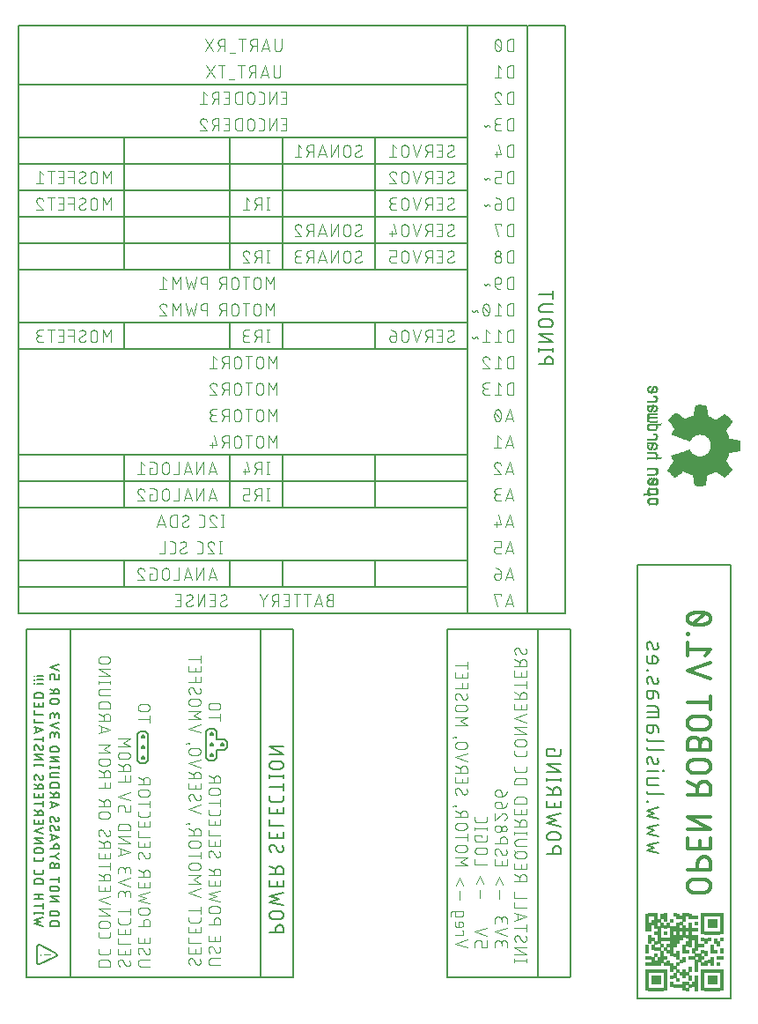
<source format=gbr>
G04 EAGLE Gerber RS-274X export*
G75*
%MOMM*%
%FSLAX34Y34*%
%LPD*%
%INSilkscreen Bottom*%
%IPPOS*%
%AMOC8*
5,1,8,0,0,1.08239X$1,22.5*%
G01*
%ADD10C,0.177800*%
%ADD11C,0.152400*%
%ADD12C,0.101600*%
%ADD13C,0.304800*%
%ADD14R,0.300000X1.800000*%
%ADD15R,0.300000X0.900000*%
%ADD16R,0.300000X0.300000*%
%ADD17R,0.300000X2.100000*%
%ADD18R,0.300000X0.600000*%
%ADD19R,0.300000X1.500000*%
%ADD20R,0.300000X1.200000*%
%ADD21R,0.300000X3.000000*%
%ADD22R,0.300000X2.400000*%
%ADD23C,0.127000*%
%ADD24C,0.076200*%
%ADD25R,0.006300X0.050800*%
%ADD26R,0.006400X0.063500*%
%ADD27R,0.006300X0.076200*%
%ADD28R,0.006400X0.088900*%
%ADD29R,0.006300X0.107900*%
%ADD30R,0.006400X0.127000*%
%ADD31R,0.006300X0.152400*%
%ADD32R,0.006400X0.165100*%
%ADD33R,0.006300X0.171400*%
%ADD34R,0.006400X0.177800*%
%ADD35R,0.006300X0.184100*%
%ADD36R,0.006400X0.184100*%
%ADD37R,0.006300X0.190500*%
%ADD38R,0.006400X0.190500*%
%ADD39R,0.006300X0.031700*%
%ADD40R,0.006300X0.006400*%
%ADD41R,0.006300X0.025400*%
%ADD42R,0.006300X0.019100*%
%ADD43R,0.006300X0.006300*%
%ADD44R,0.006300X0.012700*%
%ADD45R,0.006300X0.019000*%
%ADD46R,0.006400X0.019000*%
%ADD47R,0.006400X0.209600*%
%ADD48R,0.006400X0.171500*%
%ADD49R,0.006400X0.196900*%
%ADD50R,0.006400X0.025400*%
%ADD51R,0.006400X0.012700*%
%ADD52R,0.006400X0.203200*%
%ADD53R,0.006300X0.095300*%
%ADD54R,0.006300X0.082600*%
%ADD55R,0.006300X0.108000*%
%ADD56R,0.006300X0.038100*%
%ADD57R,0.006300X0.235000*%
%ADD58R,0.006300X0.203200*%
%ADD59R,0.006300X0.228600*%
%ADD60R,0.006400X0.133300*%
%ADD61R,0.006400X0.196800*%
%ADD62R,0.006400X0.133400*%
%ADD63R,0.006400X0.044500*%
%ADD64R,0.006400X0.050800*%
%ADD65R,0.006400X0.247600*%
%ADD66R,0.006400X0.254000*%
%ADD67R,0.006400X0.215900*%
%ADD68R,0.006400X0.247700*%
%ADD69R,0.006400X0.057200*%
%ADD70R,0.006300X0.171500*%
%ADD71R,0.006300X0.196800*%
%ADD72R,0.006300X0.158800*%
%ADD73R,0.006300X0.057200*%
%ADD74R,0.006300X0.057100*%
%ADD75R,0.006300X0.266700*%
%ADD76R,0.006300X0.069900*%
%ADD77R,0.006300X0.063500*%
%ADD78R,0.006300X0.279400*%
%ADD79R,0.006300X0.234900*%
%ADD80R,0.006400X0.209500*%
%ADD81R,0.006400X0.044400*%
%ADD82R,0.006400X0.076200*%
%ADD83R,0.006400X0.069800*%
%ADD84R,0.006400X0.273100*%
%ADD85R,0.006400X0.082600*%
%ADD86R,0.006400X0.298500*%
%ADD87R,0.006400X0.285800*%
%ADD88R,0.006400X0.069900*%
%ADD89R,0.006300X0.260300*%
%ADD90R,0.006300X0.215900*%
%ADD91R,0.006300X0.260400*%
%ADD92R,0.006300X0.254000*%
%ADD93R,0.006300X0.095200*%
%ADD94R,0.006300X0.088900*%
%ADD95R,0.006300X0.298400*%
%ADD96R,0.006300X0.336500*%
%ADD97R,0.006300X0.273100*%
%ADD98R,0.006300X0.298500*%
%ADD99R,0.006300X0.323900*%
%ADD100R,0.006400X0.311100*%
%ADD101R,0.006400X0.520700*%
%ADD102R,0.006400X0.304800*%
%ADD103R,0.006400X0.101600*%
%ADD104R,0.006400X0.107900*%
%ADD105R,0.006400X0.108000*%
%ADD106R,0.006400X0.317500*%
%ADD107R,0.006400X0.361900*%
%ADD108R,0.006400X0.311200*%
%ADD109R,0.006400X0.323900*%
%ADD110R,0.006400X0.114300*%
%ADD111R,0.006300X0.342900*%
%ADD112R,0.006300X0.533400*%
%ADD113R,0.006300X0.120700*%
%ADD114R,0.006300X0.120600*%
%ADD115R,0.006300X0.114300*%
%ADD116R,0.006300X0.336600*%
%ADD117R,0.006300X0.139700*%
%ADD118R,0.006300X0.381000*%
%ADD119R,0.006300X0.666700*%
%ADD120R,0.006300X0.330200*%
%ADD121R,0.006300X0.127000*%
%ADD122R,0.006300X0.387300*%
%ADD123R,0.006400X0.546100*%
%ADD124R,0.006400X0.362000*%
%ADD125R,0.006400X0.139700*%
%ADD126R,0.006400X0.120600*%
%ADD127R,0.006400X0.342900*%
%ADD128R,0.006400X0.146100*%
%ADD129R,0.006400X0.400100*%
%ADD130R,0.006400X0.679500*%
%ADD131R,0.006400X0.336500*%
%ADD132R,0.006300X0.374700*%
%ADD133R,0.006300X0.552400*%
%ADD134R,0.006300X0.374600*%
%ADD135R,0.006300X0.146100*%
%ADD136R,0.006300X0.133400*%
%ADD137R,0.006300X0.349300*%
%ADD138R,0.006300X0.133300*%
%ADD139R,0.006300X0.412700*%
%ADD140R,0.006300X0.692100*%
%ADD141R,0.006400X0.387300*%
%ADD142R,0.006400X0.558800*%
%ADD143R,0.006400X0.387400*%
%ADD144R,0.006400X0.158700*%
%ADD145R,0.006400X0.158800*%
%ADD146R,0.006400X0.355600*%
%ADD147R,0.006400X0.152400*%
%ADD148R,0.006400X0.425500*%
%ADD149R,0.006400X0.704900*%
%ADD150R,0.006400X0.349200*%
%ADD151R,0.006400X0.419100*%
%ADD152R,0.006300X0.406400*%
%ADD153R,0.006300X0.565100*%
%ADD154R,0.006300X0.355600*%
%ADD155R,0.006300X0.438100*%
%ADD156R,0.006300X0.717500*%
%ADD157R,0.006400X0.431800*%
%ADD158R,0.006400X0.577800*%
%ADD159R,0.006400X0.425400*%
%ADD160R,0.006400X0.184200*%
%ADD161R,0.006400X0.457200*%
%ADD162R,0.006400X0.730300*%
%ADD163R,0.006400X0.450900*%
%ADD164R,0.006300X0.457200*%
%ADD165R,0.006300X0.596900*%
%ADD166R,0.006300X0.450800*%
%ADD167R,0.006300X0.196900*%
%ADD168R,0.006300X0.368300*%
%ADD169R,0.006300X0.146000*%
%ADD170R,0.006300X0.469900*%
%ADD171R,0.006300X0.742900*%
%ADD172R,0.006300X0.463500*%
%ADD173R,0.006400X0.476300*%
%ADD174R,0.006400X0.603200*%
%ADD175R,0.006400X0.463600*%
%ADD176R,0.006400X0.374700*%
%ADD177R,0.006400X0.146000*%
%ADD178R,0.006400X0.482600*%
%ADD179R,0.006400X0.749300*%
%ADD180R,0.006300X0.488900*%
%ADD181R,0.006300X0.609600*%
%ADD182R,0.006300X0.476200*%
%ADD183R,0.006300X0.495300*%
%ADD184R,0.006300X0.755700*%
%ADD185R,0.006400X0.501700*%
%ADD186R,0.006400X0.615900*%
%ADD187R,0.006400X0.489000*%
%ADD188R,0.006400X0.374600*%
%ADD189R,0.006400X0.508000*%
%ADD190R,0.006400X0.762000*%
%ADD191R,0.006400X0.381000*%
%ADD192R,0.006300X0.514300*%
%ADD193R,0.006300X0.615900*%
%ADD194R,0.006300X0.501600*%
%ADD195R,0.006300X0.520700*%
%ADD196R,0.006300X0.768300*%
%ADD197R,0.006300X0.508000*%
%ADD198R,0.006400X0.527100*%
%ADD199R,0.006400X0.622300*%
%ADD200R,0.006400X0.514400*%
%ADD201R,0.006400X0.533400*%
%ADD202R,0.006400X0.768300*%
%ADD203R,0.006400X0.514300*%
%ADD204R,0.006300X0.628600*%
%ADD205R,0.006300X0.527000*%
%ADD206R,0.006300X0.393700*%
%ADD207R,0.006300X0.546100*%
%ADD208R,0.006300X0.781100*%
%ADD209R,0.006400X0.641300*%
%ADD210R,0.006400X0.539800*%
%ADD211R,0.006400X0.393700*%
%ADD212R,0.006400X0.793700*%
%ADD213R,0.006300X0.558800*%
%ADD214R,0.006300X0.647700*%
%ADD215R,0.006300X0.400100*%
%ADD216R,0.006300X0.800100*%
%ADD217R,0.006300X0.387400*%
%ADD218R,0.006400X0.565100*%
%ADD219R,0.006400X0.654000*%
%ADD220R,0.006400X0.241300*%
%ADD221R,0.006400X0.260300*%
%ADD222R,0.006400X0.806500*%
%ADD223R,0.006400X0.273000*%
%ADD224R,0.006300X0.577900*%
%ADD225R,0.006300X0.654000*%
%ADD226R,0.006300X0.565200*%
%ADD227R,0.006300X0.241300*%
%ADD228R,0.006300X0.311100*%
%ADD229R,0.006300X0.209500*%
%ADD230R,0.006300X0.222200*%
%ADD231R,0.006300X0.247700*%
%ADD232R,0.006400X0.590500*%
%ADD233R,0.006400X0.660400*%
%ADD234R,0.006400X0.222200*%
%ADD235R,0.006300X0.603300*%
%ADD236R,0.006300X0.660400*%
%ADD237R,0.006300X0.590600*%
%ADD238R,0.006300X0.209600*%
%ADD239R,0.006300X0.184200*%
%ADD240R,0.006400X0.609600*%
%ADD241R,0.006400X0.666700*%
%ADD242R,0.006400X0.222300*%
%ADD243R,0.006300X0.622300*%
%ADD244R,0.006300X0.673100*%
%ADD245R,0.006300X0.616000*%
%ADD246R,0.006300X0.177800*%
%ADD247R,0.006300X0.165100*%
%ADD248R,0.006400X0.628600*%
%ADD249R,0.006400X0.673100*%
%ADD250R,0.006400X0.616000*%
%ADD251R,0.006300X0.635000*%
%ADD252R,0.006300X0.679400*%
%ADD253R,0.006400X0.635000*%
%ADD254R,0.006400X0.685800*%
%ADD255R,0.006400X0.171400*%
%ADD256R,0.006300X0.641400*%
%ADD257R,0.006300X0.158700*%
%ADD258R,0.006400X0.292100*%
%ADD259R,0.006400X0.330200*%
%ADD260R,0.006300X0.273000*%
%ADD261R,0.006400X0.266700*%
%ADD262R,0.006400X0.298400*%
%ADD263R,0.006300X0.292100*%
%ADD264R,0.006300X0.247600*%
%ADD265R,0.006400X0.260400*%
%ADD266R,0.006400X0.285700*%
%ADD267R,0.006400X0.228600*%
%ADD268R,0.006400X0.235000*%
%ADD269R,0.006400X0.234900*%
%ADD270R,0.006300X0.222300*%
%ADD271R,0.006400X0.031700*%
%ADD272R,0.006300X0.304800*%
%ADD273R,0.006300X0.317500*%
%ADD274R,0.006300X0.323800*%
%ADD275R,0.006400X0.323800*%
%ADD276R,0.006400X0.406400*%
%ADD277R,0.006300X0.412800*%
%ADD278R,0.006300X0.431800*%
%ADD279R,0.006400X0.368300*%
%ADD280R,0.006300X0.444500*%
%ADD281R,0.006300X0.476300*%
%ADD282R,0.006400X0.469900*%
%ADD283R,0.006400X0.527000*%
%ADD284R,0.006400X0.495300*%
%ADD285R,0.006300X0.527100*%
%ADD286R,0.006300X0.482600*%
%ADD287R,0.006400X0.476200*%
%ADD288R,0.006400X0.444500*%
%ADD289R,0.006400X0.438200*%
%ADD290R,0.006300X0.419100*%
%ADD291R,0.006400X0.596900*%
%ADD292R,0.006400X0.628700*%
%ADD293R,0.006300X0.362000*%
%ADD294R,0.006400X0.647700*%
%ADD295R,0.006300X0.698500*%
%ADD296R,0.006300X0.285800*%
%ADD297R,0.006400X0.279400*%
%ADD298R,0.006300X0.031800*%
%ADD299R,0.006300X0.450900*%
%ADD300R,0.006400X0.038100*%
%ADD301R,0.006300X0.101600*%
%ADD302R,0.006300X0.069800*%
%ADD303R,0.006400X0.120700*%
%ADD304R,0.006400X0.082500*%
%ADD305R,0.006400X0.095300*%
%ADD306R,0.006400X0.349300*%
%ADD307R,0.006300X0.311200*%
%ADD308R,0.006300X0.539700*%
%ADD309R,0.006400X0.603300*%
%ADD310R,0.006300X0.641300*%
%ADD311R,0.006300X0.654100*%
%ADD312R,0.006300X0.514400*%
%ADD313R,0.006400X0.501600*%
%ADD314R,0.006300X0.501700*%
%ADD315R,0.006400X0.584200*%
%ADD316R,0.006400X0.590600*%
%ADD317R,0.006300X0.489000*%
%ADD318R,0.006300X0.584200*%
%ADD319R,0.006400X0.565200*%
%ADD320R,0.006400X0.577900*%
%ADD321R,0.006400X0.463500*%
%ADD322R,0.006400X0.552500*%
%ADD323R,0.006400X0.438100*%
%ADD324R,0.006300X0.577800*%
%ADD325R,0.006300X0.425400*%
%ADD326R,0.006300X0.552500*%
%ADD327R,0.006300X0.425500*%
%ADD328R,0.006400X0.571500*%
%ADD329R,0.006400X0.412800*%
%ADD330R,0.006400X0.412700*%
%ADD331R,0.006300X0.400000*%
%ADD332R,0.006300X0.539800*%
%ADD333R,0.006300X0.349200*%
%ADD334R,0.006300X0.285700*%
%ADD335R,0.006400X0.488900*%
%ADD336R,0.006300X0.044400*%
%ADD337R,0.006400X0.031800*%
%ADD338R,0.006400X0.057100*%
%ADD339R,0.006400X0.095200*%
%ADD340R,0.006300X0.082500*%
%ADD341R,0.006400X0.400000*%
%ADD342R,0.006400X0.552400*%
%ADD343R,0.006400X0.450800*%
%ADD344R,0.006300X0.463600*%
%ADD345R,0.006400X0.692100*%
%ADD346R,0.006300X0.711200*%
%ADD347R,0.006400X0.723900*%
%ADD348R,0.006300X0.730200*%
%ADD349R,0.006400X0.743000*%
%ADD350R,0.006400X0.539700*%
%ADD351R,0.006300X0.762000*%
%ADD352R,0.006400X0.787400*%
%ADD353R,0.006300X0.806500*%
%ADD354R,0.006400X0.819100*%
%ADD355R,0.006300X0.831900*%
%ADD356R,0.006400X0.844500*%
%ADD357R,0.006400X0.641400*%
%ADD358R,0.006300X0.863600*%
%ADD359R,0.006400X0.876300*%
%ADD360R,0.006400X0.666800*%
%ADD361R,0.006300X0.895400*%
%ADD362R,0.006300X0.685800*%
%ADD363R,0.006400X0.914400*%
%ADD364R,0.006300X0.927100*%
%ADD365R,0.006400X0.939800*%
%ADD366R,0.006300X0.946100*%
%ADD367R,0.006400X0.965200*%
%ADD368R,0.006400X0.755700*%
%ADD369R,0.006300X0.990600*%
%ADD370R,0.006300X0.774700*%
%ADD371R,0.006400X1.009600*%
%ADD372R,0.006400X0.019100*%
%ADD373R,0.006400X0.800100*%
%ADD374R,0.006300X1.022400*%
%ADD375R,0.006300X0.812800*%
%ADD376R,0.006400X1.028700*%
%ADD377R,0.006400X0.819200*%
%ADD378R,0.006300X1.041400*%
%ADD379R,0.006300X0.831800*%
%ADD380R,0.006400X1.060500*%
%ADD381R,0.006400X0.850900*%
%ADD382R,0.006300X1.073100*%
%ADD383R,0.006400X1.092200*%
%ADD384R,0.006400X0.882700*%
%ADD385R,0.006300X1.111200*%
%ADD386R,0.006300X0.901700*%
%ADD387R,0.006400X1.130300*%
%ADD388R,0.006300X1.143000*%
%ADD389R,0.006400X1.149300*%
%ADD390R,0.006400X0.933400*%
%ADD391R,0.006300X1.162100*%
%ADD392R,0.006300X0.946200*%
%ADD393R,0.006400X1.174700*%
%ADD394R,0.006300X1.193800*%
%ADD395R,0.006300X0.977900*%
%ADD396R,0.006400X1.219200*%
%ADD397R,0.006400X0.996900*%
%ADD398R,0.006300X1.225600*%
%ADD399R,0.006300X1.009700*%
%ADD400R,0.006400X1.238200*%
%ADD401R,0.006400X1.022300*%
%ADD402R,0.006300X1.257300*%
%ADD403R,0.006300X1.028700*%
%ADD404R,0.006400X1.270000*%
%ADD405R,0.006400X1.041400*%
%ADD406R,0.006300X1.289100*%
%ADD407R,0.006300X1.060400*%
%ADD408R,0.006400X1.308100*%
%ADD409R,0.006400X1.079500*%
%ADD410R,0.006300X1.327200*%
%ADD411R,0.006300X1.092200*%
%ADD412R,0.006400X1.339800*%
%ADD413R,0.006400X1.111300*%
%ADD414R,0.006300X1.352600*%
%ADD415R,0.006300X1.123900*%
%ADD416R,0.006400X1.358900*%
%ADD417R,0.006300X1.371600*%
%ADD418R,0.006400X1.390700*%
%ADD419R,0.006400X1.162000*%
%ADD420R,0.006300X1.409700*%
%ADD421R,0.006300X1.181100*%
%ADD422R,0.006400X1.422400*%
%ADD423R,0.006400X1.200100*%
%ADD424R,0.006300X1.435100*%
%ADD425R,0.006300X1.212900*%
%ADD426R,0.006400X1.447800*%
%ADD427R,0.006300X2.076400*%
%ADD428R,0.006300X1.225500*%
%ADD429R,0.006400X2.082800*%
%ADD430R,0.006400X1.244600*%
%ADD431R,0.006300X2.095500*%
%ADD432R,0.006300X1.263600*%
%ADD433R,0.006400X2.101900*%
%ADD434R,0.006400X1.276300*%
%ADD435R,0.006300X2.108200*%
%ADD436R,0.006400X2.120900*%
%ADD437R,0.006400X1.301700*%
%ADD438R,0.006300X2.120900*%
%ADD439R,0.006300X0.571500*%
%ADD440R,0.006300X1.314500*%
%ADD441R,0.006400X2.133600*%
%ADD442R,0.006400X1.327100*%
%ADD443R,0.006300X2.133600*%
%ADD444R,0.006300X1.346200*%
%ADD445R,0.006400X2.146300*%
%ADD446R,0.006400X1.365200*%
%ADD447R,0.006300X2.146300*%
%ADD448R,0.006300X1.377900*%
%ADD449R,0.006400X2.152700*%
%ADD450R,0.006400X1.397000*%
%ADD451R,0.006300X2.159000*%
%ADD452R,0.006400X2.159000*%
%ADD453R,0.006400X2.089200*%
%ADD454R,0.006300X2.165300*%
%ADD455R,0.006400X2.165300*%
%ADD456R,0.006300X2.114500*%
%ADD457R,0.006400X2.171700*%
%ADD458R,0.006300X2.171700*%
%ADD459R,0.006400X2.127200*%
%ADD460R,0.006400X2.140000*%
%ADD461R,0.006300X2.152700*%
%ADD462R,0.006400X2.178100*%
%ADD463R,0.006300X2.184400*%
%ADD464R,0.006400X2.178000*%
%ADD465R,0.006400X2.184400*%
%ADD466R,0.006300X2.197100*%
%ADD467R,0.006400X2.197100*%
%ADD468R,0.006300X2.165400*%
%ADD469R,0.006400X2.203400*%
%ADD470R,0.006300X2.203400*%
%ADD471R,0.006400X2.209800*%
%ADD472R,0.006300X2.209800*%
%ADD473R,0.006300X2.152600*%
%ADD474R,0.006300X2.203500*%
%ADD475R,0.006300X2.139900*%
%ADD476R,0.006300X2.127300*%
%ADD477R,0.006400X2.203500*%
%ADD478R,0.006400X2.127300*%
%ADD479R,0.006300X2.127200*%
%ADD480R,0.006400X2.114600*%
%ADD481R,0.006300X2.114600*%
%ADD482R,0.006300X2.190800*%
%ADD483R,0.006400X2.108200*%
%ADD484R,0.006400X2.190800*%
%ADD485R,0.006300X2.190700*%
%ADD486R,0.006300X2.101800*%
%ADD487R,0.006300X2.178000*%
%ADD488R,0.006400X2.101800*%
%ADD489R,0.006300X2.178100*%
%ADD490R,0.006400X2.095500*%
%ADD491R,0.006300X2.089200*%
%ADD492R,0.006300X2.089100*%
%ADD493R,0.006400X2.165400*%
%ADD494R,0.006300X2.082800*%
%ADD495R,0.006400X2.076400*%
%ADD496R,0.006300X2.076500*%
%ADD497R,0.006400X2.070100*%
%ADD498R,0.006400X2.152600*%
%ADD499R,0.006300X2.070100*%
%ADD500R,0.006400X2.063700*%
%ADD501R,0.006400X2.063800*%
%ADD502R,0.006300X2.051100*%
%ADD503R,0.006400X2.044700*%
%ADD504R,0.006300X2.044700*%
%ADD505R,0.006400X2.139900*%
%ADD506R,0.006400X2.038300*%
%ADD507R,0.006400X2.038400*%
%ADD508R,0.006300X2.038300*%
%ADD509R,0.006300X2.032000*%
%ADD510R,0.006400X2.032000*%
%ADD511R,0.006400X2.025600*%
%ADD512R,0.006400X2.025700*%
%ADD513R,0.006400X2.114500*%
%ADD514R,0.006300X2.025700*%
%ADD515R,0.006400X2.019300*%
%ADD516R,0.006300X2.019300*%
%ADD517R,0.006400X2.012900*%
%ADD518R,0.006300X2.006600*%
%ADD519R,0.006400X2.000200*%
%ADD520R,0.006300X2.000300*%
%ADD521R,0.006400X2.000300*%
%ADD522R,0.006300X1.993900*%
%ADD523R,0.006400X1.993900*%
%ADD524R,0.006300X1.987600*%
%ADD525R,0.006400X1.987500*%
%ADD526R,0.006400X2.089100*%
%ADD527R,0.006300X1.981200*%
%ADD528R,0.006400X1.987600*%
%ADD529R,0.006400X1.981200*%
%ADD530R,0.006400X1.974800*%
%ADD531R,0.006300X1.974800*%
%ADD532R,0.006400X1.968500*%
%ADD533R,0.006400X2.076500*%
%ADD534R,0.006300X1.962100*%
%ADD535R,0.006400X1.962200*%
%ADD536R,0.006300X1.955800*%
%ADD537R,0.006400X1.955800*%
%ADD538R,0.006300X1.949400*%
%ADD539R,0.006300X2.063700*%
%ADD540R,0.006400X1.949500*%
%ADD541R,0.006300X2.051000*%
%ADD542R,0.006400X1.943100*%
%ADD543R,0.006300X1.943100*%
%ADD544R,0.006300X1.936800*%
%ADD545R,0.006300X1.936700*%
%ADD546R,0.006400X1.930400*%
%ADD547R,0.006300X1.930400*%
%ADD548R,0.006400X1.924100*%
%ADD549R,0.006300X1.917700*%
%ADD550R,0.006300X2.038400*%
%ADD551R,0.006400X1.917700*%
%ADD552R,0.006300X1.911400*%
%ADD553R,0.006300X1.911300*%
%ADD554R,0.006400X1.905000*%
%ADD555R,0.006300X1.905000*%
%ADD556R,0.006400X1.898600*%
%ADD557R,0.006300X1.898700*%
%ADD558R,0.006300X2.012900*%
%ADD559R,0.006400X1.892300*%
%ADD560R,0.006300X1.898600*%
%ADD561R,0.006300X2.013000*%
%ADD562R,0.006400X2.006600*%
%ADD563R,0.006300X1.892300*%
%ADD564R,0.006400X1.898700*%
%ADD565R,0.006400X1.911300*%
%ADD566R,0.006300X1.924100*%
%ADD567R,0.006300X1.987500*%
%ADD568R,0.006400X1.974900*%
%ADD569R,0.006300X1.968500*%
%ADD570R,0.006300X1.974900*%
%ADD571R,0.006300X2.000200*%
%ADD572R,0.006400X2.051100*%
%ADD573R,0.006300X2.057400*%
%ADD574R,0.006300X2.025600*%
%ADD575R,0.006300X2.101900*%
%ADD576R,0.006300X2.216100*%
%ADD577R,0.006400X2.216100*%
%ADD578R,0.006300X2.222500*%
%ADD579R,0.006400X2.235200*%
%ADD580R,0.006300X2.235200*%
%ADD581R,0.006400X2.241600*%
%ADD582R,0.006300X2.254200*%
%ADD583R,0.006400X2.254200*%
%ADD584R,0.006300X2.260600*%
%ADD585R,0.006300X2.216200*%
%ADD586R,0.006400X2.267000*%
%ADD587R,0.006400X2.222500*%
%ADD588R,0.006300X2.273300*%
%ADD589R,0.006300X2.228800*%
%ADD590R,0.006400X2.273300*%
%ADD591R,0.006300X2.279700*%
%ADD592R,0.006400X2.279700*%
%ADD593R,0.006300X2.286000*%
%ADD594R,0.006300X2.241600*%
%ADD595R,0.006400X2.292300*%
%ADD596R,0.006400X2.247900*%
%ADD597R,0.006300X2.292300*%
%ADD598R,0.006300X2.247900*%
%ADD599R,0.006400X2.298700*%
%ADD600R,0.006300X2.298700*%
%ADD601R,0.006400X2.305000*%
%ADD602R,0.006400X2.260600*%
%ADD603R,0.006300X2.311400*%
%ADD604R,0.006300X2.267000*%
%ADD605R,0.006400X2.317800*%
%ADD606R,0.006300X2.317800*%
%ADD607R,0.006300X2.279600*%
%ADD608R,0.006400X2.330400*%
%ADD609R,0.006400X2.286000*%
%ADD610R,0.006300X2.330400*%
%ADD611R,0.006300X2.292400*%
%ADD612R,0.006400X2.336800*%
%ADD613R,0.006300X2.336800*%
%ADD614R,0.006300X2.305000*%
%ADD615R,0.006400X2.343200*%
%ADD616R,0.006300X2.343200*%
%ADD617R,0.006400X2.349500*%
%ADD618R,0.006300X2.349500*%
%ADD619R,0.006400X2.343100*%
%ADD620R,0.006300X2.324100*%
%ADD621R,0.006400X2.317700*%
%ADD622R,0.006300X2.266900*%
%ADD623R,0.006300X2.228900*%
%ADD624R,0.006400X2.228800*%
%ADD625R,0.006300X2.140000*%
%ADD626R,0.006400X2.057400*%
%ADD627R,0.006400X2.013000*%
%ADD628R,0.006300X1.962200*%
%ADD629R,0.006300X2.374900*%
%ADD630R,0.006400X2.413000*%
%ADD631R,0.006300X2.438400*%
%ADD632R,0.006400X2.457400*%
%ADD633R,0.006300X2.476500*%
%ADD634R,0.006400X2.495600*%
%ADD635R,0.006300X2.540000*%
%ADD636R,0.006400X2.597100*%
%ADD637R,0.006300X2.635200*%
%ADD638R,0.006400X2.667000*%
%ADD639R,0.006400X2.228900*%
%ADD640R,0.006300X2.679700*%
%ADD641R,0.006400X2.698800*%
%ADD642R,0.006400X2.266900*%
%ADD643R,0.006300X2.730500*%
%ADD644R,0.006400X2.781300*%
%ADD645R,0.006400X2.355900*%
%ADD646R,0.006300X2.832100*%
%ADD647R,0.006300X2.413000*%
%ADD648R,0.006400X2.851100*%
%ADD649R,0.006400X2.451100*%
%ADD650R,0.006300X2.863900*%
%ADD651R,0.006400X2.870200*%
%ADD652R,0.006400X2.495500*%
%ADD653R,0.006300X2.876500*%
%ADD654R,0.006300X2.520900*%
%ADD655R,0.006400X2.882900*%
%ADD656R,0.006400X2.565400*%
%ADD657R,0.006300X2.882900*%
%ADD658R,0.006300X2.622600*%
%ADD659R,0.006400X2.889300*%
%ADD660R,0.006400X2.679700*%
%ADD661R,0.006300X2.895600*%
%ADD662R,0.006300X2.705100*%
%ADD663R,0.006400X2.895600*%
%ADD664R,0.006400X2.730500*%
%ADD665R,0.006300X2.749600*%
%ADD666R,0.006400X2.774900*%
%ADD667R,0.006300X2.889200*%
%ADD668R,0.006300X2.813100*%
%ADD669R,0.006400X2.889200*%
%ADD670R,0.006400X2.838500*%
%ADD671R,0.006300X2.889300*%
%ADD672R,0.006300X2.838400*%
%ADD673R,0.006400X2.844800*%
%ADD674R,0.006300X2.851100*%
%ADD675R,0.006400X2.851200*%
%ADD676R,0.006300X2.876600*%
%ADD677R,0.006300X2.857500*%
%ADD678R,0.006400X2.876600*%
%ADD679R,0.006400X2.863900*%
%ADD680R,0.006300X2.870200*%
%ADD681R,0.006400X2.857500*%
%ADD682R,0.006300X2.851200*%
%ADD683R,0.006400X2.863800*%
%ADD684R,0.006300X2.844800*%
%ADD685R,0.006300X2.838500*%
%ADD686R,0.006400X2.838400*%
%ADD687R,0.006400X2.832100*%
%ADD688R,0.006400X2.825700*%
%ADD689R,0.006300X2.825700*%
%ADD690R,0.006300X2.819400*%
%ADD691R,0.006400X2.819400*%
%ADD692R,0.006300X2.813000*%
%ADD693R,0.006400X2.813000*%
%ADD694R,0.006400X2.806700*%
%ADD695R,0.006300X2.806700*%
%ADD696R,0.006400X2.813100*%
%ADD697R,0.006400X2.825800*%
%ADD698R,0.006300X2.825800*%
%ADD699R,0.006300X2.863800*%
%ADD700R,0.006400X2.876500*%
%ADD701R,0.006400X2.902000*%
%ADD702R,0.006300X2.902000*%
%ADD703R,0.006400X2.908300*%
%ADD704R,0.006300X2.914700*%
%ADD705R,0.006400X2.762300*%
%ADD706R,0.006300X2.711400*%
%ADD707R,0.006300X2.914600*%
%ADD708R,0.006400X2.647900*%
%ADD709R,0.006400X2.914600*%
%ADD710R,0.006300X2.609800*%
%ADD711R,0.006300X2.908300*%
%ADD712R,0.006400X2.590800*%
%ADD713R,0.006400X2.914700*%
%ADD714R,0.006300X2.565400*%
%ADD715R,0.006400X2.546300*%
%ADD716R,0.006300X2.501900*%
%ADD717R,0.006400X2.438400*%
%ADD718R,0.006400X2.901900*%
%ADD719R,0.006300X2.400300*%
%ADD720R,0.006400X2.368500*%
%ADD721R,0.006400X2.330500*%
%ADD722R,0.006400X2.787600*%
%ADD723R,0.006400X2.705100*%
%ADD724R,0.006300X2.647900*%
%ADD725R,0.006400X2.622600*%
%ADD726R,0.006300X2.571700*%
%ADD727R,0.006400X2.520900*%
%ADD728R,0.006300X2.495600*%
%ADD729R,0.006400X2.476500*%
%ADD730R,0.006300X2.463800*%
%ADD731R,0.006400X2.444700*%
%ADD732R,0.006300X2.406700*%
%ADD733R,0.006400X2.355800*%
%ADD734R,0.006400X2.292400*%
%ADD735R,0.006400X2.190700*%
%ADD736R,0.006400X2.241500*%
%ADD737R,0.006400X2.254300*%
%ADD738R,0.006400X2.279600*%
%ADD739R,0.006300X2.317700*%
%ADD740R,0.006400X2.368600*%
%ADD741R,0.006300X2.387600*%
%ADD742R,0.006400X2.400300*%
%ADD743R,0.006400X2.406600*%
%ADD744R,0.006300X2.419300*%
%ADD745R,0.006400X2.419300*%
%ADD746R,0.006400X2.425700*%
%ADD747R,0.006300X2.432000*%
%ADD748R,0.006400X2.463800*%
%ADD749R,0.006400X2.584500*%
%ADD750R,0.006400X2.616200*%
%ADD751R,0.006300X2.628900*%
%ADD752R,0.006300X2.667000*%
%ADD753R,0.006400X5.372100*%
%ADD754R,0.006300X5.365800*%
%ADD755R,0.006400X5.359400*%
%ADD756R,0.006300X5.359400*%
%ADD757R,0.006400X5.353000*%
%ADD758R,0.006300X5.340400*%
%ADD759R,0.006400X5.334000*%
%ADD760R,0.006300X5.327600*%
%ADD761R,0.006400X5.315000*%
%ADD762R,0.006300X5.315000*%
%ADD763R,0.006400X5.308600*%
%ADD764R,0.006300X5.302200*%
%ADD765R,0.006400X5.295900*%
%ADD766R,0.006300X5.295900*%
%ADD767R,0.006300X5.283200*%
%ADD768R,0.006400X5.283200*%
%ADD769R,0.006400X5.270500*%
%ADD770R,0.006300X5.264200*%
%ADD771R,0.006400X5.257800*%
%ADD772R,0.006300X5.245100*%
%ADD773R,0.006400X5.238800*%
%ADD774R,0.006300X5.232400*%
%ADD775R,0.006400X5.219700*%
%ADD776R,0.006300X5.219700*%
%ADD777R,0.006400X5.207000*%
%ADD778R,0.006300X5.207000*%
%ADD779R,0.006300X5.200600*%
%ADD780R,0.006400X5.194300*%
%ADD781R,0.006300X5.188000*%
%ADD782R,0.006400X5.181600*%
%ADD783R,0.006300X5.175200*%
%ADD784R,0.006400X5.162600*%
%ADD785R,0.006300X5.162600*%
%ADD786R,0.006400X5.149800*%
%ADD787R,0.006300X5.143500*%
%ADD788R,0.006400X5.137200*%
%ADD789R,0.006300X5.130800*%
%ADD790R,0.006400X5.130800*%
%ADD791R,0.006300X5.118100*%
%ADD792R,0.006400X5.118100*%
%ADD793R,0.006300X5.111800*%
%ADD794R,0.006400X5.105400*%
%ADD795R,0.006300X5.099000*%
%ADD796R,0.006400X5.086400*%
%ADD797R,0.006300X5.080000*%
%ADD798R,0.006400X5.073600*%
%ADD799R,0.006300X5.061000*%
%ADD800R,0.006400X5.054600*%
%ADD801R,0.006300X5.048200*%
%ADD802R,0.006400X5.041900*%
%ADD803R,0.006300X5.041900*%
%ADD804R,0.006400X5.029200*%
%ADD805R,0.006300X5.029200*%
%ADD806R,0.006400X5.016500*%
%ADD807R,0.006300X5.010200*%
%ADD808R,0.006400X4.997400*%
%ADD809R,0.006300X4.984800*%
%ADD810R,0.006400X4.978400*%
%ADD811R,0.006300X4.972000*%
%ADD812R,0.006400X4.965700*%
%ADD813R,0.006300X4.953000*%
%ADD814R,0.006400X4.953000*%
%ADD815R,0.006300X4.946600*%
%ADD816R,0.006400X4.946600*%
%ADD817R,0.006300X4.934000*%
%ADD818R,0.006400X4.934000*%
%ADD819R,0.006300X4.927600*%
%ADD820R,0.006400X4.927600*%
%ADD821R,0.006400X4.921200*%
%ADD822R,0.006300X4.921200*%
%ADD823R,0.006400X4.940300*%
%ADD824R,0.006300X4.959400*%
%ADD825R,0.006400X4.972000*%
%ADD826R,0.006300X4.978400*%
%ADD827R,0.006400X4.991100*%
%ADD828R,0.006300X4.991100*%
%ADD829R,0.006400X5.003800*%
%ADD830R,0.006300X5.003800*%
%ADD831R,0.006400X5.035600*%
%ADD832R,0.006400X5.061000*%
%ADD833R,0.006300X5.067300*%
%ADD834R,0.006400X5.099000*%
%ADD835R,0.006400X5.124400*%
%ADD836R,0.006300X5.137200*%
%ADD837R,0.006300X5.156200*%
%ADD838R,0.006300X5.168900*%
%ADD839R,0.006400X5.175200*%
%ADD840R,0.006400X5.200600*%
%ADD841R,0.006400X5.251400*%
%ADD842R,0.006300X5.321300*%
%ADD843R,0.006400X5.327600*%
%ADD844R,0.006300X5.334000*%
%ADD845R,0.006400X5.340400*%
%ADD846R,0.006300X5.346700*%
%ADD847R,0.006300X5.365700*%
%ADD848R,0.006400X5.378500*%
%ADD849R,0.006300X5.391100*%
%ADD850R,0.006400X5.397500*%
%ADD851R,0.006300X5.410200*%
%ADD852R,0.006400X5.416600*%
%ADD853R,0.006300X5.422900*%
%ADD854R,0.006400X5.435600*%
%ADD855R,0.006300X5.441900*%
%ADD856R,0.006400X5.454700*%
%ADD857R,0.006300X5.461000*%
%ADD858R,0.006400X5.467300*%
%ADD859R,0.006300X5.480100*%
%ADD860R,0.006400X5.486400*%
%ADD861R,0.006300X5.499100*%
%ADD862R,0.006400X5.505500*%
%ADD863R,0.006300X5.511800*%
%ADD864R,0.006400X5.518100*%
%ADD865R,0.006300X5.530900*%
%ADD866R,0.006400X5.537200*%
%ADD867R,0.006300X5.549900*%
%ADD868R,0.006400X5.556300*%
%ADD869R,0.006300X5.568900*%
%ADD870R,0.006400X5.575300*%
%ADD871R,0.006300X5.588000*%
%ADD872R,0.006400X5.588000*%
%ADD873R,0.006300X5.600700*%
%ADD874R,0.006400X5.613400*%
%ADD875R,0.006300X5.626100*%
%ADD876R,0.006400X5.626100*%
%ADD877R,0.006300X5.638800*%
%ADD878R,0.006400X5.651500*%
%ADD879R,0.006300X5.657900*%
%ADD880R,0.006400X5.670500*%
%ADD881R,0.006300X5.670500*%
%ADD882R,0.006400X5.683300*%
%ADD883R,0.006300X5.695900*%
%ADD884R,0.006400X5.702300*%
%ADD885R,0.006300X5.715000*%
%ADD886R,0.006400X5.715000*%
%ADD887R,0.006300X5.727700*%
%ADD888R,0.006400X5.740400*%
%ADD889R,0.006300X5.746700*%
%ADD890R,0.006400X5.759500*%
%ADD891R,0.006300X5.759500*%
%ADD892R,0.006400X5.772100*%
%ADD893R,0.006300X5.778500*%
%ADD894R,0.006400X5.791200*%
%ADD895R,0.006300X5.797600*%
%ADD896R,0.006400X5.810200*%
%ADD897R,0.006300X5.816600*%
%ADD898R,0.006400X5.829300*%
%ADD899R,0.006300X5.835700*%
%ADD900R,0.006400X5.842000*%
%ADD901R,0.006300X5.854700*%
%ADD902R,0.006400X5.867400*%
%ADD903R,0.006300X5.873800*%
%ADD904R,0.006400X5.886400*%
%ADD905R,0.006300X5.886400*%
%ADD906R,0.006400X5.899200*%
%ADD907R,0.006300X5.905500*%
%ADD908R,0.006400X5.918200*%
%ADD909R,0.006300X5.930900*%
%ADD910R,0.006400X5.937200*%
%ADD911R,0.006300X5.950000*%
%ADD912R,0.006400X5.956300*%
%ADD913R,0.006300X5.962600*%
%ADD914R,0.006400X5.975400*%
%ADD915R,0.006300X5.975400*%
%ADD916R,0.006400X5.988000*%
%ADD917R,0.006300X5.994400*%
%ADD918R,0.006400X6.007100*%
%ADD919R,0.006300X6.013400*%
%ADD920R,0.006400X6.019800*%
%ADD921R,0.006300X6.026200*%
%ADD922R,0.006400X6.038800*%
%ADD923R,0.006300X6.045200*%
%ADD924R,0.006400X6.045200*%
%ADD925R,0.006300X6.051500*%
%ADD926R,0.006400X6.051500*%
%ADD927R,0.006400X6.038900*%
%ADD928R,0.006300X6.032500*%
%ADD929R,0.006300X6.013500*%
%ADD930R,0.006400X6.000700*%
%ADD931R,0.006400X5.981700*%
%ADD932R,0.006300X5.969000*%
%ADD933R,0.006400X5.962700*%
%ADD934R,0.006300X5.949900*%
%ADD935R,0.006400X5.943600*%
%ADD936R,0.006400X1.466800*%
%ADD937R,0.006400X4.419600*%
%ADD938R,0.006300X1.447800*%
%ADD939R,0.006300X4.400500*%
%ADD940R,0.006400X1.428700*%
%ADD941R,0.006400X4.375200*%
%ADD942R,0.006300X1.511300*%
%ADD943R,0.006400X2.794000*%
%ADD944R,0.006400X1.492200*%
%ADD945R,0.006300X1.384300*%
%ADD946R,0.006300X2.781300*%
%ADD947R,0.006300X1.479600*%
%ADD948R,0.006400X1.378000*%
%ADD949R,0.006400X2.762200*%
%ADD950R,0.006300X1.358900*%
%ADD951R,0.006300X2.743200*%
%ADD952R,0.006300X1.454200*%
%ADD953R,0.006400X2.711400*%
%ADD954R,0.006400X1.435100*%
%ADD955R,0.006300X1.320800*%
%ADD956R,0.006300X2.673400*%
%ADD957R,0.006300X1.416100*%
%ADD958R,0.006400X2.648000*%
%ADD959R,0.006300X1.301700*%
%ADD960R,0.006400X1.289100*%
%ADD961R,0.006400X1.384300*%
%ADD962R,0.006300X1.276300*%
%ADD963R,0.006300X2.597200*%
%ADD964R,0.006300X1.365200*%
%ADD965R,0.006400X1.257300*%
%ADD966R,0.006400X2.571800*%
%ADD967R,0.006400X1.352600*%
%ADD968R,0.006300X1.238200*%
%ADD969R,0.006300X2.533600*%
%ADD970R,0.006300X1.206500*%
%ADD971R,0.006300X2.470200*%
%ADD972R,0.006400X1.193800*%
%ADD973R,0.006400X1.282700*%
%ADD974R,0.006300X1.187500*%
%ADD975R,0.006300X1.270000*%
%ADD976R,0.006400X2.419400*%
%ADD977R,0.006300X1.155700*%
%ADD978R,0.006300X2.381200*%
%ADD979R,0.006300X1.117600*%
%ADD980R,0.006300X1.200100*%
%ADD981R,0.006400X1.111200*%
%ADD982R,0.006400X1.187500*%
%ADD983R,0.006300X1.098600*%
%ADD984R,0.006300X1.174700*%
%ADD985R,0.006400X1.085800*%
%ADD986R,0.006400X1.168400*%
%ADD987R,0.006300X1.066800*%
%ADD988R,0.006400X1.047700*%
%ADD989R,0.006400X1.136600*%
%ADD990R,0.006300X1.035100*%
%ADD991R,0.006400X1.016000*%
%ADD992R,0.006300X1.003300*%
%ADD993R,0.006300X2.063800*%
%ADD994R,0.006300X1.085900*%
%ADD995R,0.006400X0.990600*%
%ADD996R,0.006400X1.073100*%
%ADD997R,0.006300X0.984200*%
%ADD998R,0.006300X1.060500*%
%ADD999R,0.006400X0.927100*%
%ADD1000R,0.006400X1.879600*%
%ADD1001R,0.006400X1.003300*%
%ADD1002R,0.006300X0.908100*%
%ADD1003R,0.006300X1.847800*%
%ADD1004R,0.006400X0.901700*%
%ADD1005R,0.006400X1.828800*%
%ADD1006R,0.006400X0.977900*%
%ADD1007R,0.006300X0.889000*%
%ADD1008R,0.006300X1.803400*%
%ADD1009R,0.006300X0.965200*%
%ADD1010R,0.006400X1.778000*%
%ADD1011R,0.006400X0.958900*%
%ADD1012R,0.006300X1.733600*%
%ADD1013R,0.006300X0.939800*%
%ADD1014R,0.006400X0.844600*%
%ADD1015R,0.006400X1.657300*%
%ADD1016R,0.006400X0.920800*%
%ADD1017R,0.006300X0.819200*%
%ADD1018R,0.006300X1.593900*%
%ADD1019R,0.006400X0.806400*%
%ADD1020R,0.006400X1.555700*%
%ADD1021R,0.006400X0.882600*%
%ADD1022R,0.006300X1.530300*%
%ADD1023R,0.006300X0.870000*%
%ADD1024R,0.006400X1.504900*%
%ADD1025R,0.006400X0.863600*%
%ADD1026R,0.006300X1.460500*%
%ADD1027R,0.006300X0.850900*%
%ADD1028R,0.006400X0.831900*%
%ADD1029R,0.006300X0.730300*%
%ADD1030R,0.006300X1.403400*%
%ADD1031R,0.006400X0.711200*%
%ADD1032R,0.006400X1.390600*%
%ADD1033R,0.006300X0.749300*%
%ADD1034R,0.006400X1.371600*%
%ADD1035R,0.006400X0.736600*%
%ADD1036R,0.006300X0.704800*%
%ADD1037R,0.006400X0.692200*%
%ADD1038R,0.006300X1.365300*%
%ADD1039R,0.006400X1.365300*%
%ADD1040R,0.006400X1.352500*%
%ADD1041R,0.006300X1.352500*%
%ADD1042R,0.006400X1.339900*%
%ADD1043R,0.006300X1.339900*%
%ADD1044R,0.006400X1.333500*%
%ADD1045R,0.006300X1.333500*%
%ADD1046R,0.006400X0.336600*%
%ADD1047R,0.006400X1.327200*%
%ADD1048R,0.006400X1.314400*%
%ADD1049R,0.006300X1.314400*%
%ADD1050R,0.006300X1.308100*%
%ADD1051R,0.006300X1.301800*%
%ADD1052R,0.006400X1.301800*%
%ADD1053R,0.006300X1.295400*%
%ADD1054R,0.006400X1.289000*%
%ADD1055R,0.006300X1.289000*%
%ADD1056R,0.006300X1.282700*%
%ADD1057R,0.006400X1.263600*%
%ADD1058R,0.006400X1.251000*%
%ADD1059R,0.006300X1.251000*%
%ADD1060R,0.006300X1.244600*%
%ADD1061R,0.006400X1.231900*%
%ADD1062R,0.006300X1.231900*%
%ADD1063R,0.006300X1.219200*%
%ADD1064R,0.006300X1.212800*%
%ADD1065R,0.006400X1.212800*%
%ADD1066R,0.006400X1.206500*%
%ADD1067R,0.006400X1.200200*%
%ADD1068R,0.006300X1.200200*%
%ADD1069R,0.006400X1.187400*%
%ADD1070R,0.006300X1.187400*%
%ADD1071R,0.006400X1.181100*%
%ADD1072R,0.006400X1.174800*%
%ADD1073R,0.006300X1.168400*%
%ADD1074R,0.006400X1.155700*%
%ADD1075R,0.006300X1.149300*%
%ADD1076R,0.006400X1.143000*%
%ADD1077R,0.006400X1.136700*%
%ADD1078R,0.006300X1.136700*%
%ADD1079R,0.006300X1.130300*%
%ADD1080R,0.006400X1.123900*%
%ADD1081R,0.006300X1.111300*%
%ADD1082R,0.006300X1.104900*%
%ADD1083R,0.006400X1.098500*%
%ADD1084R,0.006300X1.098500*%
%ADD1085R,0.006400X1.085900*%
%ADD1086R,0.006300X1.079500*%
%ADD1087R,0.006300X1.047700*%
%ADD1088R,0.006400X0.984300*%
%ADD1089R,0.006400X0.946200*%
%ADD1090R,0.006300X0.920800*%
%ADD1091R,0.006400X0.889000*%
%ADD1092R,0.006300X0.819100*%


D10*
X538099Y639699D02*
X551561Y639699D01*
X551561Y643438D01*
X551559Y643559D01*
X551553Y643680D01*
X551543Y643801D01*
X551530Y643921D01*
X551512Y644041D01*
X551491Y644160D01*
X551465Y644278D01*
X551436Y644396D01*
X551403Y644513D01*
X551367Y644628D01*
X551326Y644742D01*
X551282Y644855D01*
X551234Y644966D01*
X551183Y645076D01*
X551128Y645184D01*
X551070Y645290D01*
X551008Y645394D01*
X550943Y645496D01*
X550875Y645596D01*
X550804Y645694D01*
X550729Y645789D01*
X550651Y645882D01*
X550571Y645973D01*
X550487Y646060D01*
X550401Y646145D01*
X550312Y646227D01*
X550220Y646307D01*
X550126Y646383D01*
X550030Y646456D01*
X549931Y646526D01*
X549830Y646592D01*
X549726Y646656D01*
X549621Y646716D01*
X549514Y646772D01*
X549405Y646825D01*
X549295Y646875D01*
X549183Y646921D01*
X549069Y646963D01*
X548954Y647001D01*
X548838Y647036D01*
X548721Y647067D01*
X548603Y647094D01*
X548485Y647118D01*
X548365Y647137D01*
X548245Y647153D01*
X548124Y647165D01*
X548004Y647173D01*
X547883Y647177D01*
X547761Y647177D01*
X547640Y647173D01*
X547520Y647165D01*
X547399Y647153D01*
X547279Y647137D01*
X547159Y647118D01*
X547041Y647094D01*
X546923Y647067D01*
X546806Y647036D01*
X546690Y647001D01*
X546575Y646963D01*
X546461Y646921D01*
X546349Y646875D01*
X546239Y646825D01*
X546130Y646772D01*
X546023Y646716D01*
X545918Y646656D01*
X545814Y646592D01*
X545713Y646526D01*
X545614Y646456D01*
X545518Y646383D01*
X545424Y646307D01*
X545332Y646227D01*
X545243Y646145D01*
X545157Y646060D01*
X545073Y645973D01*
X544993Y645882D01*
X544915Y645789D01*
X544840Y645694D01*
X544769Y645596D01*
X544701Y645496D01*
X544636Y645394D01*
X544574Y645290D01*
X544516Y645184D01*
X544461Y645076D01*
X544410Y644966D01*
X544362Y644855D01*
X544318Y644742D01*
X544277Y644628D01*
X544241Y644513D01*
X544208Y644396D01*
X544179Y644278D01*
X544153Y644160D01*
X544132Y644041D01*
X544114Y643921D01*
X544101Y643801D01*
X544091Y643680D01*
X544085Y643559D01*
X544083Y643438D01*
X544082Y643438D02*
X544082Y639699D01*
X538099Y653686D02*
X551561Y653686D01*
X538099Y652190D02*
X538099Y655181D01*
X551561Y655181D02*
X551561Y652190D01*
X551561Y661353D02*
X538099Y661353D01*
X538099Y668832D02*
X551561Y661353D01*
X551561Y668832D02*
X538099Y668832D01*
X541838Y675498D02*
X547822Y675498D01*
X547822Y675499D02*
X547943Y675501D01*
X548064Y675507D01*
X548185Y675517D01*
X548305Y675530D01*
X548425Y675548D01*
X548544Y675569D01*
X548662Y675595D01*
X548780Y675624D01*
X548897Y675657D01*
X549012Y675693D01*
X549126Y675734D01*
X549239Y675778D01*
X549350Y675826D01*
X549460Y675877D01*
X549568Y675932D01*
X549674Y675990D01*
X549778Y676052D01*
X549880Y676117D01*
X549980Y676185D01*
X550078Y676256D01*
X550173Y676331D01*
X550266Y676409D01*
X550357Y676489D01*
X550444Y676573D01*
X550529Y676659D01*
X550611Y676748D01*
X550691Y676840D01*
X550767Y676934D01*
X550840Y677030D01*
X550910Y677129D01*
X550976Y677230D01*
X551040Y677334D01*
X551100Y677439D01*
X551156Y677546D01*
X551209Y677655D01*
X551259Y677765D01*
X551305Y677877D01*
X551347Y677991D01*
X551385Y678106D01*
X551420Y678222D01*
X551451Y678339D01*
X551478Y678457D01*
X551502Y678575D01*
X551521Y678695D01*
X551537Y678815D01*
X551549Y678936D01*
X551557Y679056D01*
X551561Y679177D01*
X551561Y679299D01*
X551557Y679420D01*
X551549Y679540D01*
X551537Y679661D01*
X551521Y679781D01*
X551502Y679901D01*
X551478Y680019D01*
X551451Y680137D01*
X551420Y680254D01*
X551385Y680370D01*
X551347Y680485D01*
X551305Y680599D01*
X551259Y680711D01*
X551209Y680821D01*
X551156Y680930D01*
X551100Y681037D01*
X551040Y681142D01*
X550976Y681246D01*
X550910Y681347D01*
X550840Y681446D01*
X550767Y681542D01*
X550691Y681636D01*
X550611Y681728D01*
X550529Y681817D01*
X550444Y681903D01*
X550357Y681987D01*
X550266Y682067D01*
X550173Y682145D01*
X550078Y682220D01*
X549980Y682291D01*
X549880Y682359D01*
X549778Y682424D01*
X549674Y682486D01*
X549568Y682544D01*
X549460Y682599D01*
X549350Y682650D01*
X549239Y682698D01*
X549126Y682742D01*
X549012Y682783D01*
X548897Y682819D01*
X548780Y682852D01*
X548662Y682881D01*
X548544Y682907D01*
X548425Y682928D01*
X548305Y682946D01*
X548185Y682959D01*
X548064Y682969D01*
X547943Y682975D01*
X547822Y682977D01*
X541838Y682977D01*
X541717Y682975D01*
X541596Y682969D01*
X541475Y682959D01*
X541355Y682946D01*
X541235Y682928D01*
X541116Y682907D01*
X540998Y682881D01*
X540880Y682852D01*
X540763Y682819D01*
X540648Y682783D01*
X540534Y682742D01*
X540421Y682698D01*
X540310Y682650D01*
X540200Y682599D01*
X540092Y682544D01*
X539986Y682486D01*
X539882Y682424D01*
X539780Y682359D01*
X539680Y682291D01*
X539582Y682220D01*
X539487Y682145D01*
X539394Y682067D01*
X539303Y681987D01*
X539216Y681903D01*
X539131Y681817D01*
X539049Y681728D01*
X538969Y681636D01*
X538893Y681542D01*
X538820Y681446D01*
X538750Y681347D01*
X538684Y681246D01*
X538620Y681142D01*
X538560Y681037D01*
X538504Y680930D01*
X538451Y680821D01*
X538401Y680711D01*
X538355Y680599D01*
X538313Y680485D01*
X538275Y680370D01*
X538240Y680254D01*
X538209Y680137D01*
X538182Y680019D01*
X538158Y679901D01*
X538139Y679781D01*
X538123Y679661D01*
X538111Y679540D01*
X538103Y679420D01*
X538099Y679299D01*
X538099Y679177D01*
X538103Y679056D01*
X538111Y678936D01*
X538123Y678815D01*
X538139Y678695D01*
X538158Y678575D01*
X538182Y678457D01*
X538209Y678339D01*
X538240Y678222D01*
X538275Y678106D01*
X538313Y677991D01*
X538355Y677877D01*
X538401Y677765D01*
X538451Y677655D01*
X538504Y677546D01*
X538560Y677439D01*
X538620Y677334D01*
X538684Y677230D01*
X538750Y677129D01*
X538820Y677030D01*
X538893Y676934D01*
X538969Y676840D01*
X539049Y676748D01*
X539131Y676659D01*
X539216Y676573D01*
X539303Y676489D01*
X539394Y676409D01*
X539487Y676331D01*
X539582Y676256D01*
X539680Y676185D01*
X539780Y676117D01*
X539882Y676052D01*
X539986Y675990D01*
X540092Y675932D01*
X540200Y675877D01*
X540310Y675826D01*
X540421Y675778D01*
X540534Y675734D01*
X540648Y675693D01*
X540763Y675657D01*
X540880Y675624D01*
X540998Y675595D01*
X541116Y675569D01*
X541235Y675548D01*
X541355Y675530D01*
X541475Y675517D01*
X541596Y675507D01*
X541717Y675501D01*
X541838Y675499D01*
X541838Y689643D02*
X551561Y689643D01*
X541838Y689643D02*
X541717Y689645D01*
X541596Y689651D01*
X541475Y689661D01*
X541355Y689674D01*
X541235Y689692D01*
X541116Y689713D01*
X540998Y689739D01*
X540880Y689768D01*
X540763Y689801D01*
X540648Y689837D01*
X540534Y689878D01*
X540421Y689922D01*
X540310Y689970D01*
X540200Y690021D01*
X540092Y690076D01*
X539986Y690134D01*
X539882Y690196D01*
X539780Y690261D01*
X539680Y690329D01*
X539582Y690400D01*
X539487Y690475D01*
X539394Y690553D01*
X539303Y690633D01*
X539216Y690717D01*
X539131Y690803D01*
X539049Y690892D01*
X538969Y690984D01*
X538893Y691078D01*
X538820Y691174D01*
X538750Y691273D01*
X538684Y691374D01*
X538620Y691478D01*
X538560Y691583D01*
X538504Y691690D01*
X538451Y691799D01*
X538401Y691909D01*
X538355Y692021D01*
X538313Y692135D01*
X538275Y692250D01*
X538240Y692366D01*
X538209Y692483D01*
X538182Y692601D01*
X538158Y692719D01*
X538139Y692839D01*
X538123Y692959D01*
X538111Y693080D01*
X538103Y693200D01*
X538099Y693321D01*
X538099Y693443D01*
X538103Y693564D01*
X538111Y693684D01*
X538123Y693805D01*
X538139Y693925D01*
X538158Y694045D01*
X538182Y694163D01*
X538209Y694281D01*
X538240Y694398D01*
X538275Y694514D01*
X538313Y694629D01*
X538355Y694743D01*
X538401Y694855D01*
X538451Y694965D01*
X538504Y695074D01*
X538560Y695181D01*
X538620Y695286D01*
X538684Y695390D01*
X538750Y695491D01*
X538820Y695590D01*
X538893Y695686D01*
X538969Y695780D01*
X539049Y695872D01*
X539131Y695961D01*
X539216Y696047D01*
X539303Y696131D01*
X539394Y696211D01*
X539487Y696289D01*
X539582Y696364D01*
X539680Y696435D01*
X539780Y696503D01*
X539882Y696568D01*
X539986Y696630D01*
X540092Y696688D01*
X540200Y696743D01*
X540310Y696794D01*
X540421Y696842D01*
X540534Y696886D01*
X540648Y696927D01*
X540763Y696963D01*
X540880Y696996D01*
X540998Y697025D01*
X541116Y697051D01*
X541235Y697072D01*
X541355Y697090D01*
X541475Y697103D01*
X541596Y697113D01*
X541717Y697119D01*
X541838Y697121D01*
X541838Y697122D02*
X551561Y697122D01*
X551561Y706615D02*
X538099Y706615D01*
X551561Y702875D02*
X551561Y710354D01*
D11*
X527050Y965200D02*
X469900Y965200D01*
X38100Y965200D01*
X38100Y908050D01*
X38100Y857250D01*
X38100Y730250D01*
X38100Y679450D01*
X38100Y654050D01*
X38100Y552450D01*
X38100Y527050D01*
X38100Y501650D01*
X38100Y450850D01*
X38100Y425450D01*
X38100Y400050D01*
X469900Y400050D01*
X527050Y400050D01*
X527050Y965200D01*
D12*
X513842Y926592D02*
X513842Y914908D01*
X513842Y926592D02*
X510596Y926592D01*
X510483Y926590D01*
X510370Y926584D01*
X510257Y926574D01*
X510144Y926560D01*
X510032Y926543D01*
X509921Y926521D01*
X509811Y926496D01*
X509701Y926466D01*
X509593Y926433D01*
X509486Y926396D01*
X509380Y926356D01*
X509276Y926311D01*
X509173Y926263D01*
X509072Y926212D01*
X508973Y926157D01*
X508876Y926099D01*
X508781Y926037D01*
X508688Y925972D01*
X508598Y925904D01*
X508510Y925833D01*
X508424Y925758D01*
X508341Y925681D01*
X508261Y925601D01*
X508184Y925518D01*
X508109Y925432D01*
X508038Y925344D01*
X507970Y925254D01*
X507905Y925161D01*
X507843Y925066D01*
X507785Y924969D01*
X507730Y924870D01*
X507679Y924769D01*
X507631Y924666D01*
X507586Y924562D01*
X507546Y924456D01*
X507509Y924349D01*
X507476Y924241D01*
X507446Y924131D01*
X507421Y924021D01*
X507399Y923910D01*
X507382Y923798D01*
X507368Y923685D01*
X507358Y923572D01*
X507352Y923459D01*
X507350Y923346D01*
X507351Y923346D02*
X507351Y918154D01*
X507350Y918154D02*
X507352Y918041D01*
X507358Y917928D01*
X507368Y917815D01*
X507382Y917702D01*
X507399Y917590D01*
X507421Y917479D01*
X507446Y917369D01*
X507476Y917259D01*
X507509Y917151D01*
X507546Y917044D01*
X507586Y916938D01*
X507631Y916834D01*
X507679Y916731D01*
X507730Y916630D01*
X507785Y916531D01*
X507843Y916434D01*
X507905Y916339D01*
X507970Y916246D01*
X508038Y916156D01*
X508109Y916068D01*
X508184Y915982D01*
X508261Y915899D01*
X508341Y915819D01*
X508424Y915742D01*
X508510Y915667D01*
X508598Y915596D01*
X508688Y915528D01*
X508781Y915463D01*
X508876Y915401D01*
X508973Y915343D01*
X509072Y915288D01*
X509173Y915237D01*
X509276Y915189D01*
X509380Y915144D01*
X509486Y915104D01*
X509593Y915067D01*
X509701Y915034D01*
X509811Y915004D01*
X509921Y914979D01*
X510032Y914957D01*
X510144Y914940D01*
X510257Y914926D01*
X510370Y914916D01*
X510483Y914910D01*
X510596Y914908D01*
X513842Y914908D01*
X502031Y923996D02*
X498786Y926592D01*
X498786Y914908D01*
X502031Y914908D02*
X495540Y914908D01*
X513842Y901192D02*
X513842Y889508D01*
X513842Y901192D02*
X510596Y901192D01*
X510483Y901190D01*
X510370Y901184D01*
X510257Y901174D01*
X510144Y901160D01*
X510032Y901143D01*
X509921Y901121D01*
X509811Y901096D01*
X509701Y901066D01*
X509593Y901033D01*
X509486Y900996D01*
X509380Y900956D01*
X509276Y900911D01*
X509173Y900863D01*
X509072Y900812D01*
X508973Y900757D01*
X508876Y900699D01*
X508781Y900637D01*
X508688Y900572D01*
X508598Y900504D01*
X508510Y900433D01*
X508424Y900358D01*
X508341Y900281D01*
X508261Y900201D01*
X508184Y900118D01*
X508109Y900032D01*
X508038Y899944D01*
X507970Y899854D01*
X507905Y899761D01*
X507843Y899666D01*
X507785Y899569D01*
X507730Y899470D01*
X507679Y899369D01*
X507631Y899266D01*
X507586Y899162D01*
X507546Y899056D01*
X507509Y898949D01*
X507476Y898841D01*
X507446Y898731D01*
X507421Y898621D01*
X507399Y898510D01*
X507382Y898398D01*
X507368Y898285D01*
X507358Y898172D01*
X507352Y898059D01*
X507350Y897946D01*
X507351Y897946D02*
X507351Y892754D01*
X507350Y892754D02*
X507352Y892641D01*
X507358Y892528D01*
X507368Y892415D01*
X507382Y892302D01*
X507399Y892190D01*
X507421Y892079D01*
X507446Y891969D01*
X507476Y891859D01*
X507509Y891751D01*
X507546Y891644D01*
X507586Y891538D01*
X507631Y891434D01*
X507679Y891331D01*
X507730Y891230D01*
X507785Y891131D01*
X507843Y891034D01*
X507905Y890939D01*
X507970Y890846D01*
X508038Y890756D01*
X508109Y890668D01*
X508184Y890582D01*
X508261Y890499D01*
X508341Y890419D01*
X508424Y890342D01*
X508510Y890267D01*
X508598Y890196D01*
X508688Y890128D01*
X508781Y890063D01*
X508876Y890001D01*
X508973Y889943D01*
X509072Y889888D01*
X509173Y889837D01*
X509276Y889789D01*
X509380Y889744D01*
X509486Y889704D01*
X509593Y889667D01*
X509701Y889634D01*
X509811Y889604D01*
X509921Y889579D01*
X510032Y889557D01*
X510144Y889540D01*
X510257Y889526D01*
X510370Y889516D01*
X510483Y889510D01*
X510596Y889508D01*
X513842Y889508D01*
X498461Y901192D02*
X498354Y901190D01*
X498248Y901184D01*
X498142Y901174D01*
X498036Y901161D01*
X497930Y901143D01*
X497826Y901122D01*
X497722Y901097D01*
X497619Y901068D01*
X497518Y901036D01*
X497418Y900999D01*
X497319Y900959D01*
X497221Y900916D01*
X497125Y900869D01*
X497031Y900818D01*
X496939Y900764D01*
X496849Y900707D01*
X496761Y900647D01*
X496676Y900583D01*
X496593Y900516D01*
X496512Y900446D01*
X496434Y900374D01*
X496358Y900298D01*
X496286Y900220D01*
X496216Y900139D01*
X496149Y900056D01*
X496085Y899971D01*
X496025Y899883D01*
X495968Y899793D01*
X495914Y899701D01*
X495863Y899607D01*
X495816Y899511D01*
X495773Y899413D01*
X495733Y899314D01*
X495696Y899214D01*
X495664Y899113D01*
X495635Y899010D01*
X495610Y898906D01*
X495589Y898802D01*
X495571Y898696D01*
X495558Y898590D01*
X495548Y898484D01*
X495542Y898378D01*
X495540Y898271D01*
X498461Y901192D02*
X498582Y901190D01*
X498703Y901184D01*
X498823Y901174D01*
X498944Y901161D01*
X499063Y901143D01*
X499183Y901122D01*
X499301Y901097D01*
X499418Y901068D01*
X499535Y901035D01*
X499650Y900999D01*
X499764Y900958D01*
X499877Y900915D01*
X499989Y900867D01*
X500098Y900816D01*
X500206Y900761D01*
X500313Y900703D01*
X500417Y900642D01*
X500519Y900577D01*
X500619Y900509D01*
X500717Y900438D01*
X500813Y900364D01*
X500906Y900287D01*
X500996Y900206D01*
X501084Y900123D01*
X501169Y900037D01*
X501252Y899948D01*
X501331Y899857D01*
X501408Y899763D01*
X501481Y899667D01*
X501551Y899569D01*
X501618Y899468D01*
X501682Y899365D01*
X501743Y899260D01*
X501800Y899153D01*
X501853Y899045D01*
X501903Y898935D01*
X501949Y898823D01*
X501992Y898710D01*
X502031Y898595D01*
X496514Y895999D02*
X496435Y896077D01*
X496359Y896157D01*
X496286Y896240D01*
X496216Y896326D01*
X496149Y896413D01*
X496085Y896504D01*
X496025Y896596D01*
X495967Y896690D01*
X495913Y896787D01*
X495863Y896885D01*
X495816Y896985D01*
X495772Y897086D01*
X495732Y897189D01*
X495696Y897294D01*
X495664Y897399D01*
X495635Y897506D01*
X495610Y897613D01*
X495588Y897722D01*
X495571Y897831D01*
X495557Y897940D01*
X495548Y898050D01*
X495542Y898161D01*
X495540Y898271D01*
X496514Y895999D02*
X502031Y889508D01*
X495540Y889508D01*
X513842Y875792D02*
X513842Y864108D01*
X513842Y875792D02*
X510596Y875792D01*
X510483Y875790D01*
X510370Y875784D01*
X510257Y875774D01*
X510144Y875760D01*
X510032Y875743D01*
X509921Y875721D01*
X509811Y875696D01*
X509701Y875666D01*
X509593Y875633D01*
X509486Y875596D01*
X509380Y875556D01*
X509276Y875511D01*
X509173Y875463D01*
X509072Y875412D01*
X508973Y875357D01*
X508876Y875299D01*
X508781Y875237D01*
X508688Y875172D01*
X508598Y875104D01*
X508510Y875033D01*
X508424Y874958D01*
X508341Y874881D01*
X508261Y874801D01*
X508184Y874718D01*
X508109Y874632D01*
X508038Y874544D01*
X507970Y874454D01*
X507905Y874361D01*
X507843Y874266D01*
X507785Y874169D01*
X507730Y874070D01*
X507679Y873969D01*
X507631Y873866D01*
X507586Y873762D01*
X507546Y873656D01*
X507509Y873549D01*
X507476Y873441D01*
X507446Y873331D01*
X507421Y873221D01*
X507399Y873110D01*
X507382Y872998D01*
X507368Y872885D01*
X507358Y872772D01*
X507352Y872659D01*
X507350Y872546D01*
X507351Y872546D02*
X507351Y867354D01*
X507350Y867354D02*
X507352Y867241D01*
X507358Y867128D01*
X507368Y867015D01*
X507382Y866902D01*
X507399Y866790D01*
X507421Y866679D01*
X507446Y866569D01*
X507476Y866459D01*
X507509Y866351D01*
X507546Y866244D01*
X507586Y866138D01*
X507631Y866034D01*
X507679Y865931D01*
X507730Y865830D01*
X507785Y865731D01*
X507843Y865634D01*
X507905Y865539D01*
X507970Y865446D01*
X508038Y865356D01*
X508109Y865268D01*
X508184Y865182D01*
X508261Y865099D01*
X508341Y865019D01*
X508424Y864942D01*
X508510Y864867D01*
X508598Y864796D01*
X508688Y864728D01*
X508781Y864663D01*
X508876Y864601D01*
X508973Y864543D01*
X509072Y864488D01*
X509173Y864437D01*
X509276Y864389D01*
X509380Y864344D01*
X509486Y864304D01*
X509593Y864267D01*
X509701Y864234D01*
X509811Y864204D01*
X509921Y864179D01*
X510032Y864157D01*
X510144Y864140D01*
X510257Y864126D01*
X510370Y864116D01*
X510483Y864110D01*
X510596Y864108D01*
X513842Y864108D01*
X502031Y864108D02*
X498786Y864108D01*
X498673Y864110D01*
X498560Y864116D01*
X498447Y864126D01*
X498334Y864140D01*
X498222Y864157D01*
X498111Y864179D01*
X498001Y864204D01*
X497891Y864234D01*
X497783Y864267D01*
X497676Y864304D01*
X497570Y864344D01*
X497466Y864389D01*
X497363Y864437D01*
X497262Y864488D01*
X497163Y864543D01*
X497066Y864601D01*
X496971Y864663D01*
X496878Y864728D01*
X496788Y864796D01*
X496700Y864867D01*
X496614Y864942D01*
X496531Y865019D01*
X496451Y865099D01*
X496374Y865182D01*
X496299Y865268D01*
X496228Y865356D01*
X496160Y865446D01*
X496095Y865539D01*
X496033Y865634D01*
X495975Y865731D01*
X495920Y865830D01*
X495869Y865931D01*
X495821Y866034D01*
X495776Y866138D01*
X495736Y866244D01*
X495699Y866351D01*
X495666Y866459D01*
X495636Y866569D01*
X495611Y866679D01*
X495589Y866790D01*
X495572Y866902D01*
X495558Y867015D01*
X495548Y867128D01*
X495542Y867241D01*
X495540Y867354D01*
X495542Y867467D01*
X495548Y867580D01*
X495558Y867693D01*
X495572Y867806D01*
X495589Y867918D01*
X495611Y868029D01*
X495636Y868139D01*
X495666Y868249D01*
X495699Y868357D01*
X495736Y868464D01*
X495776Y868570D01*
X495821Y868674D01*
X495869Y868777D01*
X495920Y868878D01*
X495975Y868977D01*
X496033Y869074D01*
X496095Y869169D01*
X496160Y869262D01*
X496228Y869352D01*
X496299Y869440D01*
X496374Y869526D01*
X496451Y869609D01*
X496531Y869689D01*
X496614Y869766D01*
X496700Y869841D01*
X496788Y869912D01*
X496878Y869980D01*
X496971Y870045D01*
X497066Y870107D01*
X497163Y870165D01*
X497262Y870220D01*
X497363Y870271D01*
X497466Y870319D01*
X497570Y870364D01*
X497676Y870404D01*
X497783Y870441D01*
X497891Y870474D01*
X498001Y870504D01*
X498111Y870529D01*
X498222Y870551D01*
X498334Y870568D01*
X498447Y870582D01*
X498560Y870592D01*
X498673Y870598D01*
X498786Y870600D01*
X498136Y875792D02*
X502031Y875792D01*
X498136Y875792D02*
X498035Y875790D01*
X497935Y875784D01*
X497835Y875774D01*
X497735Y875761D01*
X497636Y875743D01*
X497537Y875722D01*
X497440Y875697D01*
X497343Y875668D01*
X497248Y875635D01*
X497154Y875599D01*
X497062Y875559D01*
X496971Y875516D01*
X496882Y875469D01*
X496795Y875419D01*
X496709Y875365D01*
X496626Y875308D01*
X496546Y875248D01*
X496467Y875185D01*
X496391Y875118D01*
X496318Y875049D01*
X496248Y874977D01*
X496180Y874903D01*
X496115Y874826D01*
X496054Y874746D01*
X495995Y874664D01*
X495940Y874580D01*
X495888Y874494D01*
X495839Y874406D01*
X495794Y874316D01*
X495752Y874224D01*
X495714Y874131D01*
X495680Y874036D01*
X495649Y873941D01*
X495622Y873844D01*
X495599Y873746D01*
X495579Y873647D01*
X495564Y873547D01*
X495552Y873447D01*
X495544Y873347D01*
X495540Y873246D01*
X495540Y873146D01*
X495544Y873045D01*
X495552Y872945D01*
X495564Y872845D01*
X495579Y872745D01*
X495599Y872646D01*
X495622Y872548D01*
X495649Y872451D01*
X495680Y872356D01*
X495714Y872261D01*
X495752Y872168D01*
X495794Y872076D01*
X495839Y871986D01*
X495888Y871898D01*
X495940Y871812D01*
X495995Y871728D01*
X496054Y871646D01*
X496115Y871566D01*
X496180Y871489D01*
X496248Y871415D01*
X496318Y871343D01*
X496391Y871274D01*
X496467Y871207D01*
X496546Y871144D01*
X496626Y871084D01*
X496709Y871027D01*
X496795Y870973D01*
X496882Y870923D01*
X496971Y870876D01*
X497062Y870833D01*
X497154Y870793D01*
X497248Y870757D01*
X497343Y870724D01*
X497440Y870695D01*
X497537Y870670D01*
X497636Y870649D01*
X497735Y870631D01*
X497835Y870618D01*
X497935Y870608D01*
X498035Y870602D01*
X498136Y870600D01*
X498136Y870599D02*
X500733Y870599D01*
X490714Y868003D02*
X490712Y868073D01*
X490706Y868143D01*
X490697Y868213D01*
X490684Y868282D01*
X490667Y868350D01*
X490646Y868417D01*
X490622Y868483D01*
X490594Y868548D01*
X490563Y868611D01*
X490528Y868672D01*
X490490Y868731D01*
X490449Y868789D01*
X490405Y868843D01*
X490358Y868896D01*
X490309Y868945D01*
X490256Y868992D01*
X490202Y869036D01*
X490144Y869077D01*
X490085Y869115D01*
X490024Y869150D01*
X489961Y869181D01*
X489896Y869209D01*
X489830Y869233D01*
X489763Y869254D01*
X489695Y869271D01*
X489626Y869284D01*
X489556Y869293D01*
X489486Y869299D01*
X489416Y869301D01*
X489337Y869299D01*
X489258Y869293D01*
X489179Y869284D01*
X489101Y869270D01*
X489024Y869253D01*
X488947Y869232D01*
X488872Y869207D01*
X488798Y869179D01*
X488726Y869147D01*
X488655Y869112D01*
X488586Y869073D01*
X488519Y869031D01*
X488454Y868985D01*
X488391Y868937D01*
X488331Y868885D01*
X488274Y868831D01*
X488219Y868774D01*
X488167Y868714D01*
X488118Y868652D01*
X488117Y868651D02*
X488068Y868589D01*
X488016Y868529D01*
X487961Y868472D01*
X487904Y868418D01*
X487844Y868366D01*
X487781Y868318D01*
X487716Y868272D01*
X487649Y868230D01*
X487580Y868191D01*
X487509Y868156D01*
X487437Y868124D01*
X487363Y868096D01*
X487288Y868071D01*
X487211Y868050D01*
X487134Y868033D01*
X487056Y868019D01*
X486977Y868010D01*
X486898Y868004D01*
X486819Y868002D01*
X486819Y868003D02*
X486749Y868005D01*
X486679Y868011D01*
X486609Y868020D01*
X486540Y868033D01*
X486472Y868050D01*
X486405Y868071D01*
X486339Y868095D01*
X486274Y868123D01*
X486211Y868154D01*
X486150Y868189D01*
X486091Y868227D01*
X486033Y868268D01*
X485979Y868312D01*
X485926Y868359D01*
X485877Y868408D01*
X485830Y868461D01*
X485786Y868515D01*
X485745Y868573D01*
X485707Y868632D01*
X485672Y868693D01*
X485641Y868756D01*
X485613Y868821D01*
X485589Y868887D01*
X485568Y868954D01*
X485551Y869022D01*
X485538Y869091D01*
X485529Y869161D01*
X485523Y869231D01*
X485521Y869301D01*
X513842Y850392D02*
X513842Y838708D01*
X513842Y850392D02*
X510596Y850392D01*
X510483Y850390D01*
X510370Y850384D01*
X510257Y850374D01*
X510144Y850360D01*
X510032Y850343D01*
X509921Y850321D01*
X509811Y850296D01*
X509701Y850266D01*
X509593Y850233D01*
X509486Y850196D01*
X509380Y850156D01*
X509276Y850111D01*
X509173Y850063D01*
X509072Y850012D01*
X508973Y849957D01*
X508876Y849899D01*
X508781Y849837D01*
X508688Y849772D01*
X508598Y849704D01*
X508510Y849633D01*
X508424Y849558D01*
X508341Y849481D01*
X508261Y849401D01*
X508184Y849318D01*
X508109Y849232D01*
X508038Y849144D01*
X507970Y849054D01*
X507905Y848961D01*
X507843Y848866D01*
X507785Y848769D01*
X507730Y848670D01*
X507679Y848569D01*
X507631Y848466D01*
X507586Y848362D01*
X507546Y848256D01*
X507509Y848149D01*
X507476Y848041D01*
X507446Y847931D01*
X507421Y847821D01*
X507399Y847710D01*
X507382Y847598D01*
X507368Y847485D01*
X507358Y847372D01*
X507352Y847259D01*
X507350Y847146D01*
X507351Y847146D02*
X507351Y841954D01*
X507350Y841954D02*
X507352Y841841D01*
X507358Y841728D01*
X507368Y841615D01*
X507382Y841502D01*
X507399Y841390D01*
X507421Y841279D01*
X507446Y841169D01*
X507476Y841059D01*
X507509Y840951D01*
X507546Y840844D01*
X507586Y840738D01*
X507631Y840634D01*
X507679Y840531D01*
X507730Y840430D01*
X507785Y840331D01*
X507843Y840234D01*
X507905Y840139D01*
X507970Y840046D01*
X508038Y839956D01*
X508109Y839868D01*
X508184Y839782D01*
X508261Y839699D01*
X508341Y839619D01*
X508424Y839542D01*
X508510Y839467D01*
X508598Y839396D01*
X508688Y839328D01*
X508781Y839263D01*
X508876Y839201D01*
X508973Y839143D01*
X509072Y839088D01*
X509173Y839037D01*
X509276Y838989D01*
X509380Y838944D01*
X509486Y838904D01*
X509593Y838867D01*
X509701Y838834D01*
X509811Y838804D01*
X509921Y838779D01*
X510032Y838757D01*
X510144Y838740D01*
X510257Y838726D01*
X510370Y838716D01*
X510483Y838710D01*
X510596Y838708D01*
X513842Y838708D01*
X502031Y841304D02*
X499435Y850392D01*
X502031Y841304D02*
X495540Y841304D01*
X497487Y843901D02*
X497487Y838708D01*
X513842Y824992D02*
X513842Y813308D01*
X513842Y824992D02*
X510596Y824992D01*
X510483Y824990D01*
X510370Y824984D01*
X510257Y824974D01*
X510144Y824960D01*
X510032Y824943D01*
X509921Y824921D01*
X509811Y824896D01*
X509701Y824866D01*
X509593Y824833D01*
X509486Y824796D01*
X509380Y824756D01*
X509276Y824711D01*
X509173Y824663D01*
X509072Y824612D01*
X508973Y824557D01*
X508876Y824499D01*
X508781Y824437D01*
X508688Y824372D01*
X508598Y824304D01*
X508510Y824233D01*
X508424Y824158D01*
X508341Y824081D01*
X508261Y824001D01*
X508184Y823918D01*
X508109Y823832D01*
X508038Y823744D01*
X507970Y823654D01*
X507905Y823561D01*
X507843Y823466D01*
X507785Y823369D01*
X507730Y823270D01*
X507679Y823169D01*
X507631Y823066D01*
X507586Y822962D01*
X507546Y822856D01*
X507509Y822749D01*
X507476Y822641D01*
X507446Y822531D01*
X507421Y822421D01*
X507399Y822310D01*
X507382Y822198D01*
X507368Y822085D01*
X507358Y821972D01*
X507352Y821859D01*
X507350Y821746D01*
X507351Y821746D02*
X507351Y816554D01*
X507350Y816554D02*
X507352Y816441D01*
X507358Y816328D01*
X507368Y816215D01*
X507382Y816102D01*
X507399Y815990D01*
X507421Y815879D01*
X507446Y815769D01*
X507476Y815659D01*
X507509Y815551D01*
X507546Y815444D01*
X507586Y815338D01*
X507631Y815234D01*
X507679Y815131D01*
X507730Y815030D01*
X507785Y814931D01*
X507843Y814834D01*
X507905Y814739D01*
X507970Y814646D01*
X508038Y814556D01*
X508109Y814468D01*
X508184Y814382D01*
X508261Y814299D01*
X508341Y814219D01*
X508424Y814142D01*
X508510Y814067D01*
X508598Y813996D01*
X508688Y813928D01*
X508781Y813863D01*
X508876Y813801D01*
X508973Y813743D01*
X509072Y813688D01*
X509173Y813637D01*
X509276Y813589D01*
X509380Y813544D01*
X509486Y813504D01*
X509593Y813467D01*
X509701Y813434D01*
X509811Y813404D01*
X509921Y813379D01*
X510032Y813357D01*
X510144Y813340D01*
X510257Y813326D01*
X510370Y813316D01*
X510483Y813310D01*
X510596Y813308D01*
X513842Y813308D01*
X502031Y813308D02*
X498136Y813308D01*
X498037Y813310D01*
X497937Y813316D01*
X497838Y813325D01*
X497740Y813338D01*
X497642Y813355D01*
X497544Y813376D01*
X497448Y813401D01*
X497353Y813429D01*
X497259Y813461D01*
X497166Y813496D01*
X497074Y813535D01*
X496984Y813578D01*
X496896Y813623D01*
X496809Y813673D01*
X496725Y813725D01*
X496642Y813781D01*
X496562Y813839D01*
X496484Y813901D01*
X496409Y813966D01*
X496336Y814034D01*
X496266Y814104D01*
X496198Y814177D01*
X496133Y814252D01*
X496071Y814330D01*
X496013Y814410D01*
X495957Y814493D01*
X495905Y814577D01*
X495855Y814664D01*
X495810Y814752D01*
X495767Y814842D01*
X495728Y814934D01*
X495693Y815027D01*
X495661Y815121D01*
X495633Y815216D01*
X495608Y815312D01*
X495587Y815410D01*
X495570Y815508D01*
X495557Y815606D01*
X495548Y815705D01*
X495542Y815805D01*
X495540Y815904D01*
X495540Y817203D01*
X495542Y817302D01*
X495548Y817402D01*
X495557Y817501D01*
X495570Y817599D01*
X495587Y817697D01*
X495608Y817795D01*
X495633Y817891D01*
X495661Y817986D01*
X495693Y818080D01*
X495728Y818173D01*
X495767Y818265D01*
X495810Y818355D01*
X495855Y818443D01*
X495905Y818530D01*
X495957Y818614D01*
X496013Y818697D01*
X496071Y818777D01*
X496133Y818855D01*
X496198Y818930D01*
X496266Y819003D01*
X496336Y819073D01*
X496409Y819141D01*
X496484Y819206D01*
X496562Y819268D01*
X496642Y819326D01*
X496725Y819382D01*
X496809Y819434D01*
X496896Y819484D01*
X496984Y819529D01*
X497074Y819572D01*
X497166Y819611D01*
X497259Y819646D01*
X497353Y819678D01*
X497448Y819706D01*
X497544Y819731D01*
X497642Y819752D01*
X497740Y819769D01*
X497838Y819782D01*
X497937Y819791D01*
X498037Y819797D01*
X498136Y819799D01*
X502031Y819799D01*
X502031Y824992D01*
X495540Y824992D01*
X489416Y818501D02*
X489486Y818499D01*
X489556Y818493D01*
X489626Y818484D01*
X489695Y818471D01*
X489763Y818454D01*
X489830Y818433D01*
X489896Y818409D01*
X489961Y818381D01*
X490024Y818350D01*
X490085Y818315D01*
X490144Y818277D01*
X490202Y818236D01*
X490256Y818192D01*
X490309Y818145D01*
X490358Y818096D01*
X490405Y818043D01*
X490449Y817989D01*
X490490Y817931D01*
X490528Y817872D01*
X490563Y817811D01*
X490594Y817748D01*
X490622Y817683D01*
X490646Y817617D01*
X490667Y817550D01*
X490684Y817482D01*
X490697Y817413D01*
X490706Y817343D01*
X490712Y817273D01*
X490714Y817203D01*
X489416Y818501D02*
X489337Y818499D01*
X489258Y818493D01*
X489179Y818484D01*
X489101Y818470D01*
X489024Y818453D01*
X488947Y818432D01*
X488872Y818407D01*
X488798Y818379D01*
X488726Y818347D01*
X488655Y818312D01*
X488586Y818273D01*
X488519Y818231D01*
X488454Y818185D01*
X488391Y818137D01*
X488331Y818085D01*
X488274Y818031D01*
X488219Y817974D01*
X488167Y817914D01*
X488118Y817852D01*
X488117Y817851D02*
X488068Y817789D01*
X488016Y817729D01*
X487961Y817672D01*
X487904Y817618D01*
X487844Y817566D01*
X487781Y817518D01*
X487716Y817472D01*
X487649Y817430D01*
X487580Y817391D01*
X487509Y817356D01*
X487437Y817324D01*
X487363Y817296D01*
X487288Y817271D01*
X487211Y817250D01*
X487134Y817233D01*
X487056Y817219D01*
X486977Y817210D01*
X486898Y817204D01*
X486819Y817202D01*
X486819Y817203D02*
X486749Y817205D01*
X486679Y817211D01*
X486609Y817220D01*
X486540Y817233D01*
X486472Y817250D01*
X486405Y817271D01*
X486339Y817295D01*
X486274Y817323D01*
X486211Y817354D01*
X486150Y817389D01*
X486091Y817427D01*
X486033Y817468D01*
X485979Y817512D01*
X485926Y817559D01*
X485877Y817608D01*
X485830Y817661D01*
X485786Y817715D01*
X485745Y817773D01*
X485707Y817832D01*
X485672Y817893D01*
X485641Y817956D01*
X485613Y818021D01*
X485589Y818087D01*
X485568Y818154D01*
X485551Y818222D01*
X485538Y818291D01*
X485529Y818361D01*
X485523Y818431D01*
X485521Y818501D01*
X513842Y799592D02*
X513842Y787908D01*
X513842Y799592D02*
X510596Y799592D01*
X510483Y799590D01*
X510370Y799584D01*
X510257Y799574D01*
X510144Y799560D01*
X510032Y799543D01*
X509921Y799521D01*
X509811Y799496D01*
X509701Y799466D01*
X509593Y799433D01*
X509486Y799396D01*
X509380Y799356D01*
X509276Y799311D01*
X509173Y799263D01*
X509072Y799212D01*
X508973Y799157D01*
X508876Y799099D01*
X508781Y799037D01*
X508688Y798972D01*
X508598Y798904D01*
X508510Y798833D01*
X508424Y798758D01*
X508341Y798681D01*
X508261Y798601D01*
X508184Y798518D01*
X508109Y798432D01*
X508038Y798344D01*
X507970Y798254D01*
X507905Y798161D01*
X507843Y798066D01*
X507785Y797969D01*
X507730Y797870D01*
X507679Y797769D01*
X507631Y797666D01*
X507586Y797562D01*
X507546Y797456D01*
X507509Y797349D01*
X507476Y797241D01*
X507446Y797131D01*
X507421Y797021D01*
X507399Y796910D01*
X507382Y796798D01*
X507368Y796685D01*
X507358Y796572D01*
X507352Y796459D01*
X507350Y796346D01*
X507351Y796346D02*
X507351Y791154D01*
X507350Y791154D02*
X507352Y791041D01*
X507358Y790928D01*
X507368Y790815D01*
X507382Y790702D01*
X507399Y790590D01*
X507421Y790479D01*
X507446Y790369D01*
X507476Y790259D01*
X507509Y790151D01*
X507546Y790044D01*
X507586Y789938D01*
X507631Y789834D01*
X507679Y789731D01*
X507730Y789630D01*
X507785Y789531D01*
X507843Y789434D01*
X507905Y789339D01*
X507970Y789246D01*
X508038Y789156D01*
X508109Y789068D01*
X508184Y788982D01*
X508261Y788899D01*
X508341Y788819D01*
X508424Y788742D01*
X508510Y788667D01*
X508598Y788596D01*
X508688Y788528D01*
X508781Y788463D01*
X508876Y788401D01*
X508973Y788343D01*
X509072Y788288D01*
X509173Y788237D01*
X509276Y788189D01*
X509380Y788144D01*
X509486Y788104D01*
X509593Y788067D01*
X509701Y788034D01*
X509811Y788004D01*
X509921Y787979D01*
X510032Y787957D01*
X510144Y787940D01*
X510257Y787926D01*
X510370Y787916D01*
X510483Y787910D01*
X510596Y787908D01*
X513842Y787908D01*
X502031Y794399D02*
X498136Y794399D01*
X498037Y794397D01*
X497937Y794391D01*
X497838Y794382D01*
X497740Y794369D01*
X497642Y794352D01*
X497544Y794331D01*
X497448Y794306D01*
X497353Y794278D01*
X497259Y794246D01*
X497166Y794211D01*
X497074Y794172D01*
X496984Y794129D01*
X496896Y794084D01*
X496809Y794034D01*
X496725Y793982D01*
X496642Y793926D01*
X496562Y793868D01*
X496484Y793806D01*
X496409Y793741D01*
X496336Y793673D01*
X496266Y793603D01*
X496198Y793530D01*
X496133Y793455D01*
X496071Y793377D01*
X496013Y793297D01*
X495957Y793214D01*
X495905Y793130D01*
X495855Y793043D01*
X495810Y792955D01*
X495767Y792865D01*
X495728Y792773D01*
X495693Y792680D01*
X495661Y792586D01*
X495633Y792491D01*
X495608Y792395D01*
X495587Y792297D01*
X495570Y792199D01*
X495557Y792101D01*
X495548Y792002D01*
X495542Y791902D01*
X495540Y791803D01*
X495540Y791154D01*
X495539Y791154D02*
X495541Y791041D01*
X495547Y790928D01*
X495557Y790815D01*
X495571Y790702D01*
X495588Y790590D01*
X495610Y790479D01*
X495635Y790369D01*
X495665Y790259D01*
X495698Y790151D01*
X495735Y790044D01*
X495775Y789938D01*
X495820Y789834D01*
X495868Y789731D01*
X495919Y789630D01*
X495974Y789531D01*
X496032Y789434D01*
X496094Y789339D01*
X496159Y789246D01*
X496227Y789156D01*
X496298Y789068D01*
X496373Y788982D01*
X496450Y788899D01*
X496530Y788819D01*
X496613Y788742D01*
X496699Y788667D01*
X496787Y788596D01*
X496877Y788528D01*
X496970Y788463D01*
X497065Y788401D01*
X497162Y788343D01*
X497261Y788288D01*
X497362Y788237D01*
X497465Y788189D01*
X497569Y788144D01*
X497675Y788104D01*
X497782Y788067D01*
X497890Y788034D01*
X498000Y788004D01*
X498110Y787979D01*
X498221Y787957D01*
X498333Y787940D01*
X498446Y787926D01*
X498559Y787916D01*
X498672Y787910D01*
X498785Y787908D01*
X498898Y787910D01*
X499011Y787916D01*
X499124Y787926D01*
X499237Y787940D01*
X499349Y787957D01*
X499460Y787979D01*
X499570Y788004D01*
X499680Y788034D01*
X499788Y788067D01*
X499895Y788104D01*
X500001Y788144D01*
X500105Y788189D01*
X500208Y788237D01*
X500309Y788288D01*
X500408Y788343D01*
X500505Y788401D01*
X500600Y788463D01*
X500693Y788528D01*
X500783Y788596D01*
X500871Y788667D01*
X500957Y788742D01*
X501040Y788819D01*
X501120Y788899D01*
X501197Y788982D01*
X501272Y789068D01*
X501343Y789156D01*
X501411Y789246D01*
X501476Y789339D01*
X501538Y789434D01*
X501596Y789531D01*
X501651Y789630D01*
X501702Y789731D01*
X501750Y789834D01*
X501795Y789938D01*
X501835Y790044D01*
X501872Y790151D01*
X501905Y790259D01*
X501935Y790369D01*
X501960Y790479D01*
X501982Y790590D01*
X501999Y790702D01*
X502013Y790815D01*
X502023Y790928D01*
X502029Y791041D01*
X502031Y791154D01*
X502031Y794399D01*
X502029Y794542D01*
X502023Y794685D01*
X502013Y794828D01*
X501999Y794970D01*
X501982Y795112D01*
X501960Y795254D01*
X501935Y795395D01*
X501905Y795535D01*
X501872Y795674D01*
X501835Y795812D01*
X501794Y795949D01*
X501750Y796085D01*
X501701Y796220D01*
X501649Y796353D01*
X501594Y796485D01*
X501534Y796615D01*
X501471Y796744D01*
X501405Y796871D01*
X501335Y796996D01*
X501262Y797118D01*
X501185Y797239D01*
X501105Y797358D01*
X501022Y797474D01*
X500936Y797589D01*
X500847Y797700D01*
X500754Y797810D01*
X500659Y797916D01*
X500560Y798020D01*
X500459Y798121D01*
X500355Y798220D01*
X500249Y798315D01*
X500139Y798408D01*
X500028Y798497D01*
X499913Y798583D01*
X499797Y798666D01*
X499678Y798746D01*
X499557Y798823D01*
X499435Y798896D01*
X499310Y798966D01*
X499183Y799032D01*
X499054Y799095D01*
X498924Y799155D01*
X498792Y799210D01*
X498659Y799262D01*
X498524Y799311D01*
X498388Y799355D01*
X498251Y799396D01*
X498113Y799433D01*
X497974Y799466D01*
X497834Y799496D01*
X497693Y799521D01*
X497551Y799543D01*
X497409Y799560D01*
X497267Y799574D01*
X497124Y799584D01*
X496981Y799590D01*
X496838Y799592D01*
X489416Y793101D02*
X489486Y793099D01*
X489556Y793093D01*
X489626Y793084D01*
X489695Y793071D01*
X489763Y793054D01*
X489830Y793033D01*
X489896Y793009D01*
X489961Y792981D01*
X490024Y792950D01*
X490085Y792915D01*
X490144Y792877D01*
X490202Y792836D01*
X490256Y792792D01*
X490309Y792745D01*
X490358Y792696D01*
X490405Y792643D01*
X490449Y792589D01*
X490490Y792531D01*
X490528Y792472D01*
X490563Y792411D01*
X490594Y792348D01*
X490622Y792283D01*
X490646Y792217D01*
X490667Y792150D01*
X490684Y792082D01*
X490697Y792013D01*
X490706Y791943D01*
X490712Y791873D01*
X490714Y791803D01*
X489416Y793101D02*
X489337Y793099D01*
X489258Y793093D01*
X489179Y793084D01*
X489101Y793070D01*
X489024Y793053D01*
X488947Y793032D01*
X488872Y793007D01*
X488798Y792979D01*
X488726Y792947D01*
X488655Y792912D01*
X488586Y792873D01*
X488519Y792831D01*
X488454Y792785D01*
X488391Y792737D01*
X488331Y792685D01*
X488274Y792631D01*
X488219Y792574D01*
X488167Y792514D01*
X488118Y792452D01*
X488117Y792451D02*
X488068Y792389D01*
X488016Y792329D01*
X487961Y792272D01*
X487904Y792218D01*
X487844Y792166D01*
X487781Y792118D01*
X487716Y792072D01*
X487649Y792030D01*
X487580Y791991D01*
X487509Y791956D01*
X487437Y791924D01*
X487363Y791896D01*
X487288Y791871D01*
X487211Y791850D01*
X487134Y791833D01*
X487056Y791819D01*
X486977Y791810D01*
X486898Y791804D01*
X486819Y791802D01*
X486819Y791803D02*
X486749Y791805D01*
X486679Y791811D01*
X486609Y791820D01*
X486540Y791833D01*
X486472Y791850D01*
X486405Y791871D01*
X486339Y791895D01*
X486274Y791923D01*
X486211Y791954D01*
X486150Y791989D01*
X486091Y792027D01*
X486033Y792068D01*
X485979Y792112D01*
X485926Y792159D01*
X485877Y792208D01*
X485830Y792261D01*
X485786Y792315D01*
X485745Y792373D01*
X485707Y792432D01*
X485672Y792493D01*
X485641Y792556D01*
X485613Y792621D01*
X485589Y792687D01*
X485568Y792754D01*
X485551Y792822D01*
X485538Y792891D01*
X485529Y792961D01*
X485523Y793031D01*
X485521Y793101D01*
X513842Y774192D02*
X513842Y762508D01*
X513842Y774192D02*
X510596Y774192D01*
X510483Y774190D01*
X510370Y774184D01*
X510257Y774174D01*
X510144Y774160D01*
X510032Y774143D01*
X509921Y774121D01*
X509811Y774096D01*
X509701Y774066D01*
X509593Y774033D01*
X509486Y773996D01*
X509380Y773956D01*
X509276Y773911D01*
X509173Y773863D01*
X509072Y773812D01*
X508973Y773757D01*
X508876Y773699D01*
X508781Y773637D01*
X508688Y773572D01*
X508598Y773504D01*
X508510Y773433D01*
X508424Y773358D01*
X508341Y773281D01*
X508261Y773201D01*
X508184Y773118D01*
X508109Y773032D01*
X508038Y772944D01*
X507970Y772854D01*
X507905Y772761D01*
X507843Y772666D01*
X507785Y772569D01*
X507730Y772470D01*
X507679Y772369D01*
X507631Y772266D01*
X507586Y772162D01*
X507546Y772056D01*
X507509Y771949D01*
X507476Y771841D01*
X507446Y771731D01*
X507421Y771621D01*
X507399Y771510D01*
X507382Y771398D01*
X507368Y771285D01*
X507358Y771172D01*
X507352Y771059D01*
X507350Y770946D01*
X507351Y770946D02*
X507351Y765754D01*
X507350Y765754D02*
X507352Y765641D01*
X507358Y765528D01*
X507368Y765415D01*
X507382Y765302D01*
X507399Y765190D01*
X507421Y765079D01*
X507446Y764969D01*
X507476Y764859D01*
X507509Y764751D01*
X507546Y764644D01*
X507586Y764538D01*
X507631Y764434D01*
X507679Y764331D01*
X507730Y764230D01*
X507785Y764131D01*
X507843Y764034D01*
X507905Y763939D01*
X507970Y763846D01*
X508038Y763756D01*
X508109Y763668D01*
X508184Y763582D01*
X508261Y763499D01*
X508341Y763419D01*
X508424Y763342D01*
X508510Y763267D01*
X508598Y763196D01*
X508688Y763128D01*
X508781Y763063D01*
X508876Y763001D01*
X508973Y762943D01*
X509072Y762888D01*
X509173Y762837D01*
X509276Y762789D01*
X509380Y762744D01*
X509486Y762704D01*
X509593Y762667D01*
X509701Y762634D01*
X509811Y762604D01*
X509921Y762579D01*
X510032Y762557D01*
X510144Y762540D01*
X510257Y762526D01*
X510370Y762516D01*
X510483Y762510D01*
X510596Y762508D01*
X513842Y762508D01*
X502031Y772894D02*
X502031Y774192D01*
X495540Y774192D01*
X498786Y762508D01*
X513842Y748792D02*
X513842Y737108D01*
X513842Y748792D02*
X510596Y748792D01*
X510483Y748790D01*
X510370Y748784D01*
X510257Y748774D01*
X510144Y748760D01*
X510032Y748743D01*
X509921Y748721D01*
X509811Y748696D01*
X509701Y748666D01*
X509593Y748633D01*
X509486Y748596D01*
X509380Y748556D01*
X509276Y748511D01*
X509173Y748463D01*
X509072Y748412D01*
X508973Y748357D01*
X508876Y748299D01*
X508781Y748237D01*
X508688Y748172D01*
X508598Y748104D01*
X508510Y748033D01*
X508424Y747958D01*
X508341Y747881D01*
X508261Y747801D01*
X508184Y747718D01*
X508109Y747632D01*
X508038Y747544D01*
X507970Y747454D01*
X507905Y747361D01*
X507843Y747266D01*
X507785Y747169D01*
X507730Y747070D01*
X507679Y746969D01*
X507631Y746866D01*
X507586Y746762D01*
X507546Y746656D01*
X507509Y746549D01*
X507476Y746441D01*
X507446Y746331D01*
X507421Y746221D01*
X507399Y746110D01*
X507382Y745998D01*
X507368Y745885D01*
X507358Y745772D01*
X507352Y745659D01*
X507350Y745546D01*
X507351Y745546D02*
X507351Y740354D01*
X507350Y740354D02*
X507352Y740241D01*
X507358Y740128D01*
X507368Y740015D01*
X507382Y739902D01*
X507399Y739790D01*
X507421Y739679D01*
X507446Y739569D01*
X507476Y739459D01*
X507509Y739351D01*
X507546Y739244D01*
X507586Y739138D01*
X507631Y739034D01*
X507679Y738931D01*
X507730Y738830D01*
X507785Y738731D01*
X507843Y738634D01*
X507905Y738539D01*
X507970Y738446D01*
X508038Y738356D01*
X508109Y738268D01*
X508184Y738182D01*
X508261Y738099D01*
X508341Y738019D01*
X508424Y737942D01*
X508510Y737867D01*
X508598Y737796D01*
X508688Y737728D01*
X508781Y737663D01*
X508876Y737601D01*
X508973Y737543D01*
X509072Y737488D01*
X509173Y737437D01*
X509276Y737389D01*
X509380Y737344D01*
X509486Y737304D01*
X509593Y737267D01*
X509701Y737234D01*
X509811Y737204D01*
X509921Y737179D01*
X510032Y737157D01*
X510144Y737140D01*
X510257Y737126D01*
X510370Y737116D01*
X510483Y737110D01*
X510596Y737108D01*
X513842Y737108D01*
X502031Y740354D02*
X502029Y740467D01*
X502023Y740580D01*
X502013Y740693D01*
X501999Y740806D01*
X501982Y740918D01*
X501960Y741029D01*
X501935Y741139D01*
X501905Y741249D01*
X501872Y741357D01*
X501835Y741464D01*
X501795Y741570D01*
X501750Y741674D01*
X501702Y741777D01*
X501651Y741878D01*
X501596Y741977D01*
X501538Y742074D01*
X501476Y742169D01*
X501411Y742262D01*
X501343Y742352D01*
X501272Y742440D01*
X501197Y742526D01*
X501120Y742609D01*
X501040Y742689D01*
X500957Y742766D01*
X500871Y742841D01*
X500783Y742912D01*
X500693Y742980D01*
X500600Y743045D01*
X500505Y743107D01*
X500408Y743165D01*
X500309Y743220D01*
X500208Y743271D01*
X500105Y743319D01*
X500001Y743364D01*
X499895Y743404D01*
X499788Y743441D01*
X499680Y743474D01*
X499570Y743504D01*
X499460Y743529D01*
X499349Y743551D01*
X499237Y743568D01*
X499124Y743582D01*
X499011Y743592D01*
X498898Y743598D01*
X498785Y743600D01*
X498672Y743598D01*
X498559Y743592D01*
X498446Y743582D01*
X498333Y743568D01*
X498221Y743551D01*
X498110Y743529D01*
X498000Y743504D01*
X497890Y743474D01*
X497782Y743441D01*
X497675Y743404D01*
X497569Y743364D01*
X497465Y743319D01*
X497362Y743271D01*
X497261Y743220D01*
X497162Y743165D01*
X497065Y743107D01*
X496970Y743045D01*
X496877Y742980D01*
X496787Y742912D01*
X496699Y742841D01*
X496613Y742766D01*
X496530Y742689D01*
X496450Y742609D01*
X496373Y742526D01*
X496298Y742440D01*
X496227Y742352D01*
X496159Y742262D01*
X496094Y742169D01*
X496032Y742074D01*
X495974Y741977D01*
X495919Y741878D01*
X495868Y741777D01*
X495820Y741674D01*
X495775Y741570D01*
X495735Y741464D01*
X495698Y741357D01*
X495665Y741249D01*
X495635Y741139D01*
X495610Y741029D01*
X495588Y740918D01*
X495571Y740806D01*
X495557Y740693D01*
X495547Y740580D01*
X495541Y740467D01*
X495539Y740354D01*
X495541Y740241D01*
X495547Y740128D01*
X495557Y740015D01*
X495571Y739902D01*
X495588Y739790D01*
X495610Y739679D01*
X495635Y739569D01*
X495665Y739459D01*
X495698Y739351D01*
X495735Y739244D01*
X495775Y739138D01*
X495820Y739034D01*
X495868Y738931D01*
X495919Y738830D01*
X495974Y738731D01*
X496032Y738634D01*
X496094Y738539D01*
X496159Y738446D01*
X496227Y738356D01*
X496298Y738268D01*
X496373Y738182D01*
X496450Y738099D01*
X496530Y738019D01*
X496613Y737942D01*
X496699Y737867D01*
X496787Y737796D01*
X496877Y737728D01*
X496970Y737663D01*
X497065Y737601D01*
X497162Y737543D01*
X497261Y737488D01*
X497362Y737437D01*
X497465Y737389D01*
X497569Y737344D01*
X497675Y737304D01*
X497782Y737267D01*
X497890Y737234D01*
X498000Y737204D01*
X498110Y737179D01*
X498221Y737157D01*
X498333Y737140D01*
X498446Y737126D01*
X498559Y737116D01*
X498672Y737110D01*
X498785Y737108D01*
X498898Y737110D01*
X499011Y737116D01*
X499124Y737126D01*
X499237Y737140D01*
X499349Y737157D01*
X499460Y737179D01*
X499570Y737204D01*
X499680Y737234D01*
X499788Y737267D01*
X499895Y737304D01*
X500001Y737344D01*
X500105Y737389D01*
X500208Y737437D01*
X500309Y737488D01*
X500408Y737543D01*
X500505Y737601D01*
X500600Y737663D01*
X500693Y737728D01*
X500783Y737796D01*
X500871Y737867D01*
X500957Y737942D01*
X501040Y738019D01*
X501120Y738099D01*
X501197Y738182D01*
X501272Y738268D01*
X501343Y738356D01*
X501411Y738446D01*
X501476Y738539D01*
X501538Y738634D01*
X501596Y738731D01*
X501651Y738830D01*
X501702Y738931D01*
X501750Y739034D01*
X501795Y739138D01*
X501835Y739244D01*
X501872Y739351D01*
X501905Y739459D01*
X501935Y739569D01*
X501960Y739679D01*
X501982Y739790D01*
X501999Y739902D01*
X502013Y740015D01*
X502023Y740128D01*
X502029Y740241D01*
X502031Y740354D01*
X501381Y746196D02*
X501379Y746297D01*
X501373Y746397D01*
X501363Y746497D01*
X501350Y746597D01*
X501332Y746696D01*
X501311Y746795D01*
X501286Y746892D01*
X501257Y746989D01*
X501224Y747084D01*
X501188Y747178D01*
X501148Y747270D01*
X501105Y747361D01*
X501058Y747450D01*
X501008Y747537D01*
X500954Y747623D01*
X500897Y747706D01*
X500837Y747786D01*
X500774Y747865D01*
X500707Y747941D01*
X500638Y748014D01*
X500566Y748084D01*
X500492Y748152D01*
X500415Y748217D01*
X500335Y748278D01*
X500253Y748337D01*
X500169Y748392D01*
X500083Y748444D01*
X499995Y748493D01*
X499905Y748538D01*
X499813Y748580D01*
X499720Y748618D01*
X499625Y748652D01*
X499530Y748683D01*
X499433Y748710D01*
X499335Y748733D01*
X499236Y748753D01*
X499136Y748768D01*
X499036Y748780D01*
X498936Y748788D01*
X498835Y748792D01*
X498735Y748792D01*
X498634Y748788D01*
X498534Y748780D01*
X498434Y748768D01*
X498334Y748753D01*
X498235Y748733D01*
X498137Y748710D01*
X498040Y748683D01*
X497945Y748652D01*
X497850Y748618D01*
X497757Y748580D01*
X497665Y748538D01*
X497575Y748493D01*
X497487Y748444D01*
X497401Y748392D01*
X497317Y748337D01*
X497235Y748278D01*
X497155Y748217D01*
X497078Y748152D01*
X497004Y748084D01*
X496932Y748014D01*
X496863Y747941D01*
X496796Y747865D01*
X496733Y747786D01*
X496673Y747706D01*
X496616Y747623D01*
X496562Y747537D01*
X496512Y747450D01*
X496465Y747361D01*
X496422Y747270D01*
X496382Y747178D01*
X496346Y747084D01*
X496313Y746989D01*
X496284Y746892D01*
X496259Y746795D01*
X496238Y746696D01*
X496220Y746597D01*
X496207Y746497D01*
X496197Y746397D01*
X496191Y746297D01*
X496189Y746196D01*
X496191Y746095D01*
X496197Y745995D01*
X496207Y745895D01*
X496220Y745795D01*
X496238Y745696D01*
X496259Y745597D01*
X496284Y745500D01*
X496313Y745403D01*
X496346Y745308D01*
X496382Y745214D01*
X496422Y745122D01*
X496465Y745031D01*
X496512Y744942D01*
X496562Y744855D01*
X496616Y744769D01*
X496673Y744686D01*
X496733Y744606D01*
X496796Y744527D01*
X496863Y744451D01*
X496932Y744378D01*
X497004Y744308D01*
X497078Y744240D01*
X497155Y744175D01*
X497235Y744114D01*
X497317Y744055D01*
X497401Y744000D01*
X497487Y743948D01*
X497575Y743899D01*
X497665Y743854D01*
X497757Y743812D01*
X497850Y743774D01*
X497945Y743740D01*
X498040Y743709D01*
X498137Y743682D01*
X498235Y743659D01*
X498334Y743639D01*
X498434Y743624D01*
X498534Y743612D01*
X498634Y743604D01*
X498735Y743600D01*
X498835Y743600D01*
X498936Y743604D01*
X499036Y743612D01*
X499136Y743624D01*
X499236Y743639D01*
X499335Y743659D01*
X499433Y743682D01*
X499530Y743709D01*
X499625Y743740D01*
X499720Y743774D01*
X499813Y743812D01*
X499905Y743854D01*
X499995Y743899D01*
X500083Y743948D01*
X500169Y744000D01*
X500253Y744055D01*
X500335Y744114D01*
X500415Y744175D01*
X500492Y744240D01*
X500566Y744308D01*
X500638Y744378D01*
X500707Y744451D01*
X500774Y744527D01*
X500837Y744606D01*
X500897Y744686D01*
X500954Y744769D01*
X501008Y744855D01*
X501058Y744942D01*
X501105Y745031D01*
X501148Y745122D01*
X501188Y745214D01*
X501224Y745308D01*
X501257Y745403D01*
X501286Y745500D01*
X501311Y745597D01*
X501332Y745696D01*
X501350Y745795D01*
X501363Y745895D01*
X501373Y745995D01*
X501379Y746095D01*
X501381Y746196D01*
X513842Y723392D02*
X513842Y711708D01*
X513842Y723392D02*
X510596Y723392D01*
X510483Y723390D01*
X510370Y723384D01*
X510257Y723374D01*
X510144Y723360D01*
X510032Y723343D01*
X509921Y723321D01*
X509811Y723296D01*
X509701Y723266D01*
X509593Y723233D01*
X509486Y723196D01*
X509380Y723156D01*
X509276Y723111D01*
X509173Y723063D01*
X509072Y723012D01*
X508973Y722957D01*
X508876Y722899D01*
X508781Y722837D01*
X508688Y722772D01*
X508598Y722704D01*
X508510Y722633D01*
X508424Y722558D01*
X508341Y722481D01*
X508261Y722401D01*
X508184Y722318D01*
X508109Y722232D01*
X508038Y722144D01*
X507970Y722054D01*
X507905Y721961D01*
X507843Y721866D01*
X507785Y721769D01*
X507730Y721670D01*
X507679Y721569D01*
X507631Y721466D01*
X507586Y721362D01*
X507546Y721256D01*
X507509Y721149D01*
X507476Y721041D01*
X507446Y720931D01*
X507421Y720821D01*
X507399Y720710D01*
X507382Y720598D01*
X507368Y720485D01*
X507358Y720372D01*
X507352Y720259D01*
X507350Y720146D01*
X507351Y720146D02*
X507351Y714954D01*
X507350Y714954D02*
X507352Y714841D01*
X507358Y714728D01*
X507368Y714615D01*
X507382Y714502D01*
X507399Y714390D01*
X507421Y714279D01*
X507446Y714169D01*
X507476Y714059D01*
X507509Y713951D01*
X507546Y713844D01*
X507586Y713738D01*
X507631Y713634D01*
X507679Y713531D01*
X507730Y713430D01*
X507785Y713331D01*
X507843Y713234D01*
X507905Y713139D01*
X507970Y713046D01*
X508038Y712956D01*
X508109Y712868D01*
X508184Y712782D01*
X508261Y712699D01*
X508341Y712619D01*
X508424Y712542D01*
X508510Y712467D01*
X508598Y712396D01*
X508688Y712328D01*
X508781Y712263D01*
X508876Y712201D01*
X508973Y712143D01*
X509072Y712088D01*
X509173Y712037D01*
X509276Y711989D01*
X509380Y711944D01*
X509486Y711904D01*
X509593Y711867D01*
X509701Y711834D01*
X509811Y711804D01*
X509921Y711779D01*
X510032Y711757D01*
X510144Y711740D01*
X510257Y711726D01*
X510370Y711716D01*
X510483Y711710D01*
X510596Y711708D01*
X513842Y711708D01*
X499435Y716901D02*
X495540Y716901D01*
X499435Y716901D02*
X499534Y716903D01*
X499634Y716909D01*
X499733Y716918D01*
X499831Y716931D01*
X499929Y716948D01*
X500027Y716969D01*
X500123Y716994D01*
X500218Y717022D01*
X500312Y717054D01*
X500405Y717089D01*
X500497Y717128D01*
X500587Y717171D01*
X500675Y717216D01*
X500762Y717266D01*
X500846Y717318D01*
X500929Y717374D01*
X501009Y717432D01*
X501087Y717494D01*
X501162Y717559D01*
X501235Y717627D01*
X501305Y717697D01*
X501373Y717770D01*
X501438Y717845D01*
X501500Y717923D01*
X501558Y718003D01*
X501614Y718086D01*
X501666Y718170D01*
X501716Y718257D01*
X501761Y718345D01*
X501804Y718435D01*
X501843Y718527D01*
X501878Y718620D01*
X501910Y718714D01*
X501938Y718809D01*
X501963Y718905D01*
X501984Y719003D01*
X502001Y719101D01*
X502014Y719199D01*
X502023Y719298D01*
X502029Y719398D01*
X502031Y719497D01*
X502031Y720146D01*
X502029Y720259D01*
X502023Y720372D01*
X502013Y720485D01*
X501999Y720598D01*
X501982Y720710D01*
X501960Y720821D01*
X501935Y720931D01*
X501905Y721041D01*
X501872Y721149D01*
X501835Y721256D01*
X501795Y721362D01*
X501750Y721466D01*
X501702Y721569D01*
X501651Y721670D01*
X501596Y721769D01*
X501538Y721866D01*
X501476Y721961D01*
X501411Y722054D01*
X501343Y722144D01*
X501272Y722232D01*
X501197Y722318D01*
X501120Y722401D01*
X501040Y722481D01*
X500957Y722558D01*
X500871Y722633D01*
X500783Y722704D01*
X500693Y722772D01*
X500600Y722837D01*
X500505Y722899D01*
X500408Y722957D01*
X500309Y723012D01*
X500208Y723063D01*
X500105Y723111D01*
X500001Y723156D01*
X499895Y723196D01*
X499788Y723233D01*
X499680Y723266D01*
X499570Y723296D01*
X499460Y723321D01*
X499349Y723343D01*
X499237Y723360D01*
X499124Y723374D01*
X499011Y723384D01*
X498898Y723390D01*
X498785Y723392D01*
X498672Y723390D01*
X498559Y723384D01*
X498446Y723374D01*
X498333Y723360D01*
X498221Y723343D01*
X498110Y723321D01*
X498000Y723296D01*
X497890Y723266D01*
X497782Y723233D01*
X497675Y723196D01*
X497569Y723156D01*
X497465Y723111D01*
X497362Y723063D01*
X497261Y723012D01*
X497162Y722957D01*
X497065Y722899D01*
X496970Y722837D01*
X496877Y722772D01*
X496787Y722704D01*
X496699Y722633D01*
X496613Y722558D01*
X496530Y722481D01*
X496450Y722401D01*
X496373Y722318D01*
X496298Y722232D01*
X496227Y722144D01*
X496159Y722054D01*
X496094Y721961D01*
X496032Y721866D01*
X495974Y721769D01*
X495919Y721670D01*
X495868Y721569D01*
X495820Y721466D01*
X495775Y721362D01*
X495735Y721256D01*
X495698Y721149D01*
X495665Y721041D01*
X495635Y720931D01*
X495610Y720821D01*
X495588Y720710D01*
X495571Y720598D01*
X495557Y720485D01*
X495547Y720372D01*
X495541Y720259D01*
X495539Y720146D01*
X495540Y720146D02*
X495540Y716901D01*
X495542Y716758D01*
X495548Y716615D01*
X495558Y716472D01*
X495572Y716330D01*
X495589Y716188D01*
X495611Y716046D01*
X495636Y715905D01*
X495666Y715765D01*
X495699Y715626D01*
X495736Y715488D01*
X495777Y715351D01*
X495821Y715215D01*
X495870Y715080D01*
X495922Y714947D01*
X495977Y714815D01*
X496037Y714685D01*
X496100Y714556D01*
X496166Y714429D01*
X496236Y714305D01*
X496309Y714182D01*
X496386Y714061D01*
X496466Y713942D01*
X496549Y713826D01*
X496635Y713711D01*
X496724Y713600D01*
X496817Y713490D01*
X496912Y713384D01*
X497011Y713280D01*
X497112Y713179D01*
X497216Y713080D01*
X497322Y712985D01*
X497432Y712892D01*
X497543Y712803D01*
X497658Y712717D01*
X497774Y712634D01*
X497893Y712554D01*
X498014Y712477D01*
X498136Y712404D01*
X498261Y712334D01*
X498388Y712268D01*
X498517Y712205D01*
X498647Y712145D01*
X498779Y712090D01*
X498912Y712038D01*
X499047Y711989D01*
X499183Y711945D01*
X499320Y711904D01*
X499458Y711867D01*
X499597Y711834D01*
X499737Y711804D01*
X499878Y711779D01*
X500020Y711757D01*
X500162Y711740D01*
X500304Y711726D01*
X500447Y711716D01*
X500590Y711710D01*
X500733Y711708D01*
X490714Y715603D02*
X490712Y715673D01*
X490706Y715743D01*
X490697Y715813D01*
X490684Y715882D01*
X490667Y715950D01*
X490646Y716017D01*
X490622Y716083D01*
X490594Y716148D01*
X490563Y716211D01*
X490528Y716272D01*
X490490Y716331D01*
X490449Y716389D01*
X490405Y716443D01*
X490358Y716496D01*
X490309Y716545D01*
X490256Y716592D01*
X490202Y716636D01*
X490144Y716677D01*
X490085Y716715D01*
X490024Y716750D01*
X489961Y716781D01*
X489896Y716809D01*
X489830Y716833D01*
X489763Y716854D01*
X489695Y716871D01*
X489626Y716884D01*
X489556Y716893D01*
X489486Y716899D01*
X489416Y716901D01*
X489337Y716899D01*
X489258Y716893D01*
X489179Y716884D01*
X489101Y716870D01*
X489024Y716853D01*
X488947Y716832D01*
X488872Y716807D01*
X488798Y716779D01*
X488726Y716747D01*
X488655Y716712D01*
X488586Y716673D01*
X488519Y716631D01*
X488454Y716585D01*
X488391Y716537D01*
X488331Y716485D01*
X488274Y716431D01*
X488219Y716374D01*
X488167Y716314D01*
X488118Y716252D01*
X488117Y716251D02*
X488068Y716189D01*
X488016Y716129D01*
X487961Y716072D01*
X487904Y716018D01*
X487844Y715966D01*
X487781Y715918D01*
X487716Y715872D01*
X487649Y715830D01*
X487580Y715791D01*
X487509Y715756D01*
X487437Y715724D01*
X487363Y715696D01*
X487288Y715671D01*
X487211Y715650D01*
X487134Y715633D01*
X487056Y715619D01*
X486977Y715610D01*
X486898Y715604D01*
X486819Y715602D01*
X486819Y715603D02*
X486749Y715605D01*
X486679Y715611D01*
X486609Y715620D01*
X486540Y715633D01*
X486472Y715650D01*
X486405Y715671D01*
X486339Y715695D01*
X486274Y715723D01*
X486211Y715754D01*
X486150Y715789D01*
X486091Y715827D01*
X486033Y715868D01*
X485979Y715912D01*
X485926Y715959D01*
X485877Y716008D01*
X485830Y716061D01*
X485786Y716115D01*
X485745Y716173D01*
X485707Y716232D01*
X485672Y716293D01*
X485641Y716356D01*
X485613Y716421D01*
X485589Y716487D01*
X485568Y716554D01*
X485551Y716622D01*
X485538Y716691D01*
X485529Y716761D01*
X485523Y716831D01*
X485521Y716901D01*
X513842Y697992D02*
X513842Y686308D01*
X513842Y697992D02*
X510596Y697992D01*
X510483Y697990D01*
X510370Y697984D01*
X510257Y697974D01*
X510144Y697960D01*
X510032Y697943D01*
X509921Y697921D01*
X509811Y697896D01*
X509701Y697866D01*
X509593Y697833D01*
X509486Y697796D01*
X509380Y697756D01*
X509276Y697711D01*
X509173Y697663D01*
X509072Y697612D01*
X508973Y697557D01*
X508876Y697499D01*
X508781Y697437D01*
X508688Y697372D01*
X508598Y697304D01*
X508510Y697233D01*
X508424Y697158D01*
X508341Y697081D01*
X508261Y697001D01*
X508184Y696918D01*
X508109Y696832D01*
X508038Y696744D01*
X507970Y696654D01*
X507905Y696561D01*
X507843Y696466D01*
X507785Y696369D01*
X507730Y696270D01*
X507679Y696169D01*
X507631Y696066D01*
X507586Y695962D01*
X507546Y695856D01*
X507509Y695749D01*
X507476Y695641D01*
X507446Y695531D01*
X507421Y695421D01*
X507399Y695310D01*
X507382Y695198D01*
X507368Y695085D01*
X507358Y694972D01*
X507352Y694859D01*
X507350Y694746D01*
X507351Y694746D02*
X507351Y689554D01*
X507350Y689554D02*
X507352Y689441D01*
X507358Y689328D01*
X507368Y689215D01*
X507382Y689102D01*
X507399Y688990D01*
X507421Y688879D01*
X507446Y688769D01*
X507476Y688659D01*
X507509Y688551D01*
X507546Y688444D01*
X507586Y688338D01*
X507631Y688234D01*
X507679Y688131D01*
X507730Y688030D01*
X507785Y687931D01*
X507843Y687834D01*
X507905Y687739D01*
X507970Y687646D01*
X508038Y687556D01*
X508109Y687468D01*
X508184Y687382D01*
X508261Y687299D01*
X508341Y687219D01*
X508424Y687142D01*
X508510Y687067D01*
X508598Y686996D01*
X508688Y686928D01*
X508781Y686863D01*
X508876Y686801D01*
X508973Y686743D01*
X509072Y686688D01*
X509173Y686637D01*
X509276Y686589D01*
X509380Y686544D01*
X509486Y686504D01*
X509593Y686467D01*
X509701Y686434D01*
X509811Y686404D01*
X509921Y686379D01*
X510032Y686357D01*
X510144Y686340D01*
X510257Y686326D01*
X510370Y686316D01*
X510483Y686310D01*
X510596Y686308D01*
X513842Y686308D01*
X502031Y695396D02*
X498786Y697992D01*
X498786Y686308D01*
X502031Y686308D02*
X495540Y686308D01*
X490602Y692150D02*
X490599Y692380D01*
X490591Y692610D01*
X490577Y692839D01*
X490558Y693068D01*
X490533Y693297D01*
X490503Y693525D01*
X490468Y693752D01*
X490427Y693978D01*
X490381Y694203D01*
X490329Y694427D01*
X490272Y694650D01*
X490210Y694871D01*
X490142Y695091D01*
X490069Y695309D01*
X489991Y695525D01*
X489908Y695739D01*
X489820Y695952D01*
X489727Y696162D01*
X489628Y696369D01*
X489595Y696459D01*
X489559Y696548D01*
X489519Y696636D01*
X489475Y696721D01*
X489428Y696805D01*
X489378Y696887D01*
X489324Y696967D01*
X489268Y697044D01*
X489208Y697120D01*
X489145Y697193D01*
X489080Y697263D01*
X489011Y697331D01*
X488940Y697395D01*
X488867Y697457D01*
X488791Y697516D01*
X488713Y697572D01*
X488632Y697625D01*
X488550Y697674D01*
X488466Y697720D01*
X488379Y697763D01*
X488292Y697802D01*
X488202Y697838D01*
X488112Y697870D01*
X488020Y697898D01*
X487927Y697923D01*
X487833Y697944D01*
X487739Y697961D01*
X487644Y697975D01*
X487548Y697984D01*
X487452Y697990D01*
X487356Y697992D01*
X487260Y697990D01*
X487164Y697984D01*
X487068Y697975D01*
X486973Y697961D01*
X486879Y697944D01*
X486785Y697923D01*
X486692Y697898D01*
X486600Y697870D01*
X486510Y697838D01*
X486420Y697802D01*
X486333Y697763D01*
X486246Y697720D01*
X486162Y697674D01*
X486080Y697625D01*
X485999Y697572D01*
X485921Y697516D01*
X485845Y697457D01*
X485772Y697395D01*
X485701Y697331D01*
X485632Y697263D01*
X485567Y697193D01*
X485504Y697120D01*
X485444Y697045D01*
X485388Y696967D01*
X485334Y696887D01*
X485284Y696805D01*
X485237Y696721D01*
X485194Y696636D01*
X485153Y696548D01*
X485117Y696459D01*
X485084Y696369D01*
X484985Y696161D01*
X484892Y695951D01*
X484804Y695739D01*
X484721Y695525D01*
X484643Y695308D01*
X484570Y695090D01*
X484502Y694871D01*
X484440Y694649D01*
X484383Y694427D01*
X484331Y694203D01*
X484285Y693978D01*
X484244Y693752D01*
X484209Y693524D01*
X484179Y693297D01*
X484154Y693068D01*
X484135Y692839D01*
X484121Y692610D01*
X484113Y692380D01*
X484110Y692150D01*
X490601Y692150D02*
X490598Y691920D01*
X490590Y691690D01*
X490576Y691461D01*
X490557Y691232D01*
X490532Y691003D01*
X490502Y690775D01*
X490467Y690548D01*
X490426Y690322D01*
X490380Y690097D01*
X490328Y689873D01*
X490271Y689650D01*
X490209Y689429D01*
X490141Y689209D01*
X490068Y688991D01*
X489990Y688775D01*
X489907Y688561D01*
X489819Y688349D01*
X489726Y688138D01*
X489627Y687931D01*
X489628Y687931D02*
X489595Y687841D01*
X489559Y687752D01*
X489518Y687664D01*
X489475Y687579D01*
X489428Y687495D01*
X489378Y687413D01*
X489324Y687333D01*
X489268Y687256D01*
X489208Y687180D01*
X489145Y687107D01*
X489080Y687037D01*
X489011Y686969D01*
X488940Y686905D01*
X488867Y686843D01*
X488791Y686784D01*
X488713Y686728D01*
X488632Y686675D01*
X488550Y686626D01*
X488466Y686580D01*
X488379Y686537D01*
X488292Y686498D01*
X488202Y686462D01*
X488112Y686430D01*
X488020Y686402D01*
X487927Y686377D01*
X487833Y686356D01*
X487739Y686339D01*
X487644Y686325D01*
X487548Y686316D01*
X487452Y686310D01*
X487356Y686308D01*
X485084Y687931D02*
X484985Y688138D01*
X484892Y688349D01*
X484804Y688561D01*
X484721Y688775D01*
X484643Y688991D01*
X484570Y689209D01*
X484502Y689429D01*
X484440Y689650D01*
X484383Y689873D01*
X484331Y690097D01*
X484285Y690322D01*
X484244Y690548D01*
X484209Y690775D01*
X484179Y691003D01*
X484154Y691232D01*
X484135Y691461D01*
X484121Y691690D01*
X484113Y691920D01*
X484110Y692150D01*
X485084Y687931D02*
X485117Y687841D01*
X485153Y687752D01*
X485194Y687664D01*
X485237Y687579D01*
X485284Y687495D01*
X485334Y687413D01*
X485388Y687333D01*
X485444Y687255D01*
X485504Y687180D01*
X485567Y687107D01*
X485632Y687037D01*
X485701Y686969D01*
X485772Y686905D01*
X485845Y686843D01*
X485921Y686784D01*
X485999Y686728D01*
X486080Y686675D01*
X486162Y686626D01*
X486246Y686580D01*
X486333Y686537D01*
X486420Y686498D01*
X486510Y686462D01*
X486600Y686430D01*
X486692Y686402D01*
X486785Y686377D01*
X486879Y686356D01*
X486973Y686339D01*
X487068Y686325D01*
X487164Y686316D01*
X487260Y686310D01*
X487356Y686308D01*
X489952Y688904D02*
X484759Y695396D01*
X479284Y690203D02*
X479282Y690273D01*
X479276Y690343D01*
X479267Y690413D01*
X479254Y690482D01*
X479237Y690550D01*
X479216Y690617D01*
X479192Y690683D01*
X479164Y690748D01*
X479133Y690811D01*
X479098Y690872D01*
X479060Y690931D01*
X479019Y690989D01*
X478975Y691043D01*
X478928Y691096D01*
X478879Y691145D01*
X478826Y691192D01*
X478772Y691236D01*
X478714Y691277D01*
X478655Y691315D01*
X478594Y691350D01*
X478531Y691381D01*
X478466Y691409D01*
X478400Y691433D01*
X478333Y691454D01*
X478265Y691471D01*
X478196Y691484D01*
X478126Y691493D01*
X478056Y691499D01*
X477986Y691501D01*
X477907Y691499D01*
X477828Y691493D01*
X477749Y691484D01*
X477671Y691470D01*
X477594Y691453D01*
X477517Y691432D01*
X477442Y691407D01*
X477368Y691379D01*
X477296Y691347D01*
X477225Y691312D01*
X477156Y691273D01*
X477089Y691231D01*
X477024Y691185D01*
X476961Y691137D01*
X476901Y691085D01*
X476844Y691031D01*
X476789Y690974D01*
X476737Y690914D01*
X476688Y690852D01*
X476687Y690851D02*
X476638Y690789D01*
X476586Y690729D01*
X476531Y690672D01*
X476474Y690618D01*
X476414Y690566D01*
X476351Y690518D01*
X476286Y690472D01*
X476219Y690430D01*
X476150Y690391D01*
X476079Y690356D01*
X476007Y690324D01*
X475933Y690296D01*
X475858Y690271D01*
X475781Y690250D01*
X475704Y690233D01*
X475626Y690219D01*
X475547Y690210D01*
X475468Y690204D01*
X475389Y690202D01*
X475389Y690203D02*
X475319Y690205D01*
X475249Y690211D01*
X475179Y690220D01*
X475110Y690233D01*
X475042Y690250D01*
X474975Y690271D01*
X474909Y690295D01*
X474844Y690323D01*
X474781Y690354D01*
X474720Y690389D01*
X474661Y690427D01*
X474603Y690468D01*
X474549Y690512D01*
X474496Y690559D01*
X474447Y690608D01*
X474400Y690661D01*
X474356Y690715D01*
X474315Y690773D01*
X474277Y690832D01*
X474242Y690893D01*
X474211Y690956D01*
X474183Y691021D01*
X474159Y691087D01*
X474138Y691154D01*
X474121Y691222D01*
X474108Y691291D01*
X474099Y691361D01*
X474093Y691431D01*
X474091Y691501D01*
X513842Y672592D02*
X513842Y660908D01*
X513842Y672592D02*
X510596Y672592D01*
X510483Y672590D01*
X510370Y672584D01*
X510257Y672574D01*
X510144Y672560D01*
X510032Y672543D01*
X509921Y672521D01*
X509811Y672496D01*
X509701Y672466D01*
X509593Y672433D01*
X509486Y672396D01*
X509380Y672356D01*
X509276Y672311D01*
X509173Y672263D01*
X509072Y672212D01*
X508973Y672157D01*
X508876Y672099D01*
X508781Y672037D01*
X508688Y671972D01*
X508598Y671904D01*
X508510Y671833D01*
X508424Y671758D01*
X508341Y671681D01*
X508261Y671601D01*
X508184Y671518D01*
X508109Y671432D01*
X508038Y671344D01*
X507970Y671254D01*
X507905Y671161D01*
X507843Y671066D01*
X507785Y670969D01*
X507730Y670870D01*
X507679Y670769D01*
X507631Y670666D01*
X507586Y670562D01*
X507546Y670456D01*
X507509Y670349D01*
X507476Y670241D01*
X507446Y670131D01*
X507421Y670021D01*
X507399Y669910D01*
X507382Y669798D01*
X507368Y669685D01*
X507358Y669572D01*
X507352Y669459D01*
X507350Y669346D01*
X507351Y669346D02*
X507351Y664154D01*
X507350Y664154D02*
X507352Y664041D01*
X507358Y663928D01*
X507368Y663815D01*
X507382Y663702D01*
X507399Y663590D01*
X507421Y663479D01*
X507446Y663369D01*
X507476Y663259D01*
X507509Y663151D01*
X507546Y663044D01*
X507586Y662938D01*
X507631Y662834D01*
X507679Y662731D01*
X507730Y662630D01*
X507785Y662531D01*
X507843Y662434D01*
X507905Y662339D01*
X507970Y662246D01*
X508038Y662156D01*
X508109Y662068D01*
X508184Y661982D01*
X508261Y661899D01*
X508341Y661819D01*
X508424Y661742D01*
X508510Y661667D01*
X508598Y661596D01*
X508688Y661528D01*
X508781Y661463D01*
X508876Y661401D01*
X508973Y661343D01*
X509072Y661288D01*
X509173Y661237D01*
X509276Y661189D01*
X509380Y661144D01*
X509486Y661104D01*
X509593Y661067D01*
X509701Y661034D01*
X509811Y661004D01*
X509921Y660979D01*
X510032Y660957D01*
X510144Y660940D01*
X510257Y660926D01*
X510370Y660916D01*
X510483Y660910D01*
X510596Y660908D01*
X513842Y660908D01*
X502031Y669996D02*
X498786Y672592D01*
X498786Y660908D01*
X502031Y660908D02*
X495540Y660908D01*
X490601Y669996D02*
X487356Y672592D01*
X487356Y660908D01*
X490601Y660908D02*
X484110Y660908D01*
X479284Y664803D02*
X479282Y664873D01*
X479276Y664943D01*
X479267Y665013D01*
X479254Y665082D01*
X479237Y665150D01*
X479216Y665217D01*
X479192Y665283D01*
X479164Y665348D01*
X479133Y665411D01*
X479098Y665472D01*
X479060Y665531D01*
X479019Y665589D01*
X478975Y665643D01*
X478928Y665696D01*
X478879Y665745D01*
X478826Y665792D01*
X478772Y665836D01*
X478714Y665877D01*
X478655Y665915D01*
X478594Y665950D01*
X478531Y665981D01*
X478466Y666009D01*
X478400Y666033D01*
X478333Y666054D01*
X478265Y666071D01*
X478196Y666084D01*
X478126Y666093D01*
X478056Y666099D01*
X477986Y666101D01*
X477907Y666099D01*
X477828Y666093D01*
X477749Y666084D01*
X477671Y666070D01*
X477594Y666053D01*
X477517Y666032D01*
X477442Y666007D01*
X477368Y665979D01*
X477296Y665947D01*
X477225Y665912D01*
X477156Y665873D01*
X477089Y665831D01*
X477024Y665785D01*
X476961Y665737D01*
X476901Y665685D01*
X476844Y665631D01*
X476789Y665574D01*
X476737Y665514D01*
X476688Y665452D01*
X476687Y665451D02*
X476638Y665389D01*
X476586Y665329D01*
X476531Y665272D01*
X476474Y665218D01*
X476414Y665166D01*
X476351Y665118D01*
X476286Y665072D01*
X476219Y665030D01*
X476150Y664991D01*
X476079Y664956D01*
X476007Y664924D01*
X475933Y664896D01*
X475858Y664871D01*
X475781Y664850D01*
X475704Y664833D01*
X475626Y664819D01*
X475547Y664810D01*
X475468Y664804D01*
X475389Y664802D01*
X475389Y664803D02*
X475319Y664805D01*
X475249Y664811D01*
X475179Y664820D01*
X475110Y664833D01*
X475042Y664850D01*
X474975Y664871D01*
X474909Y664895D01*
X474844Y664923D01*
X474781Y664954D01*
X474720Y664989D01*
X474661Y665027D01*
X474603Y665068D01*
X474549Y665112D01*
X474496Y665159D01*
X474447Y665208D01*
X474400Y665261D01*
X474356Y665315D01*
X474315Y665373D01*
X474277Y665432D01*
X474242Y665493D01*
X474211Y665556D01*
X474183Y665621D01*
X474159Y665687D01*
X474138Y665754D01*
X474121Y665822D01*
X474108Y665891D01*
X474099Y665961D01*
X474093Y666031D01*
X474091Y666101D01*
X513842Y647192D02*
X513842Y635508D01*
X513842Y647192D02*
X510596Y647192D01*
X510483Y647190D01*
X510370Y647184D01*
X510257Y647174D01*
X510144Y647160D01*
X510032Y647143D01*
X509921Y647121D01*
X509811Y647096D01*
X509701Y647066D01*
X509593Y647033D01*
X509486Y646996D01*
X509380Y646956D01*
X509276Y646911D01*
X509173Y646863D01*
X509072Y646812D01*
X508973Y646757D01*
X508876Y646699D01*
X508781Y646637D01*
X508688Y646572D01*
X508598Y646504D01*
X508510Y646433D01*
X508424Y646358D01*
X508341Y646281D01*
X508261Y646201D01*
X508184Y646118D01*
X508109Y646032D01*
X508038Y645944D01*
X507970Y645854D01*
X507905Y645761D01*
X507843Y645666D01*
X507785Y645569D01*
X507730Y645470D01*
X507679Y645369D01*
X507631Y645266D01*
X507586Y645162D01*
X507546Y645056D01*
X507509Y644949D01*
X507476Y644841D01*
X507446Y644731D01*
X507421Y644621D01*
X507399Y644510D01*
X507382Y644398D01*
X507368Y644285D01*
X507358Y644172D01*
X507352Y644059D01*
X507350Y643946D01*
X507351Y643946D02*
X507351Y638754D01*
X507350Y638754D02*
X507352Y638641D01*
X507358Y638528D01*
X507368Y638415D01*
X507382Y638302D01*
X507399Y638190D01*
X507421Y638079D01*
X507446Y637969D01*
X507476Y637859D01*
X507509Y637751D01*
X507546Y637644D01*
X507586Y637538D01*
X507631Y637434D01*
X507679Y637331D01*
X507730Y637230D01*
X507785Y637131D01*
X507843Y637034D01*
X507905Y636939D01*
X507970Y636846D01*
X508038Y636756D01*
X508109Y636668D01*
X508184Y636582D01*
X508261Y636499D01*
X508341Y636419D01*
X508424Y636342D01*
X508510Y636267D01*
X508598Y636196D01*
X508688Y636128D01*
X508781Y636063D01*
X508876Y636001D01*
X508973Y635943D01*
X509072Y635888D01*
X509173Y635837D01*
X509276Y635789D01*
X509380Y635744D01*
X509486Y635704D01*
X509593Y635667D01*
X509701Y635634D01*
X509811Y635604D01*
X509921Y635579D01*
X510032Y635557D01*
X510144Y635540D01*
X510257Y635526D01*
X510370Y635516D01*
X510483Y635510D01*
X510596Y635508D01*
X513842Y635508D01*
X502031Y644596D02*
X498786Y647192D01*
X498786Y635508D01*
X502031Y635508D02*
X495540Y635508D01*
X484110Y644271D02*
X484112Y644378D01*
X484118Y644484D01*
X484128Y644590D01*
X484141Y644696D01*
X484159Y644802D01*
X484180Y644906D01*
X484205Y645010D01*
X484234Y645113D01*
X484266Y645214D01*
X484303Y645314D01*
X484343Y645413D01*
X484386Y645511D01*
X484433Y645607D01*
X484484Y645701D01*
X484538Y645793D01*
X484595Y645883D01*
X484655Y645971D01*
X484719Y646056D01*
X484786Y646139D01*
X484856Y646220D01*
X484928Y646298D01*
X485004Y646374D01*
X485082Y646446D01*
X485163Y646516D01*
X485246Y646583D01*
X485331Y646647D01*
X485419Y646707D01*
X485509Y646764D01*
X485601Y646818D01*
X485695Y646869D01*
X485791Y646916D01*
X485889Y646959D01*
X485988Y646999D01*
X486088Y647036D01*
X486189Y647068D01*
X486292Y647097D01*
X486396Y647122D01*
X486500Y647143D01*
X486606Y647161D01*
X486712Y647174D01*
X486818Y647184D01*
X486924Y647190D01*
X487031Y647192D01*
X487152Y647190D01*
X487273Y647184D01*
X487393Y647174D01*
X487514Y647161D01*
X487633Y647143D01*
X487753Y647122D01*
X487871Y647097D01*
X487988Y647068D01*
X488105Y647035D01*
X488220Y646999D01*
X488334Y646958D01*
X488447Y646915D01*
X488559Y646867D01*
X488668Y646816D01*
X488776Y646761D01*
X488883Y646703D01*
X488987Y646642D01*
X489089Y646577D01*
X489189Y646509D01*
X489287Y646438D01*
X489383Y646364D01*
X489476Y646287D01*
X489566Y646206D01*
X489654Y646123D01*
X489739Y646037D01*
X489822Y645948D01*
X489901Y645857D01*
X489978Y645763D01*
X490051Y645667D01*
X490121Y645569D01*
X490188Y645468D01*
X490252Y645365D01*
X490313Y645260D01*
X490370Y645153D01*
X490423Y645045D01*
X490473Y644935D01*
X490519Y644823D01*
X490562Y644710D01*
X490601Y644595D01*
X485084Y641999D02*
X485005Y642077D01*
X484929Y642157D01*
X484856Y642240D01*
X484786Y642326D01*
X484719Y642413D01*
X484655Y642504D01*
X484595Y642596D01*
X484537Y642690D01*
X484483Y642787D01*
X484433Y642885D01*
X484386Y642985D01*
X484342Y643086D01*
X484302Y643189D01*
X484266Y643294D01*
X484234Y643399D01*
X484205Y643506D01*
X484180Y643613D01*
X484158Y643722D01*
X484141Y643831D01*
X484127Y643940D01*
X484118Y644050D01*
X484112Y644161D01*
X484110Y644271D01*
X485084Y641999D02*
X490601Y635508D01*
X484110Y635508D01*
X513842Y621792D02*
X513842Y610108D01*
X513842Y621792D02*
X510596Y621792D01*
X510483Y621790D01*
X510370Y621784D01*
X510257Y621774D01*
X510144Y621760D01*
X510032Y621743D01*
X509921Y621721D01*
X509811Y621696D01*
X509701Y621666D01*
X509593Y621633D01*
X509486Y621596D01*
X509380Y621556D01*
X509276Y621511D01*
X509173Y621463D01*
X509072Y621412D01*
X508973Y621357D01*
X508876Y621299D01*
X508781Y621237D01*
X508688Y621172D01*
X508598Y621104D01*
X508510Y621033D01*
X508424Y620958D01*
X508341Y620881D01*
X508261Y620801D01*
X508184Y620718D01*
X508109Y620632D01*
X508038Y620544D01*
X507970Y620454D01*
X507905Y620361D01*
X507843Y620266D01*
X507785Y620169D01*
X507730Y620070D01*
X507679Y619969D01*
X507631Y619866D01*
X507586Y619762D01*
X507546Y619656D01*
X507509Y619549D01*
X507476Y619441D01*
X507446Y619331D01*
X507421Y619221D01*
X507399Y619110D01*
X507382Y618998D01*
X507368Y618885D01*
X507358Y618772D01*
X507352Y618659D01*
X507350Y618546D01*
X507351Y618546D02*
X507351Y613354D01*
X507350Y613354D02*
X507352Y613241D01*
X507358Y613128D01*
X507368Y613015D01*
X507382Y612902D01*
X507399Y612790D01*
X507421Y612679D01*
X507446Y612569D01*
X507476Y612459D01*
X507509Y612351D01*
X507546Y612244D01*
X507586Y612138D01*
X507631Y612034D01*
X507679Y611931D01*
X507730Y611830D01*
X507785Y611731D01*
X507843Y611634D01*
X507905Y611539D01*
X507970Y611446D01*
X508038Y611356D01*
X508109Y611268D01*
X508184Y611182D01*
X508261Y611099D01*
X508341Y611019D01*
X508424Y610942D01*
X508510Y610867D01*
X508598Y610796D01*
X508688Y610728D01*
X508781Y610663D01*
X508876Y610601D01*
X508973Y610543D01*
X509072Y610488D01*
X509173Y610437D01*
X509276Y610389D01*
X509380Y610344D01*
X509486Y610304D01*
X509593Y610267D01*
X509701Y610234D01*
X509811Y610204D01*
X509921Y610179D01*
X510032Y610157D01*
X510144Y610140D01*
X510257Y610126D01*
X510370Y610116D01*
X510483Y610110D01*
X510596Y610108D01*
X513842Y610108D01*
X502031Y619196D02*
X498786Y621792D01*
X498786Y610108D01*
X502031Y610108D02*
X495540Y610108D01*
X490601Y610108D02*
X487356Y610108D01*
X487243Y610110D01*
X487130Y610116D01*
X487017Y610126D01*
X486904Y610140D01*
X486792Y610157D01*
X486681Y610179D01*
X486571Y610204D01*
X486461Y610234D01*
X486353Y610267D01*
X486246Y610304D01*
X486140Y610344D01*
X486036Y610389D01*
X485933Y610437D01*
X485832Y610488D01*
X485733Y610543D01*
X485636Y610601D01*
X485541Y610663D01*
X485448Y610728D01*
X485358Y610796D01*
X485270Y610867D01*
X485184Y610942D01*
X485101Y611019D01*
X485021Y611099D01*
X484944Y611182D01*
X484869Y611268D01*
X484798Y611356D01*
X484730Y611446D01*
X484665Y611539D01*
X484603Y611634D01*
X484545Y611731D01*
X484490Y611830D01*
X484439Y611931D01*
X484391Y612034D01*
X484346Y612138D01*
X484306Y612244D01*
X484269Y612351D01*
X484236Y612459D01*
X484206Y612569D01*
X484181Y612679D01*
X484159Y612790D01*
X484142Y612902D01*
X484128Y613015D01*
X484118Y613128D01*
X484112Y613241D01*
X484110Y613354D01*
X484112Y613467D01*
X484118Y613580D01*
X484128Y613693D01*
X484142Y613806D01*
X484159Y613918D01*
X484181Y614029D01*
X484206Y614139D01*
X484236Y614249D01*
X484269Y614357D01*
X484306Y614464D01*
X484346Y614570D01*
X484391Y614674D01*
X484439Y614777D01*
X484490Y614878D01*
X484545Y614977D01*
X484603Y615074D01*
X484665Y615169D01*
X484730Y615262D01*
X484798Y615352D01*
X484869Y615440D01*
X484944Y615526D01*
X485021Y615609D01*
X485101Y615689D01*
X485184Y615766D01*
X485270Y615841D01*
X485358Y615912D01*
X485448Y615980D01*
X485541Y616045D01*
X485636Y616107D01*
X485733Y616165D01*
X485832Y616220D01*
X485933Y616271D01*
X486036Y616319D01*
X486140Y616364D01*
X486246Y616404D01*
X486353Y616441D01*
X486461Y616474D01*
X486571Y616504D01*
X486681Y616529D01*
X486792Y616551D01*
X486904Y616568D01*
X487017Y616582D01*
X487130Y616592D01*
X487243Y616598D01*
X487356Y616600D01*
X486706Y621792D02*
X490601Y621792D01*
X486706Y621792D02*
X486605Y621790D01*
X486505Y621784D01*
X486405Y621774D01*
X486305Y621761D01*
X486206Y621743D01*
X486107Y621722D01*
X486010Y621697D01*
X485913Y621668D01*
X485818Y621635D01*
X485724Y621599D01*
X485632Y621559D01*
X485541Y621516D01*
X485452Y621469D01*
X485365Y621419D01*
X485279Y621365D01*
X485196Y621308D01*
X485116Y621248D01*
X485037Y621185D01*
X484961Y621118D01*
X484888Y621049D01*
X484818Y620977D01*
X484750Y620903D01*
X484685Y620826D01*
X484624Y620746D01*
X484565Y620664D01*
X484510Y620580D01*
X484458Y620494D01*
X484409Y620406D01*
X484364Y620316D01*
X484322Y620224D01*
X484284Y620131D01*
X484250Y620036D01*
X484219Y619941D01*
X484192Y619844D01*
X484169Y619746D01*
X484149Y619647D01*
X484134Y619547D01*
X484122Y619447D01*
X484114Y619347D01*
X484110Y619246D01*
X484110Y619146D01*
X484114Y619045D01*
X484122Y618945D01*
X484134Y618845D01*
X484149Y618745D01*
X484169Y618646D01*
X484192Y618548D01*
X484219Y618451D01*
X484250Y618356D01*
X484284Y618261D01*
X484322Y618168D01*
X484364Y618076D01*
X484409Y617986D01*
X484458Y617898D01*
X484510Y617812D01*
X484565Y617728D01*
X484624Y617646D01*
X484685Y617566D01*
X484750Y617489D01*
X484818Y617415D01*
X484888Y617343D01*
X484961Y617274D01*
X485037Y617207D01*
X485116Y617144D01*
X485196Y617084D01*
X485279Y617027D01*
X485365Y616973D01*
X485452Y616923D01*
X485541Y616876D01*
X485632Y616833D01*
X485724Y616793D01*
X485818Y616757D01*
X485913Y616724D01*
X486010Y616695D01*
X486107Y616670D01*
X486206Y616649D01*
X486305Y616631D01*
X486405Y616618D01*
X486505Y616608D01*
X486605Y616602D01*
X486706Y616600D01*
X486706Y616599D02*
X489303Y616599D01*
X509947Y570992D02*
X513842Y559308D01*
X506053Y559308D02*
X509947Y570992D01*
X507026Y562229D02*
X512868Y562229D01*
X501763Y568396D02*
X498517Y570992D01*
X498517Y559308D01*
X495272Y559308D02*
X501763Y559308D01*
X509947Y545592D02*
X513842Y533908D01*
X506053Y533908D02*
X509947Y545592D01*
X507026Y536829D02*
X512868Y536829D01*
X498193Y545592D02*
X498086Y545590D01*
X497980Y545584D01*
X497874Y545574D01*
X497768Y545561D01*
X497662Y545543D01*
X497558Y545522D01*
X497454Y545497D01*
X497351Y545468D01*
X497250Y545436D01*
X497150Y545399D01*
X497051Y545359D01*
X496953Y545316D01*
X496857Y545269D01*
X496763Y545218D01*
X496671Y545164D01*
X496581Y545107D01*
X496493Y545047D01*
X496408Y544983D01*
X496325Y544916D01*
X496244Y544846D01*
X496166Y544774D01*
X496090Y544698D01*
X496018Y544620D01*
X495948Y544539D01*
X495881Y544456D01*
X495817Y544371D01*
X495757Y544283D01*
X495700Y544193D01*
X495646Y544101D01*
X495595Y544007D01*
X495548Y543911D01*
X495505Y543813D01*
X495465Y543714D01*
X495428Y543614D01*
X495396Y543513D01*
X495367Y543410D01*
X495342Y543306D01*
X495321Y543202D01*
X495303Y543096D01*
X495290Y542990D01*
X495280Y542884D01*
X495274Y542778D01*
X495272Y542671D01*
X498193Y545592D02*
X498314Y545590D01*
X498435Y545584D01*
X498555Y545574D01*
X498676Y545561D01*
X498795Y545543D01*
X498915Y545522D01*
X499033Y545497D01*
X499150Y545468D01*
X499267Y545435D01*
X499382Y545399D01*
X499496Y545358D01*
X499609Y545315D01*
X499721Y545267D01*
X499830Y545216D01*
X499938Y545161D01*
X500045Y545103D01*
X500149Y545042D01*
X500251Y544977D01*
X500351Y544909D01*
X500449Y544838D01*
X500545Y544764D01*
X500638Y544687D01*
X500728Y544606D01*
X500816Y544523D01*
X500901Y544437D01*
X500984Y544348D01*
X501063Y544257D01*
X501140Y544163D01*
X501213Y544067D01*
X501283Y543969D01*
X501350Y543868D01*
X501414Y543765D01*
X501475Y543660D01*
X501532Y543553D01*
X501585Y543445D01*
X501635Y543335D01*
X501681Y543223D01*
X501724Y543110D01*
X501763Y542995D01*
X496246Y540399D02*
X496167Y540477D01*
X496091Y540557D01*
X496018Y540640D01*
X495948Y540726D01*
X495881Y540813D01*
X495817Y540904D01*
X495757Y540996D01*
X495699Y541090D01*
X495645Y541187D01*
X495595Y541285D01*
X495548Y541385D01*
X495504Y541486D01*
X495464Y541589D01*
X495428Y541694D01*
X495396Y541799D01*
X495367Y541906D01*
X495342Y542013D01*
X495320Y542122D01*
X495303Y542231D01*
X495289Y542340D01*
X495280Y542450D01*
X495274Y542561D01*
X495272Y542671D01*
X496245Y540399D02*
X501763Y533908D01*
X495272Y533908D01*
X509947Y520192D02*
X513842Y508508D01*
X506053Y508508D02*
X509947Y520192D01*
X507026Y511429D02*
X512868Y511429D01*
X501763Y508508D02*
X498517Y508508D01*
X498404Y508510D01*
X498291Y508516D01*
X498178Y508526D01*
X498065Y508540D01*
X497953Y508557D01*
X497842Y508579D01*
X497732Y508604D01*
X497622Y508634D01*
X497514Y508667D01*
X497407Y508704D01*
X497301Y508744D01*
X497197Y508789D01*
X497094Y508837D01*
X496993Y508888D01*
X496894Y508943D01*
X496797Y509001D01*
X496702Y509063D01*
X496609Y509128D01*
X496519Y509196D01*
X496431Y509267D01*
X496345Y509342D01*
X496262Y509419D01*
X496182Y509499D01*
X496105Y509582D01*
X496030Y509668D01*
X495959Y509756D01*
X495891Y509846D01*
X495826Y509939D01*
X495764Y510034D01*
X495706Y510131D01*
X495651Y510230D01*
X495600Y510331D01*
X495552Y510434D01*
X495507Y510538D01*
X495467Y510644D01*
X495430Y510751D01*
X495397Y510859D01*
X495367Y510969D01*
X495342Y511079D01*
X495320Y511190D01*
X495303Y511302D01*
X495289Y511415D01*
X495279Y511528D01*
X495273Y511641D01*
X495271Y511754D01*
X495273Y511867D01*
X495279Y511980D01*
X495289Y512093D01*
X495303Y512206D01*
X495320Y512318D01*
X495342Y512429D01*
X495367Y512539D01*
X495397Y512649D01*
X495430Y512757D01*
X495467Y512864D01*
X495507Y512970D01*
X495552Y513074D01*
X495600Y513177D01*
X495651Y513278D01*
X495706Y513377D01*
X495764Y513474D01*
X495826Y513569D01*
X495891Y513662D01*
X495959Y513752D01*
X496030Y513840D01*
X496105Y513926D01*
X496182Y514009D01*
X496262Y514089D01*
X496345Y514166D01*
X496431Y514241D01*
X496519Y514312D01*
X496609Y514380D01*
X496702Y514445D01*
X496797Y514507D01*
X496894Y514565D01*
X496993Y514620D01*
X497094Y514671D01*
X497197Y514719D01*
X497301Y514764D01*
X497407Y514804D01*
X497514Y514841D01*
X497622Y514874D01*
X497732Y514904D01*
X497842Y514929D01*
X497953Y514951D01*
X498065Y514968D01*
X498178Y514982D01*
X498291Y514992D01*
X498404Y514998D01*
X498517Y515000D01*
X497868Y520192D02*
X501763Y520192D01*
X497868Y520192D02*
X497767Y520190D01*
X497667Y520184D01*
X497567Y520174D01*
X497467Y520161D01*
X497368Y520143D01*
X497269Y520122D01*
X497172Y520097D01*
X497075Y520068D01*
X496980Y520035D01*
X496886Y519999D01*
X496794Y519959D01*
X496703Y519916D01*
X496614Y519869D01*
X496527Y519819D01*
X496441Y519765D01*
X496358Y519708D01*
X496278Y519648D01*
X496199Y519585D01*
X496123Y519518D01*
X496050Y519449D01*
X495980Y519377D01*
X495912Y519303D01*
X495847Y519226D01*
X495786Y519146D01*
X495727Y519064D01*
X495672Y518980D01*
X495620Y518894D01*
X495571Y518806D01*
X495526Y518716D01*
X495484Y518624D01*
X495446Y518531D01*
X495412Y518436D01*
X495381Y518341D01*
X495354Y518244D01*
X495331Y518146D01*
X495311Y518047D01*
X495296Y517947D01*
X495284Y517847D01*
X495276Y517747D01*
X495272Y517646D01*
X495272Y517546D01*
X495276Y517445D01*
X495284Y517345D01*
X495296Y517245D01*
X495311Y517145D01*
X495331Y517046D01*
X495354Y516948D01*
X495381Y516851D01*
X495412Y516756D01*
X495446Y516661D01*
X495484Y516568D01*
X495526Y516476D01*
X495571Y516386D01*
X495620Y516298D01*
X495672Y516212D01*
X495727Y516128D01*
X495786Y516046D01*
X495847Y515966D01*
X495912Y515889D01*
X495980Y515815D01*
X496050Y515743D01*
X496123Y515674D01*
X496199Y515607D01*
X496278Y515544D01*
X496358Y515484D01*
X496441Y515427D01*
X496527Y515373D01*
X496614Y515323D01*
X496703Y515276D01*
X496794Y515233D01*
X496886Y515193D01*
X496980Y515157D01*
X497075Y515124D01*
X497172Y515095D01*
X497269Y515070D01*
X497368Y515049D01*
X497467Y515031D01*
X497567Y515018D01*
X497667Y515008D01*
X497767Y515002D01*
X497868Y515000D01*
X497868Y514999D02*
X500465Y514999D01*
X509947Y494792D02*
X513842Y483108D01*
X506053Y483108D02*
X509947Y494792D01*
X507026Y486029D02*
X512868Y486029D01*
X501763Y485704D02*
X499166Y494792D01*
X501763Y485704D02*
X495272Y485704D01*
X497219Y488301D02*
X497219Y483108D01*
X509947Y469392D02*
X513842Y457708D01*
X506053Y457708D02*
X509947Y469392D01*
X507026Y460629D02*
X512868Y460629D01*
X501763Y457708D02*
X497868Y457708D01*
X497769Y457710D01*
X497669Y457716D01*
X497570Y457725D01*
X497472Y457738D01*
X497374Y457755D01*
X497276Y457776D01*
X497180Y457801D01*
X497085Y457829D01*
X496991Y457861D01*
X496898Y457896D01*
X496806Y457935D01*
X496716Y457978D01*
X496628Y458023D01*
X496541Y458073D01*
X496457Y458125D01*
X496374Y458181D01*
X496294Y458239D01*
X496216Y458301D01*
X496141Y458366D01*
X496068Y458434D01*
X495998Y458504D01*
X495930Y458577D01*
X495865Y458652D01*
X495803Y458730D01*
X495745Y458810D01*
X495689Y458893D01*
X495637Y458977D01*
X495587Y459064D01*
X495542Y459152D01*
X495499Y459242D01*
X495460Y459334D01*
X495425Y459427D01*
X495393Y459521D01*
X495365Y459616D01*
X495340Y459712D01*
X495319Y459810D01*
X495302Y459908D01*
X495289Y460006D01*
X495280Y460105D01*
X495274Y460205D01*
X495272Y460304D01*
X495272Y461603D01*
X495274Y461702D01*
X495280Y461802D01*
X495289Y461901D01*
X495302Y461999D01*
X495319Y462097D01*
X495340Y462195D01*
X495365Y462291D01*
X495393Y462386D01*
X495425Y462480D01*
X495460Y462573D01*
X495499Y462665D01*
X495542Y462755D01*
X495587Y462843D01*
X495637Y462930D01*
X495689Y463014D01*
X495745Y463097D01*
X495803Y463177D01*
X495865Y463255D01*
X495930Y463330D01*
X495998Y463403D01*
X496068Y463473D01*
X496141Y463541D01*
X496216Y463606D01*
X496294Y463668D01*
X496374Y463726D01*
X496457Y463782D01*
X496541Y463834D01*
X496628Y463884D01*
X496716Y463929D01*
X496806Y463972D01*
X496898Y464011D01*
X496991Y464046D01*
X497085Y464078D01*
X497180Y464106D01*
X497276Y464131D01*
X497374Y464152D01*
X497472Y464169D01*
X497570Y464182D01*
X497669Y464191D01*
X497769Y464197D01*
X497868Y464199D01*
X501763Y464199D01*
X501763Y469392D01*
X495272Y469392D01*
X509947Y443992D02*
X513842Y432308D01*
X506053Y432308D02*
X509947Y443992D01*
X507026Y435229D02*
X512868Y435229D01*
X501763Y438799D02*
X497868Y438799D01*
X497769Y438797D01*
X497669Y438791D01*
X497570Y438782D01*
X497472Y438769D01*
X497374Y438752D01*
X497276Y438731D01*
X497180Y438706D01*
X497085Y438678D01*
X496991Y438646D01*
X496898Y438611D01*
X496806Y438572D01*
X496716Y438529D01*
X496628Y438484D01*
X496541Y438434D01*
X496457Y438382D01*
X496374Y438326D01*
X496294Y438268D01*
X496216Y438206D01*
X496141Y438141D01*
X496068Y438073D01*
X495998Y438003D01*
X495930Y437930D01*
X495865Y437855D01*
X495803Y437777D01*
X495745Y437697D01*
X495689Y437614D01*
X495637Y437530D01*
X495587Y437443D01*
X495542Y437355D01*
X495499Y437265D01*
X495460Y437173D01*
X495425Y437080D01*
X495393Y436986D01*
X495365Y436891D01*
X495340Y436795D01*
X495319Y436697D01*
X495302Y436599D01*
X495289Y436501D01*
X495280Y436402D01*
X495274Y436302D01*
X495272Y436203D01*
X495272Y435554D01*
X495271Y435554D02*
X495273Y435441D01*
X495279Y435328D01*
X495289Y435215D01*
X495303Y435102D01*
X495320Y434990D01*
X495342Y434879D01*
X495367Y434769D01*
X495397Y434659D01*
X495430Y434551D01*
X495467Y434444D01*
X495507Y434338D01*
X495552Y434234D01*
X495600Y434131D01*
X495651Y434030D01*
X495706Y433931D01*
X495764Y433834D01*
X495826Y433739D01*
X495891Y433646D01*
X495959Y433556D01*
X496030Y433468D01*
X496105Y433382D01*
X496182Y433299D01*
X496262Y433219D01*
X496345Y433142D01*
X496431Y433067D01*
X496519Y432996D01*
X496609Y432928D01*
X496702Y432863D01*
X496797Y432801D01*
X496894Y432743D01*
X496993Y432688D01*
X497094Y432637D01*
X497197Y432589D01*
X497301Y432544D01*
X497407Y432504D01*
X497514Y432467D01*
X497622Y432434D01*
X497732Y432404D01*
X497842Y432379D01*
X497953Y432357D01*
X498065Y432340D01*
X498178Y432326D01*
X498291Y432316D01*
X498404Y432310D01*
X498517Y432308D01*
X498630Y432310D01*
X498743Y432316D01*
X498856Y432326D01*
X498969Y432340D01*
X499081Y432357D01*
X499192Y432379D01*
X499302Y432404D01*
X499412Y432434D01*
X499520Y432467D01*
X499627Y432504D01*
X499733Y432544D01*
X499837Y432589D01*
X499940Y432637D01*
X500041Y432688D01*
X500140Y432743D01*
X500237Y432801D01*
X500332Y432863D01*
X500425Y432928D01*
X500515Y432996D01*
X500603Y433067D01*
X500689Y433142D01*
X500772Y433219D01*
X500852Y433299D01*
X500929Y433382D01*
X501004Y433468D01*
X501075Y433556D01*
X501143Y433646D01*
X501208Y433739D01*
X501270Y433834D01*
X501328Y433931D01*
X501383Y434030D01*
X501434Y434131D01*
X501482Y434234D01*
X501527Y434338D01*
X501567Y434444D01*
X501604Y434551D01*
X501637Y434659D01*
X501667Y434769D01*
X501692Y434879D01*
X501714Y434990D01*
X501731Y435102D01*
X501745Y435215D01*
X501755Y435328D01*
X501761Y435441D01*
X501763Y435554D01*
X501763Y438799D01*
X501761Y438942D01*
X501755Y439085D01*
X501745Y439228D01*
X501731Y439370D01*
X501714Y439512D01*
X501692Y439654D01*
X501667Y439795D01*
X501637Y439935D01*
X501604Y440074D01*
X501567Y440212D01*
X501526Y440349D01*
X501482Y440485D01*
X501433Y440620D01*
X501381Y440753D01*
X501326Y440885D01*
X501266Y441015D01*
X501203Y441144D01*
X501137Y441271D01*
X501067Y441396D01*
X500994Y441518D01*
X500917Y441639D01*
X500837Y441758D01*
X500754Y441874D01*
X500668Y441989D01*
X500579Y442100D01*
X500486Y442210D01*
X500391Y442316D01*
X500292Y442420D01*
X500191Y442521D01*
X500087Y442620D01*
X499981Y442715D01*
X499871Y442808D01*
X499760Y442897D01*
X499645Y442983D01*
X499529Y443066D01*
X499410Y443146D01*
X499289Y443223D01*
X499167Y443296D01*
X499042Y443366D01*
X498915Y443432D01*
X498786Y443495D01*
X498656Y443555D01*
X498524Y443610D01*
X498391Y443662D01*
X498256Y443711D01*
X498120Y443755D01*
X497983Y443796D01*
X497845Y443833D01*
X497706Y443866D01*
X497566Y443896D01*
X497425Y443921D01*
X497283Y443943D01*
X497141Y443960D01*
X496999Y443974D01*
X496856Y443984D01*
X496713Y443990D01*
X496570Y443992D01*
X513842Y940308D02*
X513842Y951992D01*
X510596Y951992D01*
X510483Y951990D01*
X510370Y951984D01*
X510257Y951974D01*
X510144Y951960D01*
X510032Y951943D01*
X509921Y951921D01*
X509811Y951896D01*
X509701Y951866D01*
X509593Y951833D01*
X509486Y951796D01*
X509380Y951756D01*
X509276Y951711D01*
X509173Y951663D01*
X509072Y951612D01*
X508973Y951557D01*
X508876Y951499D01*
X508781Y951437D01*
X508688Y951372D01*
X508598Y951304D01*
X508510Y951233D01*
X508424Y951158D01*
X508341Y951081D01*
X508261Y951001D01*
X508184Y950918D01*
X508109Y950832D01*
X508038Y950744D01*
X507970Y950654D01*
X507905Y950561D01*
X507843Y950466D01*
X507785Y950369D01*
X507730Y950270D01*
X507679Y950169D01*
X507631Y950066D01*
X507586Y949962D01*
X507546Y949856D01*
X507509Y949749D01*
X507476Y949641D01*
X507446Y949531D01*
X507421Y949421D01*
X507399Y949310D01*
X507382Y949198D01*
X507368Y949085D01*
X507358Y948972D01*
X507352Y948859D01*
X507350Y948746D01*
X507351Y948746D02*
X507351Y943554D01*
X507350Y943554D02*
X507352Y943441D01*
X507358Y943328D01*
X507368Y943215D01*
X507382Y943102D01*
X507399Y942990D01*
X507421Y942879D01*
X507446Y942769D01*
X507476Y942659D01*
X507509Y942551D01*
X507546Y942444D01*
X507586Y942338D01*
X507631Y942234D01*
X507679Y942131D01*
X507730Y942030D01*
X507785Y941931D01*
X507843Y941834D01*
X507905Y941739D01*
X507970Y941646D01*
X508038Y941556D01*
X508109Y941468D01*
X508184Y941382D01*
X508261Y941299D01*
X508341Y941219D01*
X508424Y941142D01*
X508510Y941067D01*
X508598Y940996D01*
X508688Y940928D01*
X508781Y940863D01*
X508876Y940801D01*
X508973Y940743D01*
X509072Y940688D01*
X509173Y940637D01*
X509276Y940589D01*
X509380Y940544D01*
X509486Y940504D01*
X509593Y940467D01*
X509701Y940434D01*
X509811Y940404D01*
X509921Y940379D01*
X510032Y940357D01*
X510144Y940340D01*
X510257Y940326D01*
X510370Y940316D01*
X510483Y940310D01*
X510596Y940308D01*
X513842Y940308D01*
X502032Y946150D02*
X502029Y946380D01*
X502021Y946610D01*
X502007Y946839D01*
X501988Y947068D01*
X501963Y947297D01*
X501933Y947525D01*
X501898Y947752D01*
X501857Y947978D01*
X501811Y948203D01*
X501759Y948427D01*
X501702Y948650D01*
X501640Y948871D01*
X501572Y949091D01*
X501499Y949309D01*
X501421Y949525D01*
X501338Y949739D01*
X501250Y949952D01*
X501157Y950162D01*
X501058Y950369D01*
X501025Y950459D01*
X500989Y950548D01*
X500949Y950636D01*
X500905Y950721D01*
X500858Y950805D01*
X500808Y950887D01*
X500754Y950967D01*
X500698Y951044D01*
X500638Y951120D01*
X500575Y951193D01*
X500510Y951263D01*
X500441Y951331D01*
X500370Y951395D01*
X500297Y951457D01*
X500221Y951516D01*
X500143Y951572D01*
X500062Y951625D01*
X499980Y951674D01*
X499896Y951720D01*
X499809Y951763D01*
X499722Y951802D01*
X499632Y951838D01*
X499542Y951870D01*
X499450Y951898D01*
X499357Y951923D01*
X499263Y951944D01*
X499169Y951961D01*
X499074Y951975D01*
X498978Y951984D01*
X498882Y951990D01*
X498786Y951992D01*
X498690Y951990D01*
X498594Y951984D01*
X498498Y951975D01*
X498403Y951961D01*
X498309Y951944D01*
X498215Y951923D01*
X498122Y951898D01*
X498030Y951870D01*
X497940Y951838D01*
X497850Y951802D01*
X497763Y951763D01*
X497676Y951720D01*
X497592Y951674D01*
X497510Y951625D01*
X497429Y951572D01*
X497351Y951516D01*
X497275Y951457D01*
X497202Y951395D01*
X497131Y951331D01*
X497062Y951263D01*
X496997Y951193D01*
X496934Y951120D01*
X496874Y951045D01*
X496818Y950967D01*
X496764Y950887D01*
X496714Y950805D01*
X496667Y950721D01*
X496624Y950636D01*
X496583Y950548D01*
X496547Y950459D01*
X496514Y950369D01*
X496415Y950161D01*
X496322Y949951D01*
X496234Y949739D01*
X496151Y949525D01*
X496073Y949308D01*
X496000Y949090D01*
X495932Y948871D01*
X495870Y948649D01*
X495813Y948427D01*
X495761Y948203D01*
X495715Y947978D01*
X495674Y947752D01*
X495639Y947524D01*
X495609Y947297D01*
X495584Y947068D01*
X495565Y946839D01*
X495551Y946610D01*
X495543Y946380D01*
X495540Y946150D01*
X502031Y946150D02*
X502028Y945920D01*
X502020Y945690D01*
X502006Y945461D01*
X501987Y945232D01*
X501962Y945003D01*
X501932Y944775D01*
X501897Y944548D01*
X501856Y944322D01*
X501810Y944097D01*
X501758Y943873D01*
X501701Y943650D01*
X501639Y943429D01*
X501571Y943209D01*
X501498Y942991D01*
X501420Y942775D01*
X501337Y942561D01*
X501249Y942349D01*
X501156Y942138D01*
X501057Y941931D01*
X501058Y941931D02*
X501025Y941841D01*
X500989Y941752D01*
X500948Y941664D01*
X500905Y941579D01*
X500858Y941495D01*
X500808Y941413D01*
X500754Y941333D01*
X500698Y941256D01*
X500638Y941180D01*
X500575Y941107D01*
X500510Y941037D01*
X500441Y940969D01*
X500370Y940905D01*
X500297Y940843D01*
X500221Y940784D01*
X500143Y940728D01*
X500062Y940675D01*
X499980Y940626D01*
X499896Y940580D01*
X499809Y940537D01*
X499722Y940498D01*
X499632Y940462D01*
X499542Y940430D01*
X499450Y940402D01*
X499357Y940377D01*
X499263Y940356D01*
X499169Y940339D01*
X499074Y940325D01*
X498978Y940316D01*
X498882Y940310D01*
X498786Y940308D01*
X496514Y941931D02*
X496415Y942138D01*
X496322Y942349D01*
X496234Y942561D01*
X496151Y942775D01*
X496073Y942991D01*
X496000Y943209D01*
X495932Y943429D01*
X495870Y943650D01*
X495813Y943873D01*
X495761Y944097D01*
X495715Y944322D01*
X495674Y944548D01*
X495639Y944775D01*
X495609Y945003D01*
X495584Y945232D01*
X495565Y945461D01*
X495551Y945690D01*
X495543Y945920D01*
X495540Y946150D01*
X496514Y941931D02*
X496547Y941841D01*
X496583Y941752D01*
X496624Y941664D01*
X496667Y941579D01*
X496714Y941495D01*
X496764Y941413D01*
X496818Y941333D01*
X496874Y941255D01*
X496934Y941180D01*
X496997Y941107D01*
X497062Y941037D01*
X497131Y940969D01*
X497202Y940905D01*
X497275Y940843D01*
X497351Y940784D01*
X497429Y940728D01*
X497510Y940675D01*
X497592Y940626D01*
X497676Y940580D01*
X497763Y940537D01*
X497850Y940498D01*
X497940Y940462D01*
X498030Y940430D01*
X498122Y940402D01*
X498215Y940377D01*
X498309Y940356D01*
X498403Y940339D01*
X498498Y940325D01*
X498594Y940316D01*
X498690Y940310D01*
X498786Y940308D01*
X501382Y942904D02*
X496189Y949396D01*
X509947Y596392D02*
X513842Y584708D01*
X506053Y584708D02*
X509947Y596392D01*
X507026Y587629D02*
X512868Y587629D01*
X501763Y590550D02*
X501760Y590780D01*
X501752Y591010D01*
X501738Y591239D01*
X501719Y591468D01*
X501694Y591697D01*
X501664Y591925D01*
X501629Y592152D01*
X501588Y592378D01*
X501542Y592603D01*
X501490Y592827D01*
X501433Y593050D01*
X501371Y593271D01*
X501303Y593491D01*
X501230Y593709D01*
X501152Y593925D01*
X501069Y594139D01*
X500981Y594352D01*
X500888Y594562D01*
X500789Y594769D01*
X500756Y594859D01*
X500720Y594948D01*
X500680Y595036D01*
X500636Y595121D01*
X500589Y595205D01*
X500539Y595287D01*
X500485Y595367D01*
X500429Y595444D01*
X500369Y595520D01*
X500306Y595593D01*
X500241Y595663D01*
X500172Y595731D01*
X500101Y595795D01*
X500028Y595857D01*
X499952Y595916D01*
X499874Y595972D01*
X499793Y596025D01*
X499711Y596074D01*
X499627Y596120D01*
X499540Y596163D01*
X499453Y596202D01*
X499363Y596238D01*
X499273Y596270D01*
X499181Y596298D01*
X499088Y596323D01*
X498994Y596344D01*
X498900Y596361D01*
X498805Y596375D01*
X498709Y596384D01*
X498613Y596390D01*
X498517Y596392D01*
X498421Y596390D01*
X498325Y596384D01*
X498229Y596375D01*
X498134Y596361D01*
X498040Y596344D01*
X497946Y596323D01*
X497853Y596298D01*
X497761Y596270D01*
X497671Y596238D01*
X497581Y596202D01*
X497494Y596163D01*
X497407Y596120D01*
X497323Y596074D01*
X497241Y596025D01*
X497160Y595972D01*
X497082Y595916D01*
X497006Y595857D01*
X496933Y595795D01*
X496862Y595731D01*
X496793Y595663D01*
X496728Y595593D01*
X496665Y595520D01*
X496605Y595445D01*
X496549Y595367D01*
X496495Y595287D01*
X496445Y595205D01*
X496398Y595121D01*
X496355Y595036D01*
X496314Y594948D01*
X496278Y594859D01*
X496245Y594769D01*
X496246Y594769D02*
X496147Y594561D01*
X496054Y594351D01*
X495966Y594139D01*
X495883Y593925D01*
X495805Y593708D01*
X495732Y593490D01*
X495664Y593271D01*
X495602Y593049D01*
X495545Y592827D01*
X495493Y592603D01*
X495447Y592378D01*
X495406Y592152D01*
X495371Y591924D01*
X495341Y591697D01*
X495316Y591468D01*
X495297Y591239D01*
X495283Y591010D01*
X495275Y590780D01*
X495272Y590550D01*
X501763Y590550D02*
X501760Y590320D01*
X501752Y590090D01*
X501738Y589861D01*
X501719Y589632D01*
X501694Y589403D01*
X501664Y589175D01*
X501629Y588948D01*
X501588Y588722D01*
X501542Y588497D01*
X501490Y588273D01*
X501433Y588050D01*
X501371Y587829D01*
X501303Y587609D01*
X501230Y587391D01*
X501152Y587175D01*
X501069Y586961D01*
X500981Y586749D01*
X500888Y586538D01*
X500789Y586331D01*
X500756Y586241D01*
X500720Y586152D01*
X500679Y586064D01*
X500636Y585979D01*
X500589Y585895D01*
X500539Y585813D01*
X500485Y585733D01*
X500429Y585656D01*
X500369Y585580D01*
X500306Y585507D01*
X500241Y585437D01*
X500172Y585369D01*
X500101Y585305D01*
X500028Y585243D01*
X499952Y585184D01*
X499874Y585128D01*
X499793Y585075D01*
X499711Y585026D01*
X499627Y584980D01*
X499540Y584937D01*
X499453Y584898D01*
X499363Y584862D01*
X499273Y584830D01*
X499181Y584802D01*
X499088Y584777D01*
X498994Y584756D01*
X498900Y584739D01*
X498805Y584725D01*
X498709Y584716D01*
X498613Y584710D01*
X498517Y584708D01*
X496246Y586331D02*
X496147Y586538D01*
X496054Y586749D01*
X495966Y586961D01*
X495883Y587175D01*
X495805Y587391D01*
X495732Y587609D01*
X495664Y587829D01*
X495602Y588050D01*
X495545Y588273D01*
X495493Y588497D01*
X495447Y588722D01*
X495406Y588948D01*
X495371Y589175D01*
X495341Y589403D01*
X495316Y589632D01*
X495297Y589861D01*
X495283Y590090D01*
X495275Y590320D01*
X495272Y590550D01*
X496245Y586331D02*
X496278Y586241D01*
X496314Y586152D01*
X496355Y586064D01*
X496398Y585979D01*
X496445Y585895D01*
X496495Y585813D01*
X496549Y585733D01*
X496605Y585655D01*
X496665Y585580D01*
X496728Y585507D01*
X496793Y585437D01*
X496862Y585369D01*
X496933Y585305D01*
X497006Y585243D01*
X497082Y585184D01*
X497160Y585128D01*
X497241Y585075D01*
X497323Y585026D01*
X497407Y584980D01*
X497494Y584937D01*
X497581Y584898D01*
X497671Y584862D01*
X497761Y584830D01*
X497853Y584802D01*
X497946Y584777D01*
X498040Y584756D01*
X498134Y584739D01*
X498229Y584725D01*
X498325Y584716D01*
X498421Y584710D01*
X498517Y584708D01*
X501114Y587304D02*
X495921Y593796D01*
X509947Y418592D02*
X513842Y406908D01*
X506053Y406908D02*
X509947Y418592D01*
X507026Y409829D02*
X512868Y409829D01*
X501763Y417294D02*
X501763Y418592D01*
X495272Y418592D01*
X498517Y406908D01*
X289574Y918154D02*
X289574Y926592D01*
X289574Y918154D02*
X289572Y918041D01*
X289566Y917928D01*
X289556Y917815D01*
X289542Y917702D01*
X289525Y917590D01*
X289503Y917479D01*
X289478Y917369D01*
X289448Y917259D01*
X289415Y917151D01*
X289378Y917044D01*
X289338Y916938D01*
X289293Y916834D01*
X289245Y916731D01*
X289194Y916630D01*
X289139Y916531D01*
X289081Y916434D01*
X289019Y916339D01*
X288954Y916246D01*
X288886Y916156D01*
X288815Y916068D01*
X288740Y915982D01*
X288663Y915899D01*
X288583Y915819D01*
X288500Y915742D01*
X288414Y915667D01*
X288326Y915596D01*
X288236Y915528D01*
X288143Y915463D01*
X288048Y915401D01*
X287951Y915343D01*
X287852Y915288D01*
X287751Y915237D01*
X287648Y915189D01*
X287544Y915144D01*
X287438Y915104D01*
X287331Y915067D01*
X287223Y915034D01*
X287113Y915004D01*
X287003Y914979D01*
X286892Y914957D01*
X286780Y914940D01*
X286667Y914926D01*
X286554Y914916D01*
X286441Y914910D01*
X286328Y914908D01*
X286215Y914910D01*
X286102Y914916D01*
X285989Y914926D01*
X285876Y914940D01*
X285764Y914957D01*
X285653Y914979D01*
X285543Y915004D01*
X285433Y915034D01*
X285325Y915067D01*
X285218Y915104D01*
X285112Y915144D01*
X285008Y915189D01*
X284905Y915237D01*
X284804Y915288D01*
X284705Y915343D01*
X284608Y915401D01*
X284513Y915463D01*
X284420Y915528D01*
X284330Y915596D01*
X284242Y915667D01*
X284156Y915742D01*
X284073Y915819D01*
X283993Y915899D01*
X283916Y915982D01*
X283841Y916068D01*
X283770Y916156D01*
X283702Y916246D01*
X283637Y916339D01*
X283575Y916434D01*
X283517Y916531D01*
X283462Y916630D01*
X283411Y916731D01*
X283363Y916834D01*
X283318Y916938D01*
X283278Y917044D01*
X283241Y917151D01*
X283208Y917259D01*
X283178Y917369D01*
X283153Y917479D01*
X283131Y917590D01*
X283114Y917702D01*
X283100Y917815D01*
X283090Y917928D01*
X283084Y918041D01*
X283082Y918154D01*
X283083Y918154D02*
X283083Y926592D01*
X274518Y926592D02*
X278412Y914908D01*
X270623Y914908D02*
X274518Y926592D01*
X271597Y917829D02*
X277439Y917829D01*
X265878Y914908D02*
X265878Y926592D01*
X262633Y926592D01*
X262520Y926590D01*
X262407Y926584D01*
X262294Y926574D01*
X262181Y926560D01*
X262069Y926543D01*
X261958Y926521D01*
X261848Y926496D01*
X261738Y926466D01*
X261630Y926433D01*
X261523Y926396D01*
X261417Y926356D01*
X261313Y926311D01*
X261210Y926263D01*
X261109Y926212D01*
X261010Y926157D01*
X260913Y926099D01*
X260818Y926037D01*
X260725Y925972D01*
X260635Y925904D01*
X260547Y925833D01*
X260461Y925758D01*
X260378Y925681D01*
X260298Y925601D01*
X260221Y925518D01*
X260146Y925432D01*
X260075Y925344D01*
X260007Y925254D01*
X259942Y925161D01*
X259880Y925066D01*
X259822Y924969D01*
X259767Y924870D01*
X259716Y924769D01*
X259668Y924666D01*
X259623Y924562D01*
X259583Y924456D01*
X259546Y924349D01*
X259513Y924241D01*
X259483Y924131D01*
X259458Y924021D01*
X259436Y923910D01*
X259419Y923798D01*
X259405Y923685D01*
X259395Y923572D01*
X259389Y923459D01*
X259387Y923346D01*
X259389Y923233D01*
X259395Y923120D01*
X259405Y923007D01*
X259419Y922894D01*
X259436Y922782D01*
X259458Y922671D01*
X259483Y922561D01*
X259513Y922451D01*
X259546Y922343D01*
X259583Y922236D01*
X259623Y922130D01*
X259668Y922026D01*
X259716Y921923D01*
X259767Y921822D01*
X259822Y921723D01*
X259880Y921626D01*
X259942Y921531D01*
X260007Y921438D01*
X260075Y921348D01*
X260146Y921260D01*
X260221Y921174D01*
X260298Y921091D01*
X260378Y921011D01*
X260461Y920934D01*
X260547Y920859D01*
X260635Y920788D01*
X260725Y920720D01*
X260818Y920655D01*
X260913Y920593D01*
X261010Y920535D01*
X261109Y920480D01*
X261210Y920429D01*
X261313Y920381D01*
X261417Y920336D01*
X261523Y920296D01*
X261630Y920259D01*
X261738Y920226D01*
X261848Y920196D01*
X261958Y920171D01*
X262069Y920149D01*
X262181Y920132D01*
X262294Y920118D01*
X262407Y920108D01*
X262520Y920102D01*
X262633Y920100D01*
X262633Y920101D02*
X265878Y920101D01*
X261984Y920101D02*
X259387Y914908D01*
X252039Y914908D02*
X252039Y926592D01*
X255284Y926592D02*
X248793Y926592D01*
X245110Y913610D02*
X239917Y913610D01*
X232989Y914908D02*
X232989Y926592D01*
X236234Y926592D02*
X229743Y926592D01*
X218426Y926592D02*
X226215Y914908D01*
X218426Y914908D02*
X226215Y926592D01*
X290332Y889508D02*
X295525Y889508D01*
X295525Y901192D01*
X290332Y901192D01*
X291630Y895999D02*
X295525Y895999D01*
X285641Y901192D02*
X285641Y889508D01*
X279150Y889508D02*
X285641Y901192D01*
X279150Y901192D02*
X279150Y889508D01*
X271267Y889508D02*
X268671Y889508D01*
X271267Y889508D02*
X271366Y889510D01*
X271466Y889516D01*
X271565Y889525D01*
X271663Y889538D01*
X271761Y889555D01*
X271859Y889576D01*
X271955Y889601D01*
X272050Y889629D01*
X272144Y889661D01*
X272237Y889696D01*
X272329Y889735D01*
X272419Y889778D01*
X272507Y889823D01*
X272594Y889873D01*
X272678Y889925D01*
X272761Y889981D01*
X272841Y890039D01*
X272919Y890101D01*
X272994Y890166D01*
X273067Y890234D01*
X273137Y890304D01*
X273205Y890377D01*
X273270Y890452D01*
X273332Y890530D01*
X273390Y890610D01*
X273446Y890693D01*
X273498Y890777D01*
X273548Y890864D01*
X273593Y890952D01*
X273636Y891042D01*
X273675Y891134D01*
X273710Y891227D01*
X273742Y891321D01*
X273770Y891416D01*
X273795Y891512D01*
X273816Y891610D01*
X273833Y891708D01*
X273846Y891806D01*
X273855Y891905D01*
X273861Y892005D01*
X273863Y892104D01*
X273864Y892104D02*
X273864Y898596D01*
X273863Y898596D02*
X273861Y898695D01*
X273855Y898795D01*
X273846Y898894D01*
X273833Y898992D01*
X273816Y899090D01*
X273795Y899188D01*
X273770Y899284D01*
X273742Y899379D01*
X273710Y899473D01*
X273675Y899566D01*
X273636Y899658D01*
X273593Y899748D01*
X273548Y899836D01*
X273498Y899923D01*
X273446Y900007D01*
X273390Y900090D01*
X273332Y900170D01*
X273270Y900248D01*
X273205Y900323D01*
X273137Y900396D01*
X273067Y900466D01*
X272994Y900534D01*
X272919Y900599D01*
X272841Y900661D01*
X272761Y900719D01*
X272678Y900775D01*
X272594Y900827D01*
X272507Y900877D01*
X272419Y900922D01*
X272329Y900965D01*
X272237Y901004D01*
X272144Y901039D01*
X272050Y901071D01*
X271955Y901099D01*
X271859Y901124D01*
X271761Y901145D01*
X271663Y901162D01*
X271565Y901175D01*
X271466Y901184D01*
X271366Y901190D01*
X271267Y901192D01*
X268671Y901192D01*
X264305Y897946D02*
X264305Y892754D01*
X264306Y897946D02*
X264304Y898059D01*
X264298Y898172D01*
X264288Y898285D01*
X264274Y898398D01*
X264257Y898510D01*
X264235Y898621D01*
X264210Y898731D01*
X264180Y898841D01*
X264147Y898949D01*
X264110Y899056D01*
X264070Y899162D01*
X264025Y899266D01*
X263977Y899369D01*
X263926Y899470D01*
X263871Y899569D01*
X263813Y899666D01*
X263751Y899761D01*
X263686Y899854D01*
X263618Y899944D01*
X263547Y900032D01*
X263472Y900118D01*
X263395Y900201D01*
X263315Y900281D01*
X263232Y900358D01*
X263146Y900433D01*
X263058Y900504D01*
X262968Y900572D01*
X262875Y900637D01*
X262780Y900699D01*
X262683Y900757D01*
X262584Y900812D01*
X262483Y900863D01*
X262380Y900911D01*
X262276Y900956D01*
X262170Y900996D01*
X262063Y901033D01*
X261955Y901066D01*
X261845Y901096D01*
X261735Y901121D01*
X261624Y901143D01*
X261512Y901160D01*
X261399Y901174D01*
X261286Y901184D01*
X261173Y901190D01*
X261060Y901192D01*
X260947Y901190D01*
X260834Y901184D01*
X260721Y901174D01*
X260608Y901160D01*
X260496Y901143D01*
X260385Y901121D01*
X260275Y901096D01*
X260165Y901066D01*
X260057Y901033D01*
X259950Y900996D01*
X259844Y900956D01*
X259740Y900911D01*
X259637Y900863D01*
X259536Y900812D01*
X259437Y900757D01*
X259340Y900699D01*
X259245Y900637D01*
X259152Y900572D01*
X259062Y900504D01*
X258974Y900433D01*
X258888Y900358D01*
X258805Y900281D01*
X258725Y900201D01*
X258648Y900118D01*
X258573Y900032D01*
X258502Y899944D01*
X258434Y899854D01*
X258369Y899761D01*
X258307Y899666D01*
X258249Y899569D01*
X258194Y899470D01*
X258143Y899369D01*
X258095Y899266D01*
X258050Y899162D01*
X258010Y899056D01*
X257973Y898949D01*
X257940Y898841D01*
X257910Y898731D01*
X257885Y898621D01*
X257863Y898510D01*
X257846Y898398D01*
X257832Y898285D01*
X257822Y898172D01*
X257816Y898059D01*
X257814Y897946D01*
X257814Y892754D01*
X257816Y892641D01*
X257822Y892528D01*
X257832Y892415D01*
X257846Y892302D01*
X257863Y892190D01*
X257885Y892079D01*
X257910Y891969D01*
X257940Y891859D01*
X257973Y891751D01*
X258010Y891644D01*
X258050Y891538D01*
X258095Y891434D01*
X258143Y891331D01*
X258194Y891230D01*
X258249Y891131D01*
X258307Y891034D01*
X258369Y890939D01*
X258434Y890846D01*
X258502Y890756D01*
X258573Y890668D01*
X258648Y890582D01*
X258725Y890499D01*
X258805Y890419D01*
X258888Y890342D01*
X258974Y890267D01*
X259062Y890196D01*
X259152Y890128D01*
X259245Y890063D01*
X259340Y890001D01*
X259437Y889943D01*
X259536Y889888D01*
X259637Y889837D01*
X259740Y889789D01*
X259844Y889744D01*
X259950Y889704D01*
X260057Y889667D01*
X260165Y889634D01*
X260275Y889604D01*
X260385Y889579D01*
X260496Y889557D01*
X260608Y889540D01*
X260721Y889526D01*
X260834Y889516D01*
X260947Y889510D01*
X261060Y889508D01*
X261173Y889510D01*
X261286Y889516D01*
X261399Y889526D01*
X261512Y889540D01*
X261624Y889557D01*
X261735Y889579D01*
X261845Y889604D01*
X261955Y889634D01*
X262063Y889667D01*
X262170Y889704D01*
X262276Y889744D01*
X262380Y889789D01*
X262483Y889837D01*
X262584Y889888D01*
X262683Y889943D01*
X262780Y890001D01*
X262875Y890063D01*
X262968Y890128D01*
X263058Y890196D01*
X263146Y890267D01*
X263232Y890342D01*
X263315Y890419D01*
X263395Y890499D01*
X263472Y890582D01*
X263547Y890668D01*
X263618Y890756D01*
X263686Y890846D01*
X263751Y890939D01*
X263813Y891034D01*
X263871Y891131D01*
X263926Y891230D01*
X263977Y891331D01*
X264025Y891434D01*
X264070Y891538D01*
X264110Y891644D01*
X264147Y891751D01*
X264180Y891859D01*
X264210Y891969D01*
X264235Y892079D01*
X264257Y892190D01*
X264274Y892302D01*
X264288Y892415D01*
X264298Y892528D01*
X264304Y892641D01*
X264306Y892754D01*
X252494Y889508D02*
X252494Y901192D01*
X249249Y901192D01*
X249136Y901190D01*
X249023Y901184D01*
X248910Y901174D01*
X248797Y901160D01*
X248685Y901143D01*
X248574Y901121D01*
X248464Y901096D01*
X248354Y901066D01*
X248246Y901033D01*
X248139Y900996D01*
X248033Y900956D01*
X247929Y900911D01*
X247826Y900863D01*
X247725Y900812D01*
X247626Y900757D01*
X247529Y900699D01*
X247434Y900637D01*
X247341Y900572D01*
X247251Y900504D01*
X247163Y900433D01*
X247077Y900358D01*
X246994Y900281D01*
X246914Y900201D01*
X246837Y900118D01*
X246762Y900032D01*
X246691Y899944D01*
X246623Y899854D01*
X246558Y899761D01*
X246496Y899666D01*
X246438Y899569D01*
X246383Y899470D01*
X246332Y899369D01*
X246284Y899266D01*
X246239Y899162D01*
X246199Y899056D01*
X246162Y898949D01*
X246129Y898841D01*
X246099Y898731D01*
X246074Y898621D01*
X246052Y898510D01*
X246035Y898398D01*
X246021Y898285D01*
X246011Y898172D01*
X246005Y898059D01*
X246003Y897946D01*
X246003Y892754D01*
X246005Y892641D01*
X246011Y892528D01*
X246021Y892415D01*
X246035Y892302D01*
X246052Y892190D01*
X246074Y892079D01*
X246099Y891969D01*
X246129Y891859D01*
X246162Y891751D01*
X246199Y891644D01*
X246239Y891538D01*
X246284Y891434D01*
X246332Y891331D01*
X246383Y891230D01*
X246438Y891131D01*
X246496Y891034D01*
X246558Y890939D01*
X246623Y890846D01*
X246691Y890756D01*
X246762Y890668D01*
X246837Y890582D01*
X246914Y890499D01*
X246994Y890419D01*
X247077Y890342D01*
X247163Y890267D01*
X247251Y890196D01*
X247341Y890128D01*
X247434Y890063D01*
X247529Y890001D01*
X247626Y889943D01*
X247725Y889888D01*
X247826Y889837D01*
X247929Y889789D01*
X248033Y889744D01*
X248139Y889704D01*
X248246Y889667D01*
X248354Y889634D01*
X248464Y889604D01*
X248574Y889579D01*
X248685Y889557D01*
X248797Y889540D01*
X248910Y889526D01*
X249023Y889516D01*
X249136Y889510D01*
X249249Y889508D01*
X252494Y889508D01*
X240280Y889508D02*
X235087Y889508D01*
X240280Y889508D02*
X240280Y901192D01*
X235087Y901192D01*
X236385Y895999D02*
X240280Y895999D01*
X230323Y901192D02*
X230323Y889508D01*
X230323Y901192D02*
X227077Y901192D01*
X226964Y901190D01*
X226851Y901184D01*
X226738Y901174D01*
X226625Y901160D01*
X226513Y901143D01*
X226402Y901121D01*
X226292Y901096D01*
X226182Y901066D01*
X226074Y901033D01*
X225967Y900996D01*
X225861Y900956D01*
X225757Y900911D01*
X225654Y900863D01*
X225553Y900812D01*
X225454Y900757D01*
X225357Y900699D01*
X225262Y900637D01*
X225169Y900572D01*
X225079Y900504D01*
X224991Y900433D01*
X224905Y900358D01*
X224822Y900281D01*
X224742Y900201D01*
X224665Y900118D01*
X224590Y900032D01*
X224519Y899944D01*
X224451Y899854D01*
X224386Y899761D01*
X224324Y899666D01*
X224266Y899569D01*
X224211Y899470D01*
X224160Y899369D01*
X224112Y899266D01*
X224067Y899162D01*
X224027Y899056D01*
X223990Y898949D01*
X223957Y898841D01*
X223927Y898731D01*
X223902Y898621D01*
X223880Y898510D01*
X223863Y898398D01*
X223849Y898285D01*
X223839Y898172D01*
X223833Y898059D01*
X223831Y897946D01*
X223833Y897833D01*
X223839Y897720D01*
X223849Y897607D01*
X223863Y897494D01*
X223880Y897382D01*
X223902Y897271D01*
X223927Y897161D01*
X223957Y897051D01*
X223990Y896943D01*
X224027Y896836D01*
X224067Y896730D01*
X224112Y896626D01*
X224160Y896523D01*
X224211Y896422D01*
X224266Y896323D01*
X224324Y896226D01*
X224386Y896131D01*
X224451Y896038D01*
X224519Y895948D01*
X224590Y895860D01*
X224665Y895774D01*
X224742Y895691D01*
X224822Y895611D01*
X224905Y895534D01*
X224991Y895459D01*
X225079Y895388D01*
X225169Y895320D01*
X225262Y895255D01*
X225357Y895193D01*
X225454Y895135D01*
X225553Y895080D01*
X225654Y895029D01*
X225757Y894981D01*
X225861Y894936D01*
X225967Y894896D01*
X226074Y894859D01*
X226182Y894826D01*
X226292Y894796D01*
X226402Y894771D01*
X226513Y894749D01*
X226625Y894732D01*
X226738Y894718D01*
X226851Y894708D01*
X226964Y894702D01*
X227077Y894700D01*
X227077Y894701D02*
X230323Y894701D01*
X226428Y894701D02*
X223832Y889508D01*
X218966Y898596D02*
X215721Y901192D01*
X215721Y889508D01*
X218966Y889508D02*
X212475Y889508D01*
X290332Y864108D02*
X295525Y864108D01*
X295525Y875792D01*
X290332Y875792D01*
X291630Y870599D02*
X295525Y870599D01*
X285641Y875792D02*
X285641Y864108D01*
X279150Y864108D02*
X285641Y875792D01*
X279150Y875792D02*
X279150Y864108D01*
X271267Y864108D02*
X268671Y864108D01*
X271267Y864108D02*
X271366Y864110D01*
X271466Y864116D01*
X271565Y864125D01*
X271663Y864138D01*
X271761Y864155D01*
X271859Y864176D01*
X271955Y864201D01*
X272050Y864229D01*
X272144Y864261D01*
X272237Y864296D01*
X272329Y864335D01*
X272419Y864378D01*
X272507Y864423D01*
X272594Y864473D01*
X272678Y864525D01*
X272761Y864581D01*
X272841Y864639D01*
X272919Y864701D01*
X272994Y864766D01*
X273067Y864834D01*
X273137Y864904D01*
X273205Y864977D01*
X273270Y865052D01*
X273332Y865130D01*
X273390Y865210D01*
X273446Y865293D01*
X273498Y865377D01*
X273548Y865464D01*
X273593Y865552D01*
X273636Y865642D01*
X273675Y865734D01*
X273710Y865827D01*
X273742Y865921D01*
X273770Y866016D01*
X273795Y866112D01*
X273816Y866210D01*
X273833Y866308D01*
X273846Y866406D01*
X273855Y866505D01*
X273861Y866605D01*
X273863Y866704D01*
X273864Y866704D02*
X273864Y873196D01*
X273863Y873196D02*
X273861Y873295D01*
X273855Y873395D01*
X273846Y873494D01*
X273833Y873592D01*
X273816Y873690D01*
X273795Y873788D01*
X273770Y873884D01*
X273742Y873979D01*
X273710Y874073D01*
X273675Y874166D01*
X273636Y874258D01*
X273593Y874348D01*
X273548Y874436D01*
X273498Y874523D01*
X273446Y874607D01*
X273390Y874690D01*
X273332Y874770D01*
X273270Y874848D01*
X273205Y874923D01*
X273137Y874996D01*
X273067Y875066D01*
X272994Y875134D01*
X272919Y875199D01*
X272841Y875261D01*
X272761Y875319D01*
X272678Y875375D01*
X272594Y875427D01*
X272507Y875477D01*
X272419Y875522D01*
X272329Y875565D01*
X272237Y875604D01*
X272144Y875639D01*
X272050Y875671D01*
X271955Y875699D01*
X271859Y875724D01*
X271761Y875745D01*
X271663Y875762D01*
X271565Y875775D01*
X271466Y875784D01*
X271366Y875790D01*
X271267Y875792D01*
X268671Y875792D01*
X264305Y872546D02*
X264305Y867354D01*
X264306Y872546D02*
X264304Y872659D01*
X264298Y872772D01*
X264288Y872885D01*
X264274Y872998D01*
X264257Y873110D01*
X264235Y873221D01*
X264210Y873331D01*
X264180Y873441D01*
X264147Y873549D01*
X264110Y873656D01*
X264070Y873762D01*
X264025Y873866D01*
X263977Y873969D01*
X263926Y874070D01*
X263871Y874169D01*
X263813Y874266D01*
X263751Y874361D01*
X263686Y874454D01*
X263618Y874544D01*
X263547Y874632D01*
X263472Y874718D01*
X263395Y874801D01*
X263315Y874881D01*
X263232Y874958D01*
X263146Y875033D01*
X263058Y875104D01*
X262968Y875172D01*
X262875Y875237D01*
X262780Y875299D01*
X262683Y875357D01*
X262584Y875412D01*
X262483Y875463D01*
X262380Y875511D01*
X262276Y875556D01*
X262170Y875596D01*
X262063Y875633D01*
X261955Y875666D01*
X261845Y875696D01*
X261735Y875721D01*
X261624Y875743D01*
X261512Y875760D01*
X261399Y875774D01*
X261286Y875784D01*
X261173Y875790D01*
X261060Y875792D01*
X260947Y875790D01*
X260834Y875784D01*
X260721Y875774D01*
X260608Y875760D01*
X260496Y875743D01*
X260385Y875721D01*
X260275Y875696D01*
X260165Y875666D01*
X260057Y875633D01*
X259950Y875596D01*
X259844Y875556D01*
X259740Y875511D01*
X259637Y875463D01*
X259536Y875412D01*
X259437Y875357D01*
X259340Y875299D01*
X259245Y875237D01*
X259152Y875172D01*
X259062Y875104D01*
X258974Y875033D01*
X258888Y874958D01*
X258805Y874881D01*
X258725Y874801D01*
X258648Y874718D01*
X258573Y874632D01*
X258502Y874544D01*
X258434Y874454D01*
X258369Y874361D01*
X258307Y874266D01*
X258249Y874169D01*
X258194Y874070D01*
X258143Y873969D01*
X258095Y873866D01*
X258050Y873762D01*
X258010Y873656D01*
X257973Y873549D01*
X257940Y873441D01*
X257910Y873331D01*
X257885Y873221D01*
X257863Y873110D01*
X257846Y872998D01*
X257832Y872885D01*
X257822Y872772D01*
X257816Y872659D01*
X257814Y872546D01*
X257814Y867354D01*
X257816Y867241D01*
X257822Y867128D01*
X257832Y867015D01*
X257846Y866902D01*
X257863Y866790D01*
X257885Y866679D01*
X257910Y866569D01*
X257940Y866459D01*
X257973Y866351D01*
X258010Y866244D01*
X258050Y866138D01*
X258095Y866034D01*
X258143Y865931D01*
X258194Y865830D01*
X258249Y865731D01*
X258307Y865634D01*
X258369Y865539D01*
X258434Y865446D01*
X258502Y865356D01*
X258573Y865268D01*
X258648Y865182D01*
X258725Y865099D01*
X258805Y865019D01*
X258888Y864942D01*
X258974Y864867D01*
X259062Y864796D01*
X259152Y864728D01*
X259245Y864663D01*
X259340Y864601D01*
X259437Y864543D01*
X259536Y864488D01*
X259637Y864437D01*
X259740Y864389D01*
X259844Y864344D01*
X259950Y864304D01*
X260057Y864267D01*
X260165Y864234D01*
X260275Y864204D01*
X260385Y864179D01*
X260496Y864157D01*
X260608Y864140D01*
X260721Y864126D01*
X260834Y864116D01*
X260947Y864110D01*
X261060Y864108D01*
X261173Y864110D01*
X261286Y864116D01*
X261399Y864126D01*
X261512Y864140D01*
X261624Y864157D01*
X261735Y864179D01*
X261845Y864204D01*
X261955Y864234D01*
X262063Y864267D01*
X262170Y864304D01*
X262276Y864344D01*
X262380Y864389D01*
X262483Y864437D01*
X262584Y864488D01*
X262683Y864543D01*
X262780Y864601D01*
X262875Y864663D01*
X262968Y864728D01*
X263058Y864796D01*
X263146Y864867D01*
X263232Y864942D01*
X263315Y865019D01*
X263395Y865099D01*
X263472Y865182D01*
X263547Y865268D01*
X263618Y865356D01*
X263686Y865446D01*
X263751Y865539D01*
X263813Y865634D01*
X263871Y865731D01*
X263926Y865830D01*
X263977Y865931D01*
X264025Y866034D01*
X264070Y866138D01*
X264110Y866244D01*
X264147Y866351D01*
X264180Y866459D01*
X264210Y866569D01*
X264235Y866679D01*
X264257Y866790D01*
X264274Y866902D01*
X264288Y867015D01*
X264298Y867128D01*
X264304Y867241D01*
X264306Y867354D01*
X252494Y864108D02*
X252494Y875792D01*
X249249Y875792D01*
X249136Y875790D01*
X249023Y875784D01*
X248910Y875774D01*
X248797Y875760D01*
X248685Y875743D01*
X248574Y875721D01*
X248464Y875696D01*
X248354Y875666D01*
X248246Y875633D01*
X248139Y875596D01*
X248033Y875556D01*
X247929Y875511D01*
X247826Y875463D01*
X247725Y875412D01*
X247626Y875357D01*
X247529Y875299D01*
X247434Y875237D01*
X247341Y875172D01*
X247251Y875104D01*
X247163Y875033D01*
X247077Y874958D01*
X246994Y874881D01*
X246914Y874801D01*
X246837Y874718D01*
X246762Y874632D01*
X246691Y874544D01*
X246623Y874454D01*
X246558Y874361D01*
X246496Y874266D01*
X246438Y874169D01*
X246383Y874070D01*
X246332Y873969D01*
X246284Y873866D01*
X246239Y873762D01*
X246199Y873656D01*
X246162Y873549D01*
X246129Y873441D01*
X246099Y873331D01*
X246074Y873221D01*
X246052Y873110D01*
X246035Y872998D01*
X246021Y872885D01*
X246011Y872772D01*
X246005Y872659D01*
X246003Y872546D01*
X246003Y867354D01*
X246005Y867241D01*
X246011Y867128D01*
X246021Y867015D01*
X246035Y866902D01*
X246052Y866790D01*
X246074Y866679D01*
X246099Y866569D01*
X246129Y866459D01*
X246162Y866351D01*
X246199Y866244D01*
X246239Y866138D01*
X246284Y866034D01*
X246332Y865931D01*
X246383Y865830D01*
X246438Y865731D01*
X246496Y865634D01*
X246558Y865539D01*
X246623Y865446D01*
X246691Y865356D01*
X246762Y865268D01*
X246837Y865182D01*
X246914Y865099D01*
X246994Y865019D01*
X247077Y864942D01*
X247163Y864867D01*
X247251Y864796D01*
X247341Y864728D01*
X247434Y864663D01*
X247529Y864601D01*
X247626Y864543D01*
X247725Y864488D01*
X247826Y864437D01*
X247929Y864389D01*
X248033Y864344D01*
X248139Y864304D01*
X248246Y864267D01*
X248354Y864234D01*
X248464Y864204D01*
X248574Y864179D01*
X248685Y864157D01*
X248797Y864140D01*
X248910Y864126D01*
X249023Y864116D01*
X249136Y864110D01*
X249249Y864108D01*
X252494Y864108D01*
X240280Y864108D02*
X235087Y864108D01*
X240280Y864108D02*
X240280Y875792D01*
X235087Y875792D01*
X236385Y870599D02*
X240280Y870599D01*
X230323Y875792D02*
X230323Y864108D01*
X230323Y875792D02*
X227077Y875792D01*
X226964Y875790D01*
X226851Y875784D01*
X226738Y875774D01*
X226625Y875760D01*
X226513Y875743D01*
X226402Y875721D01*
X226292Y875696D01*
X226182Y875666D01*
X226074Y875633D01*
X225967Y875596D01*
X225861Y875556D01*
X225757Y875511D01*
X225654Y875463D01*
X225553Y875412D01*
X225454Y875357D01*
X225357Y875299D01*
X225262Y875237D01*
X225169Y875172D01*
X225079Y875104D01*
X224991Y875033D01*
X224905Y874958D01*
X224822Y874881D01*
X224742Y874801D01*
X224665Y874718D01*
X224590Y874632D01*
X224519Y874544D01*
X224451Y874454D01*
X224386Y874361D01*
X224324Y874266D01*
X224266Y874169D01*
X224211Y874070D01*
X224160Y873969D01*
X224112Y873866D01*
X224067Y873762D01*
X224027Y873656D01*
X223990Y873549D01*
X223957Y873441D01*
X223927Y873331D01*
X223902Y873221D01*
X223880Y873110D01*
X223863Y872998D01*
X223849Y872885D01*
X223839Y872772D01*
X223833Y872659D01*
X223831Y872546D01*
X223833Y872433D01*
X223839Y872320D01*
X223849Y872207D01*
X223863Y872094D01*
X223880Y871982D01*
X223902Y871871D01*
X223927Y871761D01*
X223957Y871651D01*
X223990Y871543D01*
X224027Y871436D01*
X224067Y871330D01*
X224112Y871226D01*
X224160Y871123D01*
X224211Y871022D01*
X224266Y870923D01*
X224324Y870826D01*
X224386Y870731D01*
X224451Y870638D01*
X224519Y870548D01*
X224590Y870460D01*
X224665Y870374D01*
X224742Y870291D01*
X224822Y870211D01*
X224905Y870134D01*
X224991Y870059D01*
X225079Y869988D01*
X225169Y869920D01*
X225262Y869855D01*
X225357Y869793D01*
X225454Y869735D01*
X225553Y869680D01*
X225654Y869629D01*
X225757Y869581D01*
X225861Y869536D01*
X225967Y869496D01*
X226074Y869459D01*
X226182Y869426D01*
X226292Y869396D01*
X226402Y869371D01*
X226513Y869349D01*
X226625Y869332D01*
X226738Y869318D01*
X226851Y869308D01*
X226964Y869302D01*
X227077Y869300D01*
X227077Y869301D02*
X230323Y869301D01*
X226428Y869301D02*
X223832Y864108D01*
X212475Y872871D02*
X212477Y872978D01*
X212483Y873084D01*
X212493Y873190D01*
X212506Y873296D01*
X212524Y873402D01*
X212545Y873506D01*
X212570Y873610D01*
X212599Y873713D01*
X212631Y873814D01*
X212668Y873914D01*
X212708Y874013D01*
X212751Y874111D01*
X212798Y874207D01*
X212849Y874301D01*
X212903Y874393D01*
X212960Y874483D01*
X213020Y874571D01*
X213084Y874656D01*
X213151Y874739D01*
X213221Y874820D01*
X213293Y874898D01*
X213369Y874974D01*
X213447Y875046D01*
X213528Y875116D01*
X213611Y875183D01*
X213696Y875247D01*
X213784Y875307D01*
X213874Y875364D01*
X213966Y875418D01*
X214060Y875469D01*
X214156Y875516D01*
X214254Y875559D01*
X214353Y875599D01*
X214453Y875636D01*
X214554Y875668D01*
X214657Y875697D01*
X214761Y875722D01*
X214865Y875743D01*
X214971Y875761D01*
X215077Y875774D01*
X215183Y875784D01*
X215289Y875790D01*
X215396Y875792D01*
X215517Y875790D01*
X215638Y875784D01*
X215758Y875774D01*
X215879Y875761D01*
X215998Y875743D01*
X216118Y875722D01*
X216236Y875697D01*
X216353Y875668D01*
X216470Y875635D01*
X216585Y875599D01*
X216699Y875558D01*
X216812Y875515D01*
X216924Y875467D01*
X217033Y875416D01*
X217141Y875361D01*
X217248Y875303D01*
X217352Y875242D01*
X217454Y875177D01*
X217554Y875109D01*
X217652Y875038D01*
X217748Y874964D01*
X217841Y874887D01*
X217931Y874806D01*
X218019Y874723D01*
X218104Y874637D01*
X218187Y874548D01*
X218266Y874457D01*
X218343Y874363D01*
X218416Y874267D01*
X218486Y874169D01*
X218553Y874068D01*
X218617Y873965D01*
X218678Y873860D01*
X218735Y873753D01*
X218788Y873645D01*
X218838Y873535D01*
X218884Y873423D01*
X218927Y873310D01*
X218966Y873195D01*
X213450Y870599D02*
X213371Y870677D01*
X213295Y870757D01*
X213222Y870840D01*
X213152Y870926D01*
X213085Y871013D01*
X213021Y871104D01*
X212961Y871196D01*
X212903Y871290D01*
X212849Y871387D01*
X212799Y871485D01*
X212752Y871585D01*
X212708Y871686D01*
X212668Y871789D01*
X212632Y871894D01*
X212600Y871999D01*
X212571Y872106D01*
X212546Y872213D01*
X212524Y872322D01*
X212507Y872431D01*
X212493Y872540D01*
X212484Y872650D01*
X212478Y872761D01*
X212476Y872871D01*
X213449Y870599D02*
X218966Y864108D01*
X212475Y864108D01*
X450201Y841304D02*
X450203Y841205D01*
X450209Y841105D01*
X450218Y841006D01*
X450231Y840908D01*
X450248Y840810D01*
X450269Y840712D01*
X450294Y840616D01*
X450322Y840521D01*
X450354Y840427D01*
X450389Y840334D01*
X450428Y840242D01*
X450471Y840152D01*
X450516Y840064D01*
X450566Y839977D01*
X450618Y839893D01*
X450674Y839810D01*
X450732Y839730D01*
X450794Y839652D01*
X450859Y839577D01*
X450927Y839504D01*
X450997Y839434D01*
X451070Y839366D01*
X451145Y839301D01*
X451223Y839239D01*
X451303Y839181D01*
X451386Y839125D01*
X451470Y839073D01*
X451557Y839023D01*
X451645Y838978D01*
X451735Y838935D01*
X451827Y838896D01*
X451920Y838861D01*
X452014Y838829D01*
X452109Y838801D01*
X452205Y838776D01*
X452303Y838755D01*
X452401Y838738D01*
X452499Y838725D01*
X452598Y838716D01*
X452698Y838710D01*
X452797Y838708D01*
X452941Y838710D01*
X453086Y838716D01*
X453230Y838725D01*
X453373Y838738D01*
X453517Y838755D01*
X453660Y838776D01*
X453802Y838801D01*
X453943Y838829D01*
X454084Y838861D01*
X454224Y838897D01*
X454363Y838936D01*
X454501Y838979D01*
X454637Y839026D01*
X454773Y839076D01*
X454907Y839130D01*
X455039Y839187D01*
X455170Y839248D01*
X455299Y839312D01*
X455427Y839380D01*
X455553Y839451D01*
X455677Y839525D01*
X455798Y839602D01*
X455918Y839683D01*
X456036Y839766D01*
X456151Y839853D01*
X456264Y839943D01*
X456375Y840036D01*
X456483Y840131D01*
X456589Y840230D01*
X456692Y840331D01*
X456367Y847796D02*
X456365Y847895D01*
X456359Y847995D01*
X456350Y848094D01*
X456337Y848192D01*
X456320Y848290D01*
X456299Y848388D01*
X456274Y848484D01*
X456246Y848579D01*
X456214Y848673D01*
X456179Y848766D01*
X456140Y848858D01*
X456097Y848948D01*
X456052Y849036D01*
X456002Y849123D01*
X455950Y849207D01*
X455894Y849290D01*
X455836Y849370D01*
X455774Y849448D01*
X455709Y849523D01*
X455641Y849596D01*
X455571Y849666D01*
X455498Y849734D01*
X455423Y849799D01*
X455345Y849861D01*
X455265Y849919D01*
X455182Y849975D01*
X455098Y850027D01*
X455011Y850077D01*
X454923Y850122D01*
X454833Y850165D01*
X454741Y850204D01*
X454648Y850239D01*
X454554Y850271D01*
X454459Y850299D01*
X454363Y850324D01*
X454265Y850345D01*
X454167Y850362D01*
X454069Y850375D01*
X453970Y850384D01*
X453870Y850390D01*
X453771Y850392D01*
X453635Y850390D01*
X453499Y850384D01*
X453363Y850375D01*
X453227Y850362D01*
X453092Y850344D01*
X452958Y850324D01*
X452824Y850299D01*
X452690Y850271D01*
X452558Y850238D01*
X452427Y850203D01*
X452296Y850163D01*
X452167Y850120D01*
X452039Y850074D01*
X451913Y850023D01*
X451787Y849970D01*
X451664Y849912D01*
X451542Y849852D01*
X451422Y849788D01*
X451303Y849720D01*
X451187Y849650D01*
X451073Y849576D01*
X450960Y849499D01*
X450850Y849418D01*
X455069Y845524D02*
X455155Y845577D01*
X455239Y845634D01*
X455321Y845693D01*
X455401Y845756D01*
X455478Y845822D01*
X455553Y845890D01*
X455625Y845962D01*
X455694Y846036D01*
X455760Y846113D01*
X455823Y846192D01*
X455883Y846274D01*
X455940Y846358D01*
X455994Y846444D01*
X456044Y846532D01*
X456091Y846622D01*
X456135Y846713D01*
X456174Y846807D01*
X456211Y846901D01*
X456243Y846997D01*
X456272Y847095D01*
X456297Y847193D01*
X456318Y847292D01*
X456336Y847392D01*
X456349Y847492D01*
X456359Y847593D01*
X456365Y847695D01*
X456367Y847796D01*
X451499Y843576D02*
X451413Y843523D01*
X451329Y843466D01*
X451247Y843407D01*
X451167Y843344D01*
X451090Y843278D01*
X451015Y843210D01*
X450943Y843138D01*
X450874Y843064D01*
X450808Y842987D01*
X450745Y842908D01*
X450685Y842826D01*
X450628Y842742D01*
X450574Y842656D01*
X450524Y842568D01*
X450477Y842478D01*
X450433Y842387D01*
X450394Y842293D01*
X450357Y842199D01*
X450325Y842103D01*
X450296Y842005D01*
X450271Y841907D01*
X450250Y841808D01*
X450232Y841708D01*
X450219Y841608D01*
X450209Y841507D01*
X450203Y841405D01*
X450201Y841304D01*
X451499Y843576D02*
X455069Y845524D01*
X445239Y838708D02*
X440047Y838708D01*
X445239Y838708D02*
X445239Y850392D01*
X440047Y850392D01*
X441345Y845199D02*
X445239Y845199D01*
X435282Y850392D02*
X435282Y838708D01*
X435282Y850392D02*
X432037Y850392D01*
X431924Y850390D01*
X431811Y850384D01*
X431698Y850374D01*
X431585Y850360D01*
X431473Y850343D01*
X431362Y850321D01*
X431252Y850296D01*
X431142Y850266D01*
X431034Y850233D01*
X430927Y850196D01*
X430821Y850156D01*
X430717Y850111D01*
X430614Y850063D01*
X430513Y850012D01*
X430414Y849957D01*
X430317Y849899D01*
X430222Y849837D01*
X430129Y849772D01*
X430039Y849704D01*
X429951Y849633D01*
X429865Y849558D01*
X429782Y849481D01*
X429702Y849401D01*
X429625Y849318D01*
X429550Y849232D01*
X429479Y849144D01*
X429411Y849054D01*
X429346Y848961D01*
X429284Y848866D01*
X429226Y848769D01*
X429171Y848670D01*
X429120Y848569D01*
X429072Y848466D01*
X429027Y848362D01*
X428987Y848256D01*
X428950Y848149D01*
X428917Y848041D01*
X428887Y847931D01*
X428862Y847821D01*
X428840Y847710D01*
X428823Y847598D01*
X428809Y847485D01*
X428799Y847372D01*
X428793Y847259D01*
X428791Y847146D01*
X428793Y847033D01*
X428799Y846920D01*
X428809Y846807D01*
X428823Y846694D01*
X428840Y846582D01*
X428862Y846471D01*
X428887Y846361D01*
X428917Y846251D01*
X428950Y846143D01*
X428987Y846036D01*
X429027Y845930D01*
X429072Y845826D01*
X429120Y845723D01*
X429171Y845622D01*
X429226Y845523D01*
X429284Y845426D01*
X429346Y845331D01*
X429411Y845238D01*
X429479Y845148D01*
X429550Y845060D01*
X429625Y844974D01*
X429702Y844891D01*
X429782Y844811D01*
X429865Y844734D01*
X429951Y844659D01*
X430039Y844588D01*
X430129Y844520D01*
X430222Y844455D01*
X430317Y844393D01*
X430414Y844335D01*
X430513Y844280D01*
X430614Y844229D01*
X430717Y844181D01*
X430821Y844136D01*
X430927Y844096D01*
X431034Y844059D01*
X431142Y844026D01*
X431252Y843996D01*
X431362Y843971D01*
X431473Y843949D01*
X431585Y843932D01*
X431698Y843918D01*
X431811Y843908D01*
X431924Y843902D01*
X432037Y843900D01*
X432037Y843901D02*
X435282Y843901D01*
X431388Y843901D02*
X428791Y838708D01*
X420681Y838708D02*
X424575Y850392D01*
X416786Y850392D02*
X420681Y838708D01*
X412496Y841954D02*
X412496Y847146D01*
X412497Y847146D02*
X412495Y847259D01*
X412489Y847372D01*
X412479Y847485D01*
X412465Y847598D01*
X412448Y847710D01*
X412426Y847821D01*
X412401Y847931D01*
X412371Y848041D01*
X412338Y848149D01*
X412301Y848256D01*
X412261Y848362D01*
X412216Y848466D01*
X412168Y848569D01*
X412117Y848670D01*
X412062Y848769D01*
X412004Y848866D01*
X411942Y848961D01*
X411877Y849054D01*
X411809Y849144D01*
X411738Y849232D01*
X411663Y849318D01*
X411586Y849401D01*
X411506Y849481D01*
X411423Y849558D01*
X411337Y849633D01*
X411249Y849704D01*
X411159Y849772D01*
X411066Y849837D01*
X410971Y849899D01*
X410874Y849957D01*
X410775Y850012D01*
X410674Y850063D01*
X410571Y850111D01*
X410467Y850156D01*
X410361Y850196D01*
X410254Y850233D01*
X410146Y850266D01*
X410036Y850296D01*
X409926Y850321D01*
X409815Y850343D01*
X409703Y850360D01*
X409590Y850374D01*
X409477Y850384D01*
X409364Y850390D01*
X409251Y850392D01*
X409138Y850390D01*
X409025Y850384D01*
X408912Y850374D01*
X408799Y850360D01*
X408687Y850343D01*
X408576Y850321D01*
X408466Y850296D01*
X408356Y850266D01*
X408248Y850233D01*
X408141Y850196D01*
X408035Y850156D01*
X407931Y850111D01*
X407828Y850063D01*
X407727Y850012D01*
X407628Y849957D01*
X407531Y849899D01*
X407436Y849837D01*
X407343Y849772D01*
X407253Y849704D01*
X407165Y849633D01*
X407079Y849558D01*
X406996Y849481D01*
X406916Y849401D01*
X406839Y849318D01*
X406764Y849232D01*
X406693Y849144D01*
X406625Y849054D01*
X406560Y848961D01*
X406498Y848866D01*
X406440Y848769D01*
X406385Y848670D01*
X406334Y848569D01*
X406286Y848466D01*
X406241Y848362D01*
X406201Y848256D01*
X406164Y848149D01*
X406131Y848041D01*
X406101Y847931D01*
X406076Y847821D01*
X406054Y847710D01*
X406037Y847598D01*
X406023Y847485D01*
X406013Y847372D01*
X406007Y847259D01*
X406005Y847146D01*
X406005Y841954D01*
X406007Y841841D01*
X406013Y841728D01*
X406023Y841615D01*
X406037Y841502D01*
X406054Y841390D01*
X406076Y841279D01*
X406101Y841169D01*
X406131Y841059D01*
X406164Y840951D01*
X406201Y840844D01*
X406241Y840738D01*
X406286Y840634D01*
X406334Y840531D01*
X406385Y840430D01*
X406440Y840331D01*
X406498Y840234D01*
X406560Y840139D01*
X406625Y840046D01*
X406693Y839956D01*
X406764Y839868D01*
X406839Y839782D01*
X406916Y839699D01*
X406996Y839619D01*
X407079Y839542D01*
X407165Y839467D01*
X407253Y839396D01*
X407343Y839328D01*
X407436Y839263D01*
X407531Y839201D01*
X407628Y839143D01*
X407727Y839088D01*
X407828Y839037D01*
X407931Y838989D01*
X408035Y838944D01*
X408141Y838904D01*
X408248Y838867D01*
X408356Y838834D01*
X408466Y838804D01*
X408576Y838779D01*
X408687Y838757D01*
X408799Y838740D01*
X408912Y838726D01*
X409025Y838716D01*
X409138Y838710D01*
X409251Y838708D01*
X409364Y838710D01*
X409477Y838716D01*
X409590Y838726D01*
X409703Y838740D01*
X409815Y838757D01*
X409926Y838779D01*
X410036Y838804D01*
X410146Y838834D01*
X410254Y838867D01*
X410361Y838904D01*
X410467Y838944D01*
X410571Y838989D01*
X410674Y839037D01*
X410775Y839088D01*
X410874Y839143D01*
X410971Y839201D01*
X411066Y839263D01*
X411159Y839328D01*
X411249Y839396D01*
X411337Y839467D01*
X411423Y839542D01*
X411506Y839619D01*
X411586Y839699D01*
X411663Y839782D01*
X411738Y839868D01*
X411809Y839956D01*
X411877Y840046D01*
X411942Y840139D01*
X412004Y840234D01*
X412062Y840331D01*
X412117Y840430D01*
X412168Y840531D01*
X412216Y840634D01*
X412261Y840738D01*
X412301Y840844D01*
X412338Y840951D01*
X412371Y841059D01*
X412401Y841169D01*
X412426Y841279D01*
X412448Y841390D01*
X412465Y841502D01*
X412479Y841615D01*
X412489Y841728D01*
X412495Y841841D01*
X412497Y841954D01*
X401066Y847796D02*
X397821Y850392D01*
X397821Y838708D01*
X401066Y838708D02*
X394575Y838708D01*
X450201Y815904D02*
X450203Y815805D01*
X450209Y815705D01*
X450218Y815606D01*
X450231Y815508D01*
X450248Y815410D01*
X450269Y815312D01*
X450294Y815216D01*
X450322Y815121D01*
X450354Y815027D01*
X450389Y814934D01*
X450428Y814842D01*
X450471Y814752D01*
X450516Y814664D01*
X450566Y814577D01*
X450618Y814493D01*
X450674Y814410D01*
X450732Y814330D01*
X450794Y814252D01*
X450859Y814177D01*
X450927Y814104D01*
X450997Y814034D01*
X451070Y813966D01*
X451145Y813901D01*
X451223Y813839D01*
X451303Y813781D01*
X451386Y813725D01*
X451470Y813673D01*
X451557Y813623D01*
X451645Y813578D01*
X451735Y813535D01*
X451827Y813496D01*
X451920Y813461D01*
X452014Y813429D01*
X452109Y813401D01*
X452205Y813376D01*
X452303Y813355D01*
X452401Y813338D01*
X452499Y813325D01*
X452598Y813316D01*
X452698Y813310D01*
X452797Y813308D01*
X452941Y813310D01*
X453086Y813316D01*
X453230Y813325D01*
X453373Y813338D01*
X453517Y813355D01*
X453660Y813376D01*
X453802Y813401D01*
X453943Y813429D01*
X454084Y813461D01*
X454224Y813497D01*
X454363Y813536D01*
X454501Y813579D01*
X454637Y813626D01*
X454773Y813676D01*
X454907Y813730D01*
X455039Y813787D01*
X455170Y813848D01*
X455299Y813912D01*
X455427Y813980D01*
X455553Y814051D01*
X455677Y814125D01*
X455798Y814202D01*
X455918Y814283D01*
X456036Y814366D01*
X456151Y814453D01*
X456264Y814543D01*
X456375Y814636D01*
X456483Y814731D01*
X456589Y814830D01*
X456692Y814931D01*
X456367Y822396D02*
X456365Y822495D01*
X456359Y822595D01*
X456350Y822694D01*
X456337Y822792D01*
X456320Y822890D01*
X456299Y822988D01*
X456274Y823084D01*
X456246Y823179D01*
X456214Y823273D01*
X456179Y823366D01*
X456140Y823458D01*
X456097Y823548D01*
X456052Y823636D01*
X456002Y823723D01*
X455950Y823807D01*
X455894Y823890D01*
X455836Y823970D01*
X455774Y824048D01*
X455709Y824123D01*
X455641Y824196D01*
X455571Y824266D01*
X455498Y824334D01*
X455423Y824399D01*
X455345Y824461D01*
X455265Y824519D01*
X455182Y824575D01*
X455098Y824627D01*
X455011Y824677D01*
X454923Y824722D01*
X454833Y824765D01*
X454741Y824804D01*
X454648Y824839D01*
X454554Y824871D01*
X454459Y824899D01*
X454363Y824924D01*
X454265Y824945D01*
X454167Y824962D01*
X454069Y824975D01*
X453970Y824984D01*
X453870Y824990D01*
X453771Y824992D01*
X453635Y824990D01*
X453499Y824984D01*
X453363Y824975D01*
X453227Y824962D01*
X453092Y824944D01*
X452958Y824924D01*
X452824Y824899D01*
X452690Y824871D01*
X452558Y824838D01*
X452427Y824803D01*
X452296Y824763D01*
X452167Y824720D01*
X452039Y824674D01*
X451913Y824623D01*
X451787Y824570D01*
X451664Y824512D01*
X451542Y824452D01*
X451422Y824388D01*
X451303Y824320D01*
X451187Y824250D01*
X451073Y824176D01*
X450960Y824099D01*
X450850Y824018D01*
X455069Y820124D02*
X455155Y820177D01*
X455239Y820234D01*
X455321Y820293D01*
X455401Y820356D01*
X455478Y820422D01*
X455553Y820490D01*
X455625Y820562D01*
X455694Y820636D01*
X455760Y820713D01*
X455823Y820792D01*
X455883Y820874D01*
X455940Y820958D01*
X455994Y821044D01*
X456044Y821132D01*
X456091Y821222D01*
X456135Y821313D01*
X456174Y821407D01*
X456211Y821501D01*
X456243Y821597D01*
X456272Y821695D01*
X456297Y821793D01*
X456318Y821892D01*
X456336Y821992D01*
X456349Y822092D01*
X456359Y822193D01*
X456365Y822295D01*
X456367Y822396D01*
X451499Y818176D02*
X451413Y818123D01*
X451329Y818066D01*
X451247Y818007D01*
X451167Y817944D01*
X451090Y817878D01*
X451015Y817810D01*
X450943Y817738D01*
X450874Y817664D01*
X450808Y817587D01*
X450745Y817508D01*
X450685Y817426D01*
X450628Y817342D01*
X450574Y817256D01*
X450524Y817168D01*
X450477Y817078D01*
X450433Y816987D01*
X450394Y816893D01*
X450357Y816799D01*
X450325Y816703D01*
X450296Y816605D01*
X450271Y816507D01*
X450250Y816408D01*
X450232Y816308D01*
X450219Y816208D01*
X450209Y816107D01*
X450203Y816005D01*
X450201Y815904D01*
X451499Y818176D02*
X455069Y820124D01*
X445239Y813308D02*
X440047Y813308D01*
X445239Y813308D02*
X445239Y824992D01*
X440047Y824992D01*
X441345Y819799D02*
X445239Y819799D01*
X435282Y824992D02*
X435282Y813308D01*
X435282Y824992D02*
X432037Y824992D01*
X431924Y824990D01*
X431811Y824984D01*
X431698Y824974D01*
X431585Y824960D01*
X431473Y824943D01*
X431362Y824921D01*
X431252Y824896D01*
X431142Y824866D01*
X431034Y824833D01*
X430927Y824796D01*
X430821Y824756D01*
X430717Y824711D01*
X430614Y824663D01*
X430513Y824612D01*
X430414Y824557D01*
X430317Y824499D01*
X430222Y824437D01*
X430129Y824372D01*
X430039Y824304D01*
X429951Y824233D01*
X429865Y824158D01*
X429782Y824081D01*
X429702Y824001D01*
X429625Y823918D01*
X429550Y823832D01*
X429479Y823744D01*
X429411Y823654D01*
X429346Y823561D01*
X429284Y823466D01*
X429226Y823369D01*
X429171Y823270D01*
X429120Y823169D01*
X429072Y823066D01*
X429027Y822962D01*
X428987Y822856D01*
X428950Y822749D01*
X428917Y822641D01*
X428887Y822531D01*
X428862Y822421D01*
X428840Y822310D01*
X428823Y822198D01*
X428809Y822085D01*
X428799Y821972D01*
X428793Y821859D01*
X428791Y821746D01*
X428793Y821633D01*
X428799Y821520D01*
X428809Y821407D01*
X428823Y821294D01*
X428840Y821182D01*
X428862Y821071D01*
X428887Y820961D01*
X428917Y820851D01*
X428950Y820743D01*
X428987Y820636D01*
X429027Y820530D01*
X429072Y820426D01*
X429120Y820323D01*
X429171Y820222D01*
X429226Y820123D01*
X429284Y820026D01*
X429346Y819931D01*
X429411Y819838D01*
X429479Y819748D01*
X429550Y819660D01*
X429625Y819574D01*
X429702Y819491D01*
X429782Y819411D01*
X429865Y819334D01*
X429951Y819259D01*
X430039Y819188D01*
X430129Y819120D01*
X430222Y819055D01*
X430317Y818993D01*
X430414Y818935D01*
X430513Y818880D01*
X430614Y818829D01*
X430717Y818781D01*
X430821Y818736D01*
X430927Y818696D01*
X431034Y818659D01*
X431142Y818626D01*
X431252Y818596D01*
X431362Y818571D01*
X431473Y818549D01*
X431585Y818532D01*
X431698Y818518D01*
X431811Y818508D01*
X431924Y818502D01*
X432037Y818500D01*
X432037Y818501D02*
X435282Y818501D01*
X431388Y818501D02*
X428791Y813308D01*
X420681Y813308D02*
X424575Y824992D01*
X416786Y824992D02*
X420681Y813308D01*
X412496Y816554D02*
X412496Y821746D01*
X412497Y821746D02*
X412495Y821859D01*
X412489Y821972D01*
X412479Y822085D01*
X412465Y822198D01*
X412448Y822310D01*
X412426Y822421D01*
X412401Y822531D01*
X412371Y822641D01*
X412338Y822749D01*
X412301Y822856D01*
X412261Y822962D01*
X412216Y823066D01*
X412168Y823169D01*
X412117Y823270D01*
X412062Y823369D01*
X412004Y823466D01*
X411942Y823561D01*
X411877Y823654D01*
X411809Y823744D01*
X411738Y823832D01*
X411663Y823918D01*
X411586Y824001D01*
X411506Y824081D01*
X411423Y824158D01*
X411337Y824233D01*
X411249Y824304D01*
X411159Y824372D01*
X411066Y824437D01*
X410971Y824499D01*
X410874Y824557D01*
X410775Y824612D01*
X410674Y824663D01*
X410571Y824711D01*
X410467Y824756D01*
X410361Y824796D01*
X410254Y824833D01*
X410146Y824866D01*
X410036Y824896D01*
X409926Y824921D01*
X409815Y824943D01*
X409703Y824960D01*
X409590Y824974D01*
X409477Y824984D01*
X409364Y824990D01*
X409251Y824992D01*
X409138Y824990D01*
X409025Y824984D01*
X408912Y824974D01*
X408799Y824960D01*
X408687Y824943D01*
X408576Y824921D01*
X408466Y824896D01*
X408356Y824866D01*
X408248Y824833D01*
X408141Y824796D01*
X408035Y824756D01*
X407931Y824711D01*
X407828Y824663D01*
X407727Y824612D01*
X407628Y824557D01*
X407531Y824499D01*
X407436Y824437D01*
X407343Y824372D01*
X407253Y824304D01*
X407165Y824233D01*
X407079Y824158D01*
X406996Y824081D01*
X406916Y824001D01*
X406839Y823918D01*
X406764Y823832D01*
X406693Y823744D01*
X406625Y823654D01*
X406560Y823561D01*
X406498Y823466D01*
X406440Y823369D01*
X406385Y823270D01*
X406334Y823169D01*
X406286Y823066D01*
X406241Y822962D01*
X406201Y822856D01*
X406164Y822749D01*
X406131Y822641D01*
X406101Y822531D01*
X406076Y822421D01*
X406054Y822310D01*
X406037Y822198D01*
X406023Y822085D01*
X406013Y821972D01*
X406007Y821859D01*
X406005Y821746D01*
X406005Y816554D01*
X406007Y816441D01*
X406013Y816328D01*
X406023Y816215D01*
X406037Y816102D01*
X406054Y815990D01*
X406076Y815879D01*
X406101Y815769D01*
X406131Y815659D01*
X406164Y815551D01*
X406201Y815444D01*
X406241Y815338D01*
X406286Y815234D01*
X406334Y815131D01*
X406385Y815030D01*
X406440Y814931D01*
X406498Y814834D01*
X406560Y814739D01*
X406625Y814646D01*
X406693Y814556D01*
X406764Y814468D01*
X406839Y814382D01*
X406916Y814299D01*
X406996Y814219D01*
X407079Y814142D01*
X407165Y814067D01*
X407253Y813996D01*
X407343Y813928D01*
X407436Y813863D01*
X407531Y813801D01*
X407628Y813743D01*
X407727Y813688D01*
X407828Y813637D01*
X407931Y813589D01*
X408035Y813544D01*
X408141Y813504D01*
X408248Y813467D01*
X408356Y813434D01*
X408466Y813404D01*
X408576Y813379D01*
X408687Y813357D01*
X408799Y813340D01*
X408912Y813326D01*
X409025Y813316D01*
X409138Y813310D01*
X409251Y813308D01*
X409364Y813310D01*
X409477Y813316D01*
X409590Y813326D01*
X409703Y813340D01*
X409815Y813357D01*
X409926Y813379D01*
X410036Y813404D01*
X410146Y813434D01*
X410254Y813467D01*
X410361Y813504D01*
X410467Y813544D01*
X410571Y813589D01*
X410674Y813637D01*
X410775Y813688D01*
X410874Y813743D01*
X410971Y813801D01*
X411066Y813863D01*
X411159Y813928D01*
X411249Y813996D01*
X411337Y814067D01*
X411423Y814142D01*
X411506Y814219D01*
X411586Y814299D01*
X411663Y814382D01*
X411738Y814468D01*
X411809Y814556D01*
X411877Y814646D01*
X411942Y814739D01*
X412004Y814834D01*
X412062Y814931D01*
X412117Y815030D01*
X412168Y815131D01*
X412216Y815234D01*
X412261Y815338D01*
X412301Y815444D01*
X412338Y815551D01*
X412371Y815659D01*
X412401Y815769D01*
X412426Y815879D01*
X412448Y815990D01*
X412465Y816102D01*
X412479Y816215D01*
X412489Y816328D01*
X412495Y816441D01*
X412497Y816554D01*
X397496Y824992D02*
X397389Y824990D01*
X397283Y824984D01*
X397177Y824974D01*
X397071Y824961D01*
X396965Y824943D01*
X396861Y824922D01*
X396757Y824897D01*
X396654Y824868D01*
X396553Y824836D01*
X396453Y824799D01*
X396354Y824759D01*
X396256Y824716D01*
X396160Y824669D01*
X396066Y824618D01*
X395974Y824564D01*
X395884Y824507D01*
X395796Y824447D01*
X395711Y824383D01*
X395628Y824316D01*
X395547Y824246D01*
X395469Y824174D01*
X395393Y824098D01*
X395321Y824020D01*
X395251Y823939D01*
X395184Y823856D01*
X395120Y823771D01*
X395060Y823683D01*
X395003Y823593D01*
X394949Y823501D01*
X394898Y823407D01*
X394851Y823311D01*
X394808Y823213D01*
X394768Y823114D01*
X394731Y823014D01*
X394699Y822913D01*
X394670Y822810D01*
X394645Y822706D01*
X394624Y822602D01*
X394606Y822496D01*
X394593Y822390D01*
X394583Y822284D01*
X394577Y822178D01*
X394575Y822071D01*
X397496Y824992D02*
X397617Y824990D01*
X397738Y824984D01*
X397858Y824974D01*
X397979Y824961D01*
X398098Y824943D01*
X398218Y824922D01*
X398336Y824897D01*
X398453Y824868D01*
X398570Y824835D01*
X398685Y824799D01*
X398799Y824758D01*
X398912Y824715D01*
X399024Y824667D01*
X399133Y824616D01*
X399241Y824561D01*
X399348Y824503D01*
X399452Y824442D01*
X399554Y824377D01*
X399654Y824309D01*
X399752Y824238D01*
X399848Y824164D01*
X399941Y824087D01*
X400031Y824006D01*
X400119Y823923D01*
X400204Y823837D01*
X400287Y823748D01*
X400366Y823657D01*
X400443Y823563D01*
X400516Y823467D01*
X400586Y823369D01*
X400653Y823268D01*
X400717Y823165D01*
X400778Y823060D01*
X400835Y822953D01*
X400888Y822845D01*
X400938Y822735D01*
X400984Y822623D01*
X401027Y822510D01*
X401066Y822395D01*
X395549Y819799D02*
X395470Y819877D01*
X395394Y819957D01*
X395321Y820040D01*
X395251Y820126D01*
X395184Y820213D01*
X395120Y820304D01*
X395060Y820396D01*
X395002Y820490D01*
X394948Y820587D01*
X394898Y820685D01*
X394851Y820785D01*
X394807Y820886D01*
X394767Y820989D01*
X394731Y821094D01*
X394699Y821199D01*
X394670Y821306D01*
X394645Y821413D01*
X394623Y821522D01*
X394606Y821631D01*
X394592Y821740D01*
X394583Y821850D01*
X394577Y821961D01*
X394575Y822071D01*
X395549Y819799D02*
X401066Y813308D01*
X394575Y813308D01*
X450201Y790504D02*
X450203Y790405D01*
X450209Y790305D01*
X450218Y790206D01*
X450231Y790108D01*
X450248Y790010D01*
X450269Y789912D01*
X450294Y789816D01*
X450322Y789721D01*
X450354Y789627D01*
X450389Y789534D01*
X450428Y789442D01*
X450471Y789352D01*
X450516Y789264D01*
X450566Y789177D01*
X450618Y789093D01*
X450674Y789010D01*
X450732Y788930D01*
X450794Y788852D01*
X450859Y788777D01*
X450927Y788704D01*
X450997Y788634D01*
X451070Y788566D01*
X451145Y788501D01*
X451223Y788439D01*
X451303Y788381D01*
X451386Y788325D01*
X451470Y788273D01*
X451557Y788223D01*
X451645Y788178D01*
X451735Y788135D01*
X451827Y788096D01*
X451920Y788061D01*
X452014Y788029D01*
X452109Y788001D01*
X452205Y787976D01*
X452303Y787955D01*
X452401Y787938D01*
X452499Y787925D01*
X452598Y787916D01*
X452698Y787910D01*
X452797Y787908D01*
X452941Y787910D01*
X453086Y787916D01*
X453230Y787925D01*
X453373Y787938D01*
X453517Y787955D01*
X453660Y787976D01*
X453802Y788001D01*
X453943Y788029D01*
X454084Y788061D01*
X454224Y788097D01*
X454363Y788136D01*
X454501Y788179D01*
X454637Y788226D01*
X454773Y788276D01*
X454907Y788330D01*
X455039Y788387D01*
X455170Y788448D01*
X455299Y788512D01*
X455427Y788580D01*
X455553Y788651D01*
X455677Y788725D01*
X455798Y788802D01*
X455918Y788883D01*
X456036Y788966D01*
X456151Y789053D01*
X456264Y789143D01*
X456375Y789236D01*
X456483Y789331D01*
X456589Y789430D01*
X456692Y789531D01*
X456367Y796996D02*
X456365Y797095D01*
X456359Y797195D01*
X456350Y797294D01*
X456337Y797392D01*
X456320Y797490D01*
X456299Y797588D01*
X456274Y797684D01*
X456246Y797779D01*
X456214Y797873D01*
X456179Y797966D01*
X456140Y798058D01*
X456097Y798148D01*
X456052Y798236D01*
X456002Y798323D01*
X455950Y798407D01*
X455894Y798490D01*
X455836Y798570D01*
X455774Y798648D01*
X455709Y798723D01*
X455641Y798796D01*
X455571Y798866D01*
X455498Y798934D01*
X455423Y798999D01*
X455345Y799061D01*
X455265Y799119D01*
X455182Y799175D01*
X455098Y799227D01*
X455011Y799277D01*
X454923Y799322D01*
X454833Y799365D01*
X454741Y799404D01*
X454648Y799439D01*
X454554Y799471D01*
X454459Y799499D01*
X454363Y799524D01*
X454265Y799545D01*
X454167Y799562D01*
X454069Y799575D01*
X453970Y799584D01*
X453870Y799590D01*
X453771Y799592D01*
X453635Y799590D01*
X453499Y799584D01*
X453363Y799575D01*
X453227Y799562D01*
X453092Y799544D01*
X452958Y799524D01*
X452824Y799499D01*
X452690Y799471D01*
X452558Y799438D01*
X452427Y799403D01*
X452296Y799363D01*
X452167Y799320D01*
X452039Y799274D01*
X451913Y799223D01*
X451787Y799170D01*
X451664Y799112D01*
X451542Y799052D01*
X451422Y798988D01*
X451303Y798920D01*
X451187Y798850D01*
X451073Y798776D01*
X450960Y798699D01*
X450850Y798618D01*
X455069Y794724D02*
X455155Y794777D01*
X455239Y794834D01*
X455321Y794893D01*
X455401Y794956D01*
X455478Y795022D01*
X455553Y795090D01*
X455625Y795162D01*
X455694Y795236D01*
X455760Y795313D01*
X455823Y795392D01*
X455883Y795474D01*
X455940Y795558D01*
X455994Y795644D01*
X456044Y795732D01*
X456091Y795822D01*
X456135Y795913D01*
X456174Y796007D01*
X456211Y796101D01*
X456243Y796197D01*
X456272Y796295D01*
X456297Y796393D01*
X456318Y796492D01*
X456336Y796592D01*
X456349Y796692D01*
X456359Y796793D01*
X456365Y796895D01*
X456367Y796996D01*
X451499Y792776D02*
X451413Y792723D01*
X451329Y792666D01*
X451247Y792607D01*
X451167Y792544D01*
X451090Y792478D01*
X451015Y792410D01*
X450943Y792338D01*
X450874Y792264D01*
X450808Y792187D01*
X450745Y792108D01*
X450685Y792026D01*
X450628Y791942D01*
X450574Y791856D01*
X450524Y791768D01*
X450477Y791678D01*
X450433Y791587D01*
X450394Y791493D01*
X450357Y791399D01*
X450325Y791303D01*
X450296Y791205D01*
X450271Y791107D01*
X450250Y791008D01*
X450232Y790908D01*
X450219Y790808D01*
X450209Y790707D01*
X450203Y790605D01*
X450201Y790504D01*
X451499Y792776D02*
X455069Y794724D01*
X445239Y787908D02*
X440047Y787908D01*
X445239Y787908D02*
X445239Y799592D01*
X440047Y799592D01*
X441345Y794399D02*
X445239Y794399D01*
X435282Y799592D02*
X435282Y787908D01*
X435282Y799592D02*
X432037Y799592D01*
X431924Y799590D01*
X431811Y799584D01*
X431698Y799574D01*
X431585Y799560D01*
X431473Y799543D01*
X431362Y799521D01*
X431252Y799496D01*
X431142Y799466D01*
X431034Y799433D01*
X430927Y799396D01*
X430821Y799356D01*
X430717Y799311D01*
X430614Y799263D01*
X430513Y799212D01*
X430414Y799157D01*
X430317Y799099D01*
X430222Y799037D01*
X430129Y798972D01*
X430039Y798904D01*
X429951Y798833D01*
X429865Y798758D01*
X429782Y798681D01*
X429702Y798601D01*
X429625Y798518D01*
X429550Y798432D01*
X429479Y798344D01*
X429411Y798254D01*
X429346Y798161D01*
X429284Y798066D01*
X429226Y797969D01*
X429171Y797870D01*
X429120Y797769D01*
X429072Y797666D01*
X429027Y797562D01*
X428987Y797456D01*
X428950Y797349D01*
X428917Y797241D01*
X428887Y797131D01*
X428862Y797021D01*
X428840Y796910D01*
X428823Y796798D01*
X428809Y796685D01*
X428799Y796572D01*
X428793Y796459D01*
X428791Y796346D01*
X428793Y796233D01*
X428799Y796120D01*
X428809Y796007D01*
X428823Y795894D01*
X428840Y795782D01*
X428862Y795671D01*
X428887Y795561D01*
X428917Y795451D01*
X428950Y795343D01*
X428987Y795236D01*
X429027Y795130D01*
X429072Y795026D01*
X429120Y794923D01*
X429171Y794822D01*
X429226Y794723D01*
X429284Y794626D01*
X429346Y794531D01*
X429411Y794438D01*
X429479Y794348D01*
X429550Y794260D01*
X429625Y794174D01*
X429702Y794091D01*
X429782Y794011D01*
X429865Y793934D01*
X429951Y793859D01*
X430039Y793788D01*
X430129Y793720D01*
X430222Y793655D01*
X430317Y793593D01*
X430414Y793535D01*
X430513Y793480D01*
X430614Y793429D01*
X430717Y793381D01*
X430821Y793336D01*
X430927Y793296D01*
X431034Y793259D01*
X431142Y793226D01*
X431252Y793196D01*
X431362Y793171D01*
X431473Y793149D01*
X431585Y793132D01*
X431698Y793118D01*
X431811Y793108D01*
X431924Y793102D01*
X432037Y793100D01*
X432037Y793101D02*
X435282Y793101D01*
X431388Y793101D02*
X428791Y787908D01*
X420681Y787908D02*
X424575Y799592D01*
X416786Y799592D02*
X420681Y787908D01*
X412496Y791154D02*
X412496Y796346D01*
X412497Y796346D02*
X412495Y796459D01*
X412489Y796572D01*
X412479Y796685D01*
X412465Y796798D01*
X412448Y796910D01*
X412426Y797021D01*
X412401Y797131D01*
X412371Y797241D01*
X412338Y797349D01*
X412301Y797456D01*
X412261Y797562D01*
X412216Y797666D01*
X412168Y797769D01*
X412117Y797870D01*
X412062Y797969D01*
X412004Y798066D01*
X411942Y798161D01*
X411877Y798254D01*
X411809Y798344D01*
X411738Y798432D01*
X411663Y798518D01*
X411586Y798601D01*
X411506Y798681D01*
X411423Y798758D01*
X411337Y798833D01*
X411249Y798904D01*
X411159Y798972D01*
X411066Y799037D01*
X410971Y799099D01*
X410874Y799157D01*
X410775Y799212D01*
X410674Y799263D01*
X410571Y799311D01*
X410467Y799356D01*
X410361Y799396D01*
X410254Y799433D01*
X410146Y799466D01*
X410036Y799496D01*
X409926Y799521D01*
X409815Y799543D01*
X409703Y799560D01*
X409590Y799574D01*
X409477Y799584D01*
X409364Y799590D01*
X409251Y799592D01*
X409138Y799590D01*
X409025Y799584D01*
X408912Y799574D01*
X408799Y799560D01*
X408687Y799543D01*
X408576Y799521D01*
X408466Y799496D01*
X408356Y799466D01*
X408248Y799433D01*
X408141Y799396D01*
X408035Y799356D01*
X407931Y799311D01*
X407828Y799263D01*
X407727Y799212D01*
X407628Y799157D01*
X407531Y799099D01*
X407436Y799037D01*
X407343Y798972D01*
X407253Y798904D01*
X407165Y798833D01*
X407079Y798758D01*
X406996Y798681D01*
X406916Y798601D01*
X406839Y798518D01*
X406764Y798432D01*
X406693Y798344D01*
X406625Y798254D01*
X406560Y798161D01*
X406498Y798066D01*
X406440Y797969D01*
X406385Y797870D01*
X406334Y797769D01*
X406286Y797666D01*
X406241Y797562D01*
X406201Y797456D01*
X406164Y797349D01*
X406131Y797241D01*
X406101Y797131D01*
X406076Y797021D01*
X406054Y796910D01*
X406037Y796798D01*
X406023Y796685D01*
X406013Y796572D01*
X406007Y796459D01*
X406005Y796346D01*
X406005Y791154D01*
X406007Y791041D01*
X406013Y790928D01*
X406023Y790815D01*
X406037Y790702D01*
X406054Y790590D01*
X406076Y790479D01*
X406101Y790369D01*
X406131Y790259D01*
X406164Y790151D01*
X406201Y790044D01*
X406241Y789938D01*
X406286Y789834D01*
X406334Y789731D01*
X406385Y789630D01*
X406440Y789531D01*
X406498Y789434D01*
X406560Y789339D01*
X406625Y789246D01*
X406693Y789156D01*
X406764Y789068D01*
X406839Y788982D01*
X406916Y788899D01*
X406996Y788819D01*
X407079Y788742D01*
X407165Y788667D01*
X407253Y788596D01*
X407343Y788528D01*
X407436Y788463D01*
X407531Y788401D01*
X407628Y788343D01*
X407727Y788288D01*
X407828Y788237D01*
X407931Y788189D01*
X408035Y788144D01*
X408141Y788104D01*
X408248Y788067D01*
X408356Y788034D01*
X408466Y788004D01*
X408576Y787979D01*
X408687Y787957D01*
X408799Y787940D01*
X408912Y787926D01*
X409025Y787916D01*
X409138Y787910D01*
X409251Y787908D01*
X409364Y787910D01*
X409477Y787916D01*
X409590Y787926D01*
X409703Y787940D01*
X409815Y787957D01*
X409926Y787979D01*
X410036Y788004D01*
X410146Y788034D01*
X410254Y788067D01*
X410361Y788104D01*
X410467Y788144D01*
X410571Y788189D01*
X410674Y788237D01*
X410775Y788288D01*
X410874Y788343D01*
X410971Y788401D01*
X411066Y788463D01*
X411159Y788528D01*
X411249Y788596D01*
X411337Y788667D01*
X411423Y788742D01*
X411506Y788819D01*
X411586Y788899D01*
X411663Y788982D01*
X411738Y789068D01*
X411809Y789156D01*
X411877Y789246D01*
X411942Y789339D01*
X412004Y789434D01*
X412062Y789531D01*
X412117Y789630D01*
X412168Y789731D01*
X412216Y789834D01*
X412261Y789938D01*
X412301Y790044D01*
X412338Y790151D01*
X412371Y790259D01*
X412401Y790369D01*
X412426Y790479D01*
X412448Y790590D01*
X412465Y790702D01*
X412479Y790815D01*
X412489Y790928D01*
X412495Y791041D01*
X412497Y791154D01*
X401066Y787908D02*
X397821Y787908D01*
X397708Y787910D01*
X397595Y787916D01*
X397482Y787926D01*
X397369Y787940D01*
X397257Y787957D01*
X397146Y787979D01*
X397036Y788004D01*
X396926Y788034D01*
X396818Y788067D01*
X396711Y788104D01*
X396605Y788144D01*
X396501Y788189D01*
X396398Y788237D01*
X396297Y788288D01*
X396198Y788343D01*
X396101Y788401D01*
X396006Y788463D01*
X395913Y788528D01*
X395823Y788596D01*
X395735Y788667D01*
X395649Y788742D01*
X395566Y788819D01*
X395486Y788899D01*
X395409Y788982D01*
X395334Y789068D01*
X395263Y789156D01*
X395195Y789246D01*
X395130Y789339D01*
X395068Y789434D01*
X395010Y789531D01*
X394955Y789630D01*
X394904Y789731D01*
X394856Y789834D01*
X394811Y789938D01*
X394771Y790044D01*
X394734Y790151D01*
X394701Y790259D01*
X394671Y790369D01*
X394646Y790479D01*
X394624Y790590D01*
X394607Y790702D01*
X394593Y790815D01*
X394583Y790928D01*
X394577Y791041D01*
X394575Y791154D01*
X394577Y791267D01*
X394583Y791380D01*
X394593Y791493D01*
X394607Y791606D01*
X394624Y791718D01*
X394646Y791829D01*
X394671Y791939D01*
X394701Y792049D01*
X394734Y792157D01*
X394771Y792264D01*
X394811Y792370D01*
X394856Y792474D01*
X394904Y792577D01*
X394955Y792678D01*
X395010Y792777D01*
X395068Y792874D01*
X395130Y792969D01*
X395195Y793062D01*
X395263Y793152D01*
X395334Y793240D01*
X395409Y793326D01*
X395486Y793409D01*
X395566Y793489D01*
X395649Y793566D01*
X395735Y793641D01*
X395823Y793712D01*
X395913Y793780D01*
X396006Y793845D01*
X396101Y793907D01*
X396198Y793965D01*
X396297Y794020D01*
X396398Y794071D01*
X396501Y794119D01*
X396605Y794164D01*
X396711Y794204D01*
X396818Y794241D01*
X396926Y794274D01*
X397036Y794304D01*
X397146Y794329D01*
X397257Y794351D01*
X397369Y794368D01*
X397482Y794382D01*
X397595Y794392D01*
X397708Y794398D01*
X397821Y794400D01*
X397171Y799592D02*
X401066Y799592D01*
X397171Y799592D02*
X397070Y799590D01*
X396970Y799584D01*
X396870Y799574D01*
X396770Y799561D01*
X396671Y799543D01*
X396572Y799522D01*
X396475Y799497D01*
X396378Y799468D01*
X396283Y799435D01*
X396189Y799399D01*
X396097Y799359D01*
X396006Y799316D01*
X395917Y799269D01*
X395830Y799219D01*
X395744Y799165D01*
X395661Y799108D01*
X395581Y799048D01*
X395502Y798985D01*
X395426Y798918D01*
X395353Y798849D01*
X395283Y798777D01*
X395215Y798703D01*
X395150Y798626D01*
X395089Y798546D01*
X395030Y798464D01*
X394975Y798380D01*
X394923Y798294D01*
X394874Y798206D01*
X394829Y798116D01*
X394787Y798024D01*
X394749Y797931D01*
X394715Y797836D01*
X394684Y797741D01*
X394657Y797644D01*
X394634Y797546D01*
X394614Y797447D01*
X394599Y797347D01*
X394587Y797247D01*
X394579Y797147D01*
X394575Y797046D01*
X394575Y796946D01*
X394579Y796845D01*
X394587Y796745D01*
X394599Y796645D01*
X394614Y796545D01*
X394634Y796446D01*
X394657Y796348D01*
X394684Y796251D01*
X394715Y796156D01*
X394749Y796061D01*
X394787Y795968D01*
X394829Y795876D01*
X394874Y795786D01*
X394923Y795698D01*
X394975Y795612D01*
X395030Y795528D01*
X395089Y795446D01*
X395150Y795366D01*
X395215Y795289D01*
X395283Y795215D01*
X395353Y795143D01*
X395426Y795074D01*
X395502Y795007D01*
X395581Y794944D01*
X395661Y794884D01*
X395744Y794827D01*
X395830Y794773D01*
X395917Y794723D01*
X396006Y794676D01*
X396097Y794633D01*
X396189Y794593D01*
X396283Y794557D01*
X396378Y794524D01*
X396475Y794495D01*
X396572Y794470D01*
X396671Y794449D01*
X396770Y794431D01*
X396870Y794418D01*
X396970Y794408D01*
X397070Y794402D01*
X397171Y794400D01*
X397171Y794399D02*
X399768Y794399D01*
X450201Y765104D02*
X450203Y765005D01*
X450209Y764905D01*
X450218Y764806D01*
X450231Y764708D01*
X450248Y764610D01*
X450269Y764512D01*
X450294Y764416D01*
X450322Y764321D01*
X450354Y764227D01*
X450389Y764134D01*
X450428Y764042D01*
X450471Y763952D01*
X450516Y763864D01*
X450566Y763777D01*
X450618Y763693D01*
X450674Y763610D01*
X450732Y763530D01*
X450794Y763452D01*
X450859Y763377D01*
X450927Y763304D01*
X450997Y763234D01*
X451070Y763166D01*
X451145Y763101D01*
X451223Y763039D01*
X451303Y762981D01*
X451386Y762925D01*
X451470Y762873D01*
X451557Y762823D01*
X451645Y762778D01*
X451735Y762735D01*
X451827Y762696D01*
X451920Y762661D01*
X452014Y762629D01*
X452109Y762601D01*
X452205Y762576D01*
X452303Y762555D01*
X452401Y762538D01*
X452499Y762525D01*
X452598Y762516D01*
X452698Y762510D01*
X452797Y762508D01*
X452941Y762510D01*
X453086Y762516D01*
X453230Y762525D01*
X453373Y762538D01*
X453517Y762555D01*
X453660Y762576D01*
X453802Y762601D01*
X453943Y762629D01*
X454084Y762661D01*
X454224Y762697D01*
X454363Y762736D01*
X454501Y762779D01*
X454637Y762826D01*
X454773Y762876D01*
X454907Y762930D01*
X455039Y762987D01*
X455170Y763048D01*
X455299Y763112D01*
X455427Y763180D01*
X455553Y763251D01*
X455677Y763325D01*
X455798Y763402D01*
X455918Y763483D01*
X456036Y763566D01*
X456151Y763653D01*
X456264Y763743D01*
X456375Y763836D01*
X456483Y763931D01*
X456589Y764030D01*
X456692Y764131D01*
X456367Y771596D02*
X456365Y771695D01*
X456359Y771795D01*
X456350Y771894D01*
X456337Y771992D01*
X456320Y772090D01*
X456299Y772188D01*
X456274Y772284D01*
X456246Y772379D01*
X456214Y772473D01*
X456179Y772566D01*
X456140Y772658D01*
X456097Y772748D01*
X456052Y772836D01*
X456002Y772923D01*
X455950Y773007D01*
X455894Y773090D01*
X455836Y773170D01*
X455774Y773248D01*
X455709Y773323D01*
X455641Y773396D01*
X455571Y773466D01*
X455498Y773534D01*
X455423Y773599D01*
X455345Y773661D01*
X455265Y773719D01*
X455182Y773775D01*
X455098Y773827D01*
X455011Y773877D01*
X454923Y773922D01*
X454833Y773965D01*
X454741Y774004D01*
X454648Y774039D01*
X454554Y774071D01*
X454459Y774099D01*
X454363Y774124D01*
X454265Y774145D01*
X454167Y774162D01*
X454069Y774175D01*
X453970Y774184D01*
X453870Y774190D01*
X453771Y774192D01*
X453635Y774190D01*
X453499Y774184D01*
X453363Y774175D01*
X453227Y774162D01*
X453092Y774144D01*
X452958Y774124D01*
X452824Y774099D01*
X452690Y774071D01*
X452558Y774038D01*
X452427Y774003D01*
X452296Y773963D01*
X452167Y773920D01*
X452039Y773874D01*
X451913Y773823D01*
X451787Y773770D01*
X451664Y773712D01*
X451542Y773652D01*
X451422Y773588D01*
X451303Y773520D01*
X451187Y773450D01*
X451073Y773376D01*
X450960Y773299D01*
X450850Y773218D01*
X455069Y769324D02*
X455155Y769377D01*
X455239Y769434D01*
X455321Y769493D01*
X455401Y769556D01*
X455478Y769622D01*
X455553Y769690D01*
X455625Y769762D01*
X455694Y769836D01*
X455760Y769913D01*
X455823Y769992D01*
X455883Y770074D01*
X455940Y770158D01*
X455994Y770244D01*
X456044Y770332D01*
X456091Y770422D01*
X456135Y770513D01*
X456174Y770607D01*
X456211Y770701D01*
X456243Y770797D01*
X456272Y770895D01*
X456297Y770993D01*
X456318Y771092D01*
X456336Y771192D01*
X456349Y771292D01*
X456359Y771393D01*
X456365Y771495D01*
X456367Y771596D01*
X451499Y767376D02*
X451413Y767323D01*
X451329Y767266D01*
X451247Y767207D01*
X451167Y767144D01*
X451090Y767078D01*
X451015Y767010D01*
X450943Y766938D01*
X450874Y766864D01*
X450808Y766787D01*
X450745Y766708D01*
X450685Y766626D01*
X450628Y766542D01*
X450574Y766456D01*
X450524Y766368D01*
X450477Y766278D01*
X450433Y766187D01*
X450394Y766093D01*
X450357Y765999D01*
X450325Y765903D01*
X450296Y765805D01*
X450271Y765707D01*
X450250Y765608D01*
X450232Y765508D01*
X450219Y765408D01*
X450209Y765307D01*
X450203Y765205D01*
X450201Y765104D01*
X451499Y767376D02*
X455069Y769324D01*
X445239Y762508D02*
X440047Y762508D01*
X445239Y762508D02*
X445239Y774192D01*
X440047Y774192D01*
X441345Y768999D02*
X445239Y768999D01*
X435282Y774192D02*
X435282Y762508D01*
X435282Y774192D02*
X432037Y774192D01*
X431924Y774190D01*
X431811Y774184D01*
X431698Y774174D01*
X431585Y774160D01*
X431473Y774143D01*
X431362Y774121D01*
X431252Y774096D01*
X431142Y774066D01*
X431034Y774033D01*
X430927Y773996D01*
X430821Y773956D01*
X430717Y773911D01*
X430614Y773863D01*
X430513Y773812D01*
X430414Y773757D01*
X430317Y773699D01*
X430222Y773637D01*
X430129Y773572D01*
X430039Y773504D01*
X429951Y773433D01*
X429865Y773358D01*
X429782Y773281D01*
X429702Y773201D01*
X429625Y773118D01*
X429550Y773032D01*
X429479Y772944D01*
X429411Y772854D01*
X429346Y772761D01*
X429284Y772666D01*
X429226Y772569D01*
X429171Y772470D01*
X429120Y772369D01*
X429072Y772266D01*
X429027Y772162D01*
X428987Y772056D01*
X428950Y771949D01*
X428917Y771841D01*
X428887Y771731D01*
X428862Y771621D01*
X428840Y771510D01*
X428823Y771398D01*
X428809Y771285D01*
X428799Y771172D01*
X428793Y771059D01*
X428791Y770946D01*
X428793Y770833D01*
X428799Y770720D01*
X428809Y770607D01*
X428823Y770494D01*
X428840Y770382D01*
X428862Y770271D01*
X428887Y770161D01*
X428917Y770051D01*
X428950Y769943D01*
X428987Y769836D01*
X429027Y769730D01*
X429072Y769626D01*
X429120Y769523D01*
X429171Y769422D01*
X429226Y769323D01*
X429284Y769226D01*
X429346Y769131D01*
X429411Y769038D01*
X429479Y768948D01*
X429550Y768860D01*
X429625Y768774D01*
X429702Y768691D01*
X429782Y768611D01*
X429865Y768534D01*
X429951Y768459D01*
X430039Y768388D01*
X430129Y768320D01*
X430222Y768255D01*
X430317Y768193D01*
X430414Y768135D01*
X430513Y768080D01*
X430614Y768029D01*
X430717Y767981D01*
X430821Y767936D01*
X430927Y767896D01*
X431034Y767859D01*
X431142Y767826D01*
X431252Y767796D01*
X431362Y767771D01*
X431473Y767749D01*
X431585Y767732D01*
X431698Y767718D01*
X431811Y767708D01*
X431924Y767702D01*
X432037Y767700D01*
X432037Y767701D02*
X435282Y767701D01*
X431388Y767701D02*
X428791Y762508D01*
X420681Y762508D02*
X424575Y774192D01*
X416786Y774192D02*
X420681Y762508D01*
X412496Y765754D02*
X412496Y770946D01*
X412497Y770946D02*
X412495Y771059D01*
X412489Y771172D01*
X412479Y771285D01*
X412465Y771398D01*
X412448Y771510D01*
X412426Y771621D01*
X412401Y771731D01*
X412371Y771841D01*
X412338Y771949D01*
X412301Y772056D01*
X412261Y772162D01*
X412216Y772266D01*
X412168Y772369D01*
X412117Y772470D01*
X412062Y772569D01*
X412004Y772666D01*
X411942Y772761D01*
X411877Y772854D01*
X411809Y772944D01*
X411738Y773032D01*
X411663Y773118D01*
X411586Y773201D01*
X411506Y773281D01*
X411423Y773358D01*
X411337Y773433D01*
X411249Y773504D01*
X411159Y773572D01*
X411066Y773637D01*
X410971Y773699D01*
X410874Y773757D01*
X410775Y773812D01*
X410674Y773863D01*
X410571Y773911D01*
X410467Y773956D01*
X410361Y773996D01*
X410254Y774033D01*
X410146Y774066D01*
X410036Y774096D01*
X409926Y774121D01*
X409815Y774143D01*
X409703Y774160D01*
X409590Y774174D01*
X409477Y774184D01*
X409364Y774190D01*
X409251Y774192D01*
X409138Y774190D01*
X409025Y774184D01*
X408912Y774174D01*
X408799Y774160D01*
X408687Y774143D01*
X408576Y774121D01*
X408466Y774096D01*
X408356Y774066D01*
X408248Y774033D01*
X408141Y773996D01*
X408035Y773956D01*
X407931Y773911D01*
X407828Y773863D01*
X407727Y773812D01*
X407628Y773757D01*
X407531Y773699D01*
X407436Y773637D01*
X407343Y773572D01*
X407253Y773504D01*
X407165Y773433D01*
X407079Y773358D01*
X406996Y773281D01*
X406916Y773201D01*
X406839Y773118D01*
X406764Y773032D01*
X406693Y772944D01*
X406625Y772854D01*
X406560Y772761D01*
X406498Y772666D01*
X406440Y772569D01*
X406385Y772470D01*
X406334Y772369D01*
X406286Y772266D01*
X406241Y772162D01*
X406201Y772056D01*
X406164Y771949D01*
X406131Y771841D01*
X406101Y771731D01*
X406076Y771621D01*
X406054Y771510D01*
X406037Y771398D01*
X406023Y771285D01*
X406013Y771172D01*
X406007Y771059D01*
X406005Y770946D01*
X406005Y765754D01*
X406007Y765641D01*
X406013Y765528D01*
X406023Y765415D01*
X406037Y765302D01*
X406054Y765190D01*
X406076Y765079D01*
X406101Y764969D01*
X406131Y764859D01*
X406164Y764751D01*
X406201Y764644D01*
X406241Y764538D01*
X406286Y764434D01*
X406334Y764331D01*
X406385Y764230D01*
X406440Y764131D01*
X406498Y764034D01*
X406560Y763939D01*
X406625Y763846D01*
X406693Y763756D01*
X406764Y763668D01*
X406839Y763582D01*
X406916Y763499D01*
X406996Y763419D01*
X407079Y763342D01*
X407165Y763267D01*
X407253Y763196D01*
X407343Y763128D01*
X407436Y763063D01*
X407531Y763001D01*
X407628Y762943D01*
X407727Y762888D01*
X407828Y762837D01*
X407931Y762789D01*
X408035Y762744D01*
X408141Y762704D01*
X408248Y762667D01*
X408356Y762634D01*
X408466Y762604D01*
X408576Y762579D01*
X408687Y762557D01*
X408799Y762540D01*
X408912Y762526D01*
X409025Y762516D01*
X409138Y762510D01*
X409251Y762508D01*
X409364Y762510D01*
X409477Y762516D01*
X409590Y762526D01*
X409703Y762540D01*
X409815Y762557D01*
X409926Y762579D01*
X410036Y762604D01*
X410146Y762634D01*
X410254Y762667D01*
X410361Y762704D01*
X410467Y762744D01*
X410571Y762789D01*
X410674Y762837D01*
X410775Y762888D01*
X410874Y762943D01*
X410971Y763001D01*
X411066Y763063D01*
X411159Y763128D01*
X411249Y763196D01*
X411337Y763267D01*
X411423Y763342D01*
X411506Y763419D01*
X411586Y763499D01*
X411663Y763582D01*
X411738Y763668D01*
X411809Y763756D01*
X411877Y763846D01*
X411942Y763939D01*
X412004Y764034D01*
X412062Y764131D01*
X412117Y764230D01*
X412168Y764331D01*
X412216Y764434D01*
X412261Y764538D01*
X412301Y764644D01*
X412338Y764751D01*
X412371Y764859D01*
X412401Y764969D01*
X412426Y765079D01*
X412448Y765190D01*
X412465Y765302D01*
X412479Y765415D01*
X412489Y765528D01*
X412495Y765641D01*
X412497Y765754D01*
X401066Y765104D02*
X398470Y774192D01*
X401066Y765104D02*
X394575Y765104D01*
X396522Y767701D02*
X396522Y762508D01*
X450201Y739704D02*
X450203Y739605D01*
X450209Y739505D01*
X450218Y739406D01*
X450231Y739308D01*
X450248Y739210D01*
X450269Y739112D01*
X450294Y739016D01*
X450322Y738921D01*
X450354Y738827D01*
X450389Y738734D01*
X450428Y738642D01*
X450471Y738552D01*
X450516Y738464D01*
X450566Y738377D01*
X450618Y738293D01*
X450674Y738210D01*
X450732Y738130D01*
X450794Y738052D01*
X450859Y737977D01*
X450927Y737904D01*
X450997Y737834D01*
X451070Y737766D01*
X451145Y737701D01*
X451223Y737639D01*
X451303Y737581D01*
X451386Y737525D01*
X451470Y737473D01*
X451557Y737423D01*
X451645Y737378D01*
X451735Y737335D01*
X451827Y737296D01*
X451920Y737261D01*
X452014Y737229D01*
X452109Y737201D01*
X452205Y737176D01*
X452303Y737155D01*
X452401Y737138D01*
X452499Y737125D01*
X452598Y737116D01*
X452698Y737110D01*
X452797Y737108D01*
X452941Y737110D01*
X453086Y737116D01*
X453230Y737125D01*
X453373Y737138D01*
X453517Y737155D01*
X453660Y737176D01*
X453802Y737201D01*
X453943Y737229D01*
X454084Y737261D01*
X454224Y737297D01*
X454363Y737336D01*
X454501Y737379D01*
X454637Y737426D01*
X454773Y737476D01*
X454907Y737530D01*
X455039Y737587D01*
X455170Y737648D01*
X455299Y737712D01*
X455427Y737780D01*
X455553Y737851D01*
X455677Y737925D01*
X455798Y738002D01*
X455918Y738083D01*
X456036Y738166D01*
X456151Y738253D01*
X456264Y738343D01*
X456375Y738436D01*
X456483Y738531D01*
X456589Y738630D01*
X456692Y738731D01*
X456367Y746196D02*
X456365Y746295D01*
X456359Y746395D01*
X456350Y746494D01*
X456337Y746592D01*
X456320Y746690D01*
X456299Y746788D01*
X456274Y746884D01*
X456246Y746979D01*
X456214Y747073D01*
X456179Y747166D01*
X456140Y747258D01*
X456097Y747348D01*
X456052Y747436D01*
X456002Y747523D01*
X455950Y747607D01*
X455894Y747690D01*
X455836Y747770D01*
X455774Y747848D01*
X455709Y747923D01*
X455641Y747996D01*
X455571Y748066D01*
X455498Y748134D01*
X455423Y748199D01*
X455345Y748261D01*
X455265Y748319D01*
X455182Y748375D01*
X455098Y748427D01*
X455011Y748477D01*
X454923Y748522D01*
X454833Y748565D01*
X454741Y748604D01*
X454648Y748639D01*
X454554Y748671D01*
X454459Y748699D01*
X454363Y748724D01*
X454265Y748745D01*
X454167Y748762D01*
X454069Y748775D01*
X453970Y748784D01*
X453870Y748790D01*
X453771Y748792D01*
X453635Y748790D01*
X453499Y748784D01*
X453363Y748775D01*
X453227Y748762D01*
X453092Y748744D01*
X452958Y748724D01*
X452824Y748699D01*
X452690Y748671D01*
X452558Y748638D01*
X452427Y748603D01*
X452296Y748563D01*
X452167Y748520D01*
X452039Y748474D01*
X451913Y748423D01*
X451787Y748370D01*
X451664Y748312D01*
X451542Y748252D01*
X451422Y748188D01*
X451303Y748120D01*
X451187Y748050D01*
X451073Y747976D01*
X450960Y747899D01*
X450850Y747818D01*
X455069Y743924D02*
X455155Y743977D01*
X455239Y744034D01*
X455321Y744093D01*
X455401Y744156D01*
X455478Y744222D01*
X455553Y744290D01*
X455625Y744362D01*
X455694Y744436D01*
X455760Y744513D01*
X455823Y744592D01*
X455883Y744674D01*
X455940Y744758D01*
X455994Y744844D01*
X456044Y744932D01*
X456091Y745022D01*
X456135Y745113D01*
X456174Y745207D01*
X456211Y745301D01*
X456243Y745397D01*
X456272Y745495D01*
X456297Y745593D01*
X456318Y745692D01*
X456336Y745792D01*
X456349Y745892D01*
X456359Y745993D01*
X456365Y746095D01*
X456367Y746196D01*
X451499Y741976D02*
X451413Y741923D01*
X451329Y741866D01*
X451247Y741807D01*
X451167Y741744D01*
X451090Y741678D01*
X451015Y741610D01*
X450943Y741538D01*
X450874Y741464D01*
X450808Y741387D01*
X450745Y741308D01*
X450685Y741226D01*
X450628Y741142D01*
X450574Y741056D01*
X450524Y740968D01*
X450477Y740878D01*
X450433Y740787D01*
X450394Y740693D01*
X450357Y740599D01*
X450325Y740503D01*
X450296Y740405D01*
X450271Y740307D01*
X450250Y740208D01*
X450232Y740108D01*
X450219Y740008D01*
X450209Y739907D01*
X450203Y739805D01*
X450201Y739704D01*
X451499Y741976D02*
X455069Y743924D01*
X445239Y737108D02*
X440047Y737108D01*
X445239Y737108D02*
X445239Y748792D01*
X440047Y748792D01*
X441345Y743599D02*
X445239Y743599D01*
X435282Y748792D02*
X435282Y737108D01*
X435282Y748792D02*
X432037Y748792D01*
X431924Y748790D01*
X431811Y748784D01*
X431698Y748774D01*
X431585Y748760D01*
X431473Y748743D01*
X431362Y748721D01*
X431252Y748696D01*
X431142Y748666D01*
X431034Y748633D01*
X430927Y748596D01*
X430821Y748556D01*
X430717Y748511D01*
X430614Y748463D01*
X430513Y748412D01*
X430414Y748357D01*
X430317Y748299D01*
X430222Y748237D01*
X430129Y748172D01*
X430039Y748104D01*
X429951Y748033D01*
X429865Y747958D01*
X429782
... [764037 chars truncated]
</source>
